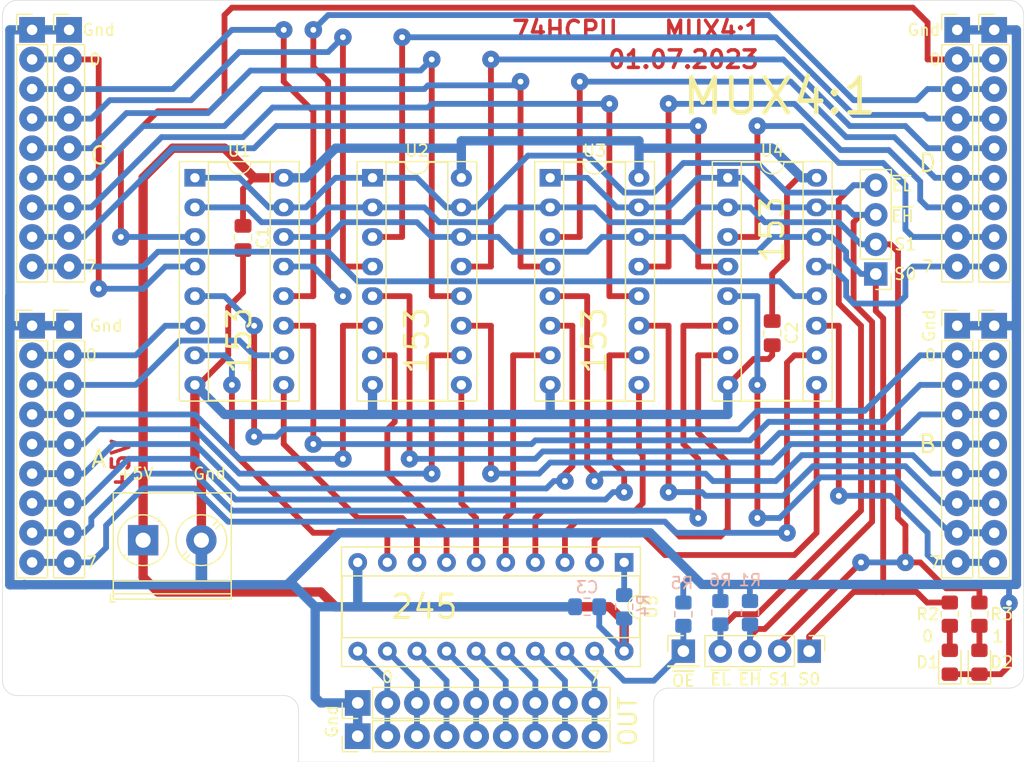
<source format=kicad_pcb>
(kicad_pcb (version 20171130) (host pcbnew "(5.1.8)-1")

  (general
    (thickness 1.6)
    (drawings 57)
    (tracks 633)
    (zones 0)
    (modules 34)
    (nets 59)
  )

  (page A4 portrait)
  (layers
    (0 F.Cu signal)
    (31 B.Cu signal)
    (32 B.Adhes user)
    (33 F.Adhes user)
    (34 B.Paste user)
    (35 F.Paste user)
    (36 B.SilkS user)
    (37 F.SilkS user)
    (38 B.Mask user)
    (39 F.Mask user)
    (40 Dwgs.User user)
    (41 Cmts.User user)
    (42 Eco1.User user)
    (43 Eco2.User user)
    (44 Edge.Cuts user)
    (45 Margin user)
    (46 B.CrtYd user)
    (47 F.CrtYd user)
    (48 B.Fab user)
    (49 F.Fab user)
  )

  (setup
    (last_trace_width 0.5)
    (user_trace_width 0.4)
    (user_trace_width 0.5)
    (user_trace_width 0.6)
    (user_trace_width 0.8)
    (user_trace_width 1)
    (trace_clearance 0.2)
    (zone_clearance 0.508)
    (zone_45_only no)
    (trace_min 0.2)
    (via_size 1.5)
    (via_drill 0.5)
    (via_min_size 0.4)
    (via_min_drill 0.3)
    (user_via 1.5 0.5)
    (uvia_size 0.3)
    (uvia_drill 0.1)
    (uvias_allowed no)
    (uvia_min_size 0.2)
    (uvia_min_drill 0.1)
    (edge_width 0.05)
    (segment_width 0.2)
    (pcb_text_width 0.3)
    (pcb_text_size 1.5 1.5)
    (mod_edge_width 0.12)
    (mod_text_size 1 1)
    (mod_text_width 0.15)
    (pad_size 2 2)
    (pad_drill 1)
    (pad_to_mask_clearance 0)
    (aux_axis_origin 0 0)
    (visible_elements 7FFFFFFF)
    (pcbplotparams
      (layerselection 0x010f0_ffffffff)
      (usegerberextensions false)
      (usegerberattributes true)
      (usegerberadvancedattributes true)
      (creategerberjobfile false)
      (excludeedgelayer true)
      (linewidth 0.100000)
      (plotframeref false)
      (viasonmask false)
      (mode 1)
      (useauxorigin false)
      (hpglpennumber 1)
      (hpglpenspeed 20)
      (hpglpendiameter 15.000000)
      (psnegative false)
      (psa4output false)
      (plotreference true)
      (plotvalue true)
      (plotinvisibletext false)
      (padsonsilk false)
      (subtractmaskfromsilk false)
      (outputformat 1)
      (mirror false)
      (drillshape 0)
      (scaleselection 1)
      (outputdirectory "gerber/"))
  )

  (net 0 "")
  (net 1 VCC)
  (net 2 GND)
  (net 3 /A0)
  (net 4 /A1)
  (net 5 /A2)
  (net 6 /A3)
  (net 7 /A4)
  (net 8 /A5)
  (net 9 /A6)
  (net 10 /A7)
  (net 11 /B7)
  (net 12 /B6)
  (net 13 /B5)
  (net 14 /B4)
  (net 15 /B3)
  (net 16 /B2)
  (net 17 /B1)
  (net 18 /B0)
  (net 19 /C0)
  (net 20 /C1)
  (net 21 /C2)
  (net 22 /C3)
  (net 23 /C4)
  (net 24 /C5)
  (net 25 /C6)
  (net 26 /C7)
  (net 27 /D7)
  (net 28 /D6)
  (net 29 /D5)
  (net 30 /D4)
  (net 31 /D3)
  (net 32 /D2)
  (net 33 /D1)
  (net 34 /D0)
  (net 35 /O0)
  (net 36 /O1)
  (net 37 /O2)
  (net 38 /O3)
  (net 39 /O4)
  (net 40 /O5)
  (net 41 /O6)
  (net 42 /O7)
  (net 43 /S1)
  (net 44 /S0)
  (net 45 "Net-(D1-Pad2)")
  (net 46 "Net-(D2-Pad2)")
  (net 47 /BUS0)
  (net 48 /BUS1)
  (net 49 /BUS2)
  (net 50 /BUS3)
  (net 51 /BUS4)
  (net 52 /BUS5)
  (net 53 /BUS6)
  (net 54 /BUS7)
  (net 55 "Net-(R4-Pad1)")
  (net 56 /~OE)
  (net 57 /~EH)
  (net 58 /~EL)

  (net_class Default "This is the default net class."
    (clearance 0.2)
    (trace_width 0.5)
    (via_dia 1.5)
    (via_drill 0.5)
    (uvia_dia 0.3)
    (uvia_drill 0.1)
    (add_net /A0)
    (add_net /A1)
    (add_net /A2)
    (add_net /A3)
    (add_net /A4)
    (add_net /A5)
    (add_net /A6)
    (add_net /A7)
    (add_net /B0)
    (add_net /B1)
    (add_net /B2)
    (add_net /B3)
    (add_net /B4)
    (add_net /B5)
    (add_net /B6)
    (add_net /B7)
    (add_net /BUS0)
    (add_net /BUS1)
    (add_net /BUS2)
    (add_net /BUS3)
    (add_net /BUS4)
    (add_net /BUS5)
    (add_net /BUS6)
    (add_net /BUS7)
    (add_net /C0)
    (add_net /C1)
    (add_net /C2)
    (add_net /C3)
    (add_net /C4)
    (add_net /C5)
    (add_net /C6)
    (add_net /C7)
    (add_net /D0)
    (add_net /D1)
    (add_net /D2)
    (add_net /D3)
    (add_net /D4)
    (add_net /D5)
    (add_net /D6)
    (add_net /D7)
    (add_net /O0)
    (add_net /O1)
    (add_net /O2)
    (add_net /O3)
    (add_net /O4)
    (add_net /O5)
    (add_net /O6)
    (add_net /O7)
    (add_net /S0)
    (add_net /S1)
    (add_net /~EH)
    (add_net /~EL)
    (add_net /~OE)
    (add_net GND)
    (add_net "Net-(D1-Pad2)")
    (add_net "Net-(D2-Pad2)")
    (add_net "Net-(R4-Pad1)")
    (add_net VCC)
  )

  (module Resistor_SMD:R_0805_2012Metric_Pad1.20x1.40mm_HandSolder (layer B.Cu) (tedit 5F68FEEE) (tstamp 649E1602)
    (at 132.715 110.998 90)
    (descr "Resistor SMD 0805 (2012 Metric), square (rectangular) end terminal, IPC_7351 nominal with elongated pad for handsoldering. (Body size source: IPC-SM-782 page 72, https://www.pcb-3d.com/wordpress/wp-content/uploads/ipc-sm-782a_amendment_1_and_2.pdf), generated with kicad-footprint-generator")
    (tags "resistor handsolder")
    (path /64A0B99C)
    (attr smd)
    (fp_text reference R6 (at 2.794 0) (layer B.SilkS)
      (effects (font (size 1 1) (thickness 0.15)) (justify mirror))
    )
    (fp_text value 10k (at 0 -1.65 270) (layer B.Fab)
      (effects (font (size 1 1) (thickness 0.15)) (justify mirror))
    )
    (fp_line (start 1.85 -0.95) (end -1.85 -0.95) (layer B.CrtYd) (width 0.05))
    (fp_line (start 1.85 0.95) (end 1.85 -0.95) (layer B.CrtYd) (width 0.05))
    (fp_line (start -1.85 0.95) (end 1.85 0.95) (layer B.CrtYd) (width 0.05))
    (fp_line (start -1.85 -0.95) (end -1.85 0.95) (layer B.CrtYd) (width 0.05))
    (fp_line (start -0.227064 -0.735) (end 0.227064 -0.735) (layer B.SilkS) (width 0.12))
    (fp_line (start -0.227064 0.735) (end 0.227064 0.735) (layer B.SilkS) (width 0.12))
    (fp_line (start 1 -0.625) (end -1 -0.625) (layer B.Fab) (width 0.1))
    (fp_line (start 1 0.625) (end 1 -0.625) (layer B.Fab) (width 0.1))
    (fp_line (start -1 0.625) (end 1 0.625) (layer B.Fab) (width 0.1))
    (fp_line (start -1 -0.625) (end -1 0.625) (layer B.Fab) (width 0.1))
    (fp_text user %R (at 0 0 270) (layer B.Fab)
      (effects (font (size 0.5 0.5) (thickness 0.08)) (justify mirror))
    )
    (pad 2 smd roundrect (at 1 0 90) (size 1.2 1.4) (layers B.Cu B.Paste B.Mask) (roundrect_rratio 0.208333)
      (net 2 GND))
    (pad 1 smd roundrect (at -1 0 90) (size 1.2 1.4) (layers B.Cu B.Paste B.Mask) (roundrect_rratio 0.208333)
      (net 58 /~EL))
    (model ${KISYS3DMOD}/Resistor_SMD.3dshapes/R_0805_2012Metric.wrl
      (at (xyz 0 0 0))
      (scale (xyz 1 1 1))
      (rotate (xyz 0 0 0))
    )
  )

  (module Connector_PinHeader_2.54mm:PinHeader_1x04_P2.54mm_Vertical (layer F.Cu) (tedit 649F54F2) (tstamp 649E04D4)
    (at 140.335 114.3 270)
    (descr "Through hole straight pin header, 1x04, 2.54mm pitch, single row")
    (tags "Through hole pin header THT 1x04 2.54mm single row")
    (path /649E8C46)
    (fp_text reference J14 (at 0 -2.33 90) (layer F.SilkS) hide
      (effects (font (size 1 1) (thickness 0.15)))
    )
    (fp_text value Conn_01x04_Male (at 0 9.95 90) (layer F.Fab)
      (effects (font (size 1 1) (thickness 0.15)))
    )
    (fp_line (start -0.635 -1.27) (end 1.27 -1.27) (layer F.Fab) (width 0.1))
    (fp_line (start 1.27 -1.27) (end 1.27 8.89) (layer F.Fab) (width 0.1))
    (fp_line (start 1.27 8.89) (end -1.27 8.89) (layer F.Fab) (width 0.1))
    (fp_line (start -1.27 8.89) (end -1.27 -0.635) (layer F.Fab) (width 0.1))
    (fp_line (start -1.27 -0.635) (end -0.635 -1.27) (layer F.Fab) (width 0.1))
    (fp_line (start -1.33 8.95) (end 1.33 8.95) (layer F.SilkS) (width 0.12))
    (fp_line (start -1.33 1.27) (end -1.33 8.95) (layer F.SilkS) (width 0.12))
    (fp_line (start 1.33 1.27) (end 1.33 8.95) (layer F.SilkS) (width 0.12))
    (fp_line (start -1.33 1.27) (end 1.33 1.27) (layer F.SilkS) (width 0.12))
    (fp_line (start -1.33 0) (end -1.33 -1.33) (layer F.SilkS) (width 0.12))
    (fp_line (start -1.33 -1.33) (end 0 -1.33) (layer F.SilkS) (width 0.12))
    (fp_line (start -1.8 -1.8) (end -1.8 9.4) (layer F.CrtYd) (width 0.05))
    (fp_line (start -1.8 9.4) (end 1.8 9.4) (layer F.CrtYd) (width 0.05))
    (fp_line (start 1.8 9.4) (end 1.8 -1.8) (layer F.CrtYd) (width 0.05))
    (fp_line (start 1.8 -1.8) (end -1.8 -1.8) (layer F.CrtYd) (width 0.05))
    (fp_text user %R (at 0 3.81) (layer F.Fab)
      (effects (font (size 1 1) (thickness 0.15)))
    )
    (pad 4 thru_hole oval (at 0 7.62 270) (size 2 2) (drill 1) (layers *.Cu *.Mask)
      (net 58 /~EL))
    (pad 3 thru_hole oval (at 0 5.08 270) (size 2 2) (drill 1) (layers *.Cu *.Mask)
      (net 57 /~EH))
    (pad 2 thru_hole oval (at 0 2.54 270) (size 2 2) (drill 1) (layers *.Cu *.Mask)
      (net 43 /S1))
    (pad 1 thru_hole rect (at 0 0 270) (size 2 2) (drill 1) (layers *.Cu *.Mask)
      (net 44 /S0))
    (model ${KISYS3DMOD}/Connector_PinHeader_2.54mm.3dshapes/PinHeader_1x04_P2.54mm_Vertical.wrl
      (at (xyz 0 0 0))
      (scale (xyz 1 1 1))
      (rotate (xyz 0 0 0))
    )
  )

  (module Connector_PinHeader_2.54mm:PinHeader_1x04_P2.54mm_Vertical (layer F.Cu) (tedit 649F54CC) (tstamp 649E037C)
    (at 146.05 81.915 180)
    (descr "Through hole straight pin header, 1x04, 2.54mm pitch, single row")
    (tags "Through hole pin header THT 1x04 2.54mm single row")
    (path /649E5E32)
    (fp_text reference J7 (at 0 -2.33) (layer F.SilkS) hide
      (effects (font (size 1 1) (thickness 0.15)))
    )
    (fp_text value Conn_01x04_Male (at 0 9.95) (layer F.Fab)
      (effects (font (size 1 1) (thickness 0.15)))
    )
    (fp_line (start -0.635 -1.27) (end 1.27 -1.27) (layer F.Fab) (width 0.1))
    (fp_line (start 1.27 -1.27) (end 1.27 8.89) (layer F.Fab) (width 0.1))
    (fp_line (start 1.27 8.89) (end -1.27 8.89) (layer F.Fab) (width 0.1))
    (fp_line (start -1.27 8.89) (end -1.27 -0.635) (layer F.Fab) (width 0.1))
    (fp_line (start -1.27 -0.635) (end -0.635 -1.27) (layer F.Fab) (width 0.1))
    (fp_line (start -1.33 8.95) (end 1.33 8.95) (layer F.SilkS) (width 0.12))
    (fp_line (start -1.33 1.27) (end -1.33 8.95) (layer F.SilkS) (width 0.12))
    (fp_line (start 1.33 1.27) (end 1.33 8.95) (layer F.SilkS) (width 0.12))
    (fp_line (start -1.33 1.27) (end 1.33 1.27) (layer F.SilkS) (width 0.12))
    (fp_line (start -1.33 0) (end -1.33 -1.33) (layer F.SilkS) (width 0.12))
    (fp_line (start -1.33 -1.33) (end 0 -1.33) (layer F.SilkS) (width 0.12))
    (fp_line (start -1.8 -1.8) (end -1.8 9.4) (layer F.CrtYd) (width 0.05))
    (fp_line (start -1.8 9.4) (end 1.8 9.4) (layer F.CrtYd) (width 0.05))
    (fp_line (start 1.8 9.4) (end 1.8 -1.8) (layer F.CrtYd) (width 0.05))
    (fp_line (start 1.8 -1.8) (end -1.8 -1.8) (layer F.CrtYd) (width 0.05))
    (fp_text user %R (at 0 3.81 90) (layer F.Fab)
      (effects (font (size 1 1) (thickness 0.15)))
    )
    (pad 4 thru_hole oval (at 0 7.62 180) (size 2 2) (drill 1) (layers *.Cu *.Mask)
      (net 58 /~EL))
    (pad 3 thru_hole oval (at 0 5.08 180) (size 2 2) (drill 1) (layers *.Cu *.Mask)
      (net 57 /~EH))
    (pad 2 thru_hole oval (at 0 2.54 180) (size 2 2) (drill 1) (layers *.Cu *.Mask)
      (net 43 /S1))
    (pad 1 thru_hole rect (at 0 0 180) (size 2 2) (drill 1) (layers *.Cu *.Mask)
      (net 44 /S0))
    (model ${KISYS3DMOD}/Connector_PinHeader_2.54mm.3dshapes/PinHeader_1x04_P2.54mm_Vertical.wrl
      (at (xyz 0 0 0))
      (scale (xyz 1 1 1))
      (rotate (xyz 0 0 0))
    )
  )

  (module MountingHole:MountingHole_3.2mm_M3 (layer F.Cu) (tedit 56D1B4CB) (tstamp 63CDEA70)
    (at 146.05 62.23)
    (descr "Mounting Hole 3.2mm, no annular, M3")
    (tags "mounting hole 3.2mm no annular m3")
    (path /63D8F403)
    (attr virtual)
    (fp_text reference H4 (at -3.81 -1.27) (layer F.SilkS) hide
      (effects (font (size 1 1) (thickness 0.15)))
    )
    (fp_text value MountingHole (at 0 4.2) (layer F.Fab)
      (effects (font (size 1 1) (thickness 0.15)))
    )
    (fp_circle (center 0 0) (end 3.2 0) (layer Cmts.User) (width 0.15))
    (fp_circle (center 0 0) (end 3.45 0) (layer F.CrtYd) (width 0.05))
    (fp_text user %R (at 0.3 0) (layer F.Fab)
      (effects (font (size 1 1) (thickness 0.15)))
    )
    (pad 1 np_thru_hole circle (at 0 0) (size 3.2 3.2) (drill 3.2) (layers *.Cu *.Mask))
  )

  (module Resistor_SMD:R_0805_2012Metric_Pad1.20x1.40mm_HandSolder (layer B.Cu) (tedit 5F68FEEE) (tstamp 63CDD6C9)
    (at 129.54 111.125 270)
    (descr "Resistor SMD 0805 (2012 Metric), square (rectangular) end terminal, IPC_7351 nominal with elongated pad for handsoldering. (Body size source: IPC-SM-782 page 72, https://www.pcb-3d.com/wordpress/wp-content/uploads/ipc-sm-782a_amendment_1_and_2.pdf), generated with kicad-footprint-generator")
    (tags "resistor handsolder")
    (path /63D6F1E6)
    (attr smd)
    (fp_text reference R5 (at -2.667 0.127 180) (layer B.SilkS)
      (effects (font (size 1 1) (thickness 0.15)) (justify mirror))
    )
    (fp_text value 10k (at 0 -1.65 90) (layer B.Fab)
      (effects (font (size 1 1) (thickness 0.15)) (justify mirror))
    )
    (fp_line (start 1.85 -0.95) (end -1.85 -0.95) (layer B.CrtYd) (width 0.05))
    (fp_line (start 1.85 0.95) (end 1.85 -0.95) (layer B.CrtYd) (width 0.05))
    (fp_line (start -1.85 0.95) (end 1.85 0.95) (layer B.CrtYd) (width 0.05))
    (fp_line (start -1.85 -0.95) (end -1.85 0.95) (layer B.CrtYd) (width 0.05))
    (fp_line (start -0.227064 -0.735) (end 0.227064 -0.735) (layer B.SilkS) (width 0.12))
    (fp_line (start -0.227064 0.735) (end 0.227064 0.735) (layer B.SilkS) (width 0.12))
    (fp_line (start 1 -0.625) (end -1 -0.625) (layer B.Fab) (width 0.1))
    (fp_line (start 1 0.625) (end 1 -0.625) (layer B.Fab) (width 0.1))
    (fp_line (start -1 0.625) (end 1 0.625) (layer B.Fab) (width 0.1))
    (fp_line (start -1 -0.625) (end -1 0.625) (layer B.Fab) (width 0.1))
    (fp_text user %R (at 0 0 90) (layer B.Fab)
      (effects (font (size 0.5 0.5) (thickness 0.08)) (justify mirror))
    )
    (pad 2 smd roundrect (at 1 0 270) (size 1.2 1.4) (layers B.Cu B.Paste B.Mask) (roundrect_rratio 0.208333)
      (net 56 /~OE))
    (pad 1 smd roundrect (at -1 0 270) (size 1.2 1.4) (layers B.Cu B.Paste B.Mask) (roundrect_rratio 0.208333)
      (net 2 GND))
    (model ${KISYS3DMOD}/Resistor_SMD.3dshapes/R_0805_2012Metric.wrl
      (at (xyz 0 0 0))
      (scale (xyz 1 1 1))
      (rotate (xyz 0 0 0))
    )
  )

  (module Connector_PinHeader_2.54mm:PinHeader_1x01_P2.54mm_Vertical (layer F.Cu) (tedit 649F54FA) (tstamp 63CDD638)
    (at 129.54 114.3)
    (descr "Through hole straight pin header, 1x01, 2.54mm pitch, single row")
    (tags "Through hole pin header THT 1x01 2.54mm single row")
    (path /63D75867)
    (fp_text reference J13 (at 0 -2.33) (layer F.SilkS) hide
      (effects (font (size 1 1) (thickness 0.15)))
    )
    (fp_text value Conn_01x01_Male (at 0 2.33) (layer F.Fab)
      (effects (font (size 1 1) (thickness 0.15)))
    )
    (fp_line (start 1.8 -1.8) (end -1.8 -1.8) (layer F.CrtYd) (width 0.05))
    (fp_line (start 1.8 1.8) (end 1.8 -1.8) (layer F.CrtYd) (width 0.05))
    (fp_line (start -1.8 1.8) (end 1.8 1.8) (layer F.CrtYd) (width 0.05))
    (fp_line (start -1.8 -1.8) (end -1.8 1.8) (layer F.CrtYd) (width 0.05))
    (fp_line (start -1.33 -1.33) (end 0 -1.33) (layer F.SilkS) (width 0.12))
    (fp_line (start -1.33 0) (end -1.33 -1.33) (layer F.SilkS) (width 0.12))
    (fp_line (start -1.33 1.27) (end 1.33 1.27) (layer F.SilkS) (width 0.12))
    (fp_line (start 1.33 1.27) (end 1.33 1.33) (layer F.SilkS) (width 0.12))
    (fp_line (start -1.33 1.27) (end -1.33 1.33) (layer F.SilkS) (width 0.12))
    (fp_line (start -1.33 1.33) (end 1.33 1.33) (layer F.SilkS) (width 0.12))
    (fp_line (start -1.27 -0.635) (end -0.635 -1.27) (layer F.Fab) (width 0.1))
    (fp_line (start -1.27 1.27) (end -1.27 -0.635) (layer F.Fab) (width 0.1))
    (fp_line (start 1.27 1.27) (end -1.27 1.27) (layer F.Fab) (width 0.1))
    (fp_line (start 1.27 -1.27) (end 1.27 1.27) (layer F.Fab) (width 0.1))
    (fp_line (start -0.635 -1.27) (end 1.27 -1.27) (layer F.Fab) (width 0.1))
    (fp_text user %R (at 0 0 90) (layer F.Fab)
      (effects (font (size 1 1) (thickness 0.15)))
    )
    (pad 1 thru_hole rect (at 0 0) (size 2 2) (drill 1) (layers *.Cu *.Mask)
      (net 56 /~OE))
    (model ${KISYS3DMOD}/Connector_PinHeader_2.54mm.3dshapes/PinHeader_1x01_P2.54mm_Vertical.wrl
      (at (xyz 0 0 0))
      (scale (xyz 1 1 1))
      (rotate (xyz 0 0 0))
    )
  )

  (module Capacitor_SMD:C_0805_2012Metric_Pad1.18x1.45mm_HandSolder (layer B.Cu) (tedit 5F68FEEF) (tstamp 63CDD303)
    (at 121.285 110.49 180)
    (descr "Capacitor SMD 0805 (2012 Metric), square (rectangular) end terminal, IPC_7351 nominal with elongated pad for handsoldering. (Body size source: IPC-SM-782 page 76, https://www.pcb-3d.com/wordpress/wp-content/uploads/ipc-sm-782a_amendment_1_and_2.pdf, https://docs.google.com/spreadsheets/d/1BsfQQcO9C6DZCsRaXUlFlo91Tg2WpOkGARC1WS5S8t0/edit?usp=sharing), generated with kicad-footprint-generator")
    (tags "capacitor handsolder")
    (path /63D6B565)
    (attr smd)
    (fp_text reference C3 (at 0 1.68) (layer B.SilkS)
      (effects (font (size 1 1) (thickness 0.15)) (justify mirror))
    )
    (fp_text value 0.1uF (at 0 -1.68) (layer B.Fab)
      (effects (font (size 1 1) (thickness 0.15)) (justify mirror))
    )
    (fp_line (start 1.88 -0.98) (end -1.88 -0.98) (layer B.CrtYd) (width 0.05))
    (fp_line (start 1.88 0.98) (end 1.88 -0.98) (layer B.CrtYd) (width 0.05))
    (fp_line (start -1.88 0.98) (end 1.88 0.98) (layer B.CrtYd) (width 0.05))
    (fp_line (start -1.88 -0.98) (end -1.88 0.98) (layer B.CrtYd) (width 0.05))
    (fp_line (start -0.261252 -0.735) (end 0.261252 -0.735) (layer B.SilkS) (width 0.12))
    (fp_line (start -0.261252 0.735) (end 0.261252 0.735) (layer B.SilkS) (width 0.12))
    (fp_line (start 1 -0.625) (end -1 -0.625) (layer B.Fab) (width 0.1))
    (fp_line (start 1 0.625) (end 1 -0.625) (layer B.Fab) (width 0.1))
    (fp_line (start -1 0.625) (end 1 0.625) (layer B.Fab) (width 0.1))
    (fp_line (start -1 -0.625) (end -1 0.625) (layer B.Fab) (width 0.1))
    (fp_text user %R (at 0 0) (layer B.Fab)
      (effects (font (size 0.5 0.5) (thickness 0.08)) (justify mirror))
    )
    (pad 2 smd roundrect (at 1.0375 0 180) (size 1.175 1.45) (layers B.Cu B.Paste B.Mask) (roundrect_rratio 0.212766)
      (net 2 GND))
    (pad 1 smd roundrect (at -1.0375 0 180) (size 1.175 1.45) (layers B.Cu B.Paste B.Mask) (roundrect_rratio 0.212766)
      (net 1 VCC))
    (model ${KISYS3DMOD}/Capacitor_SMD.3dshapes/C_0805_2012Metric.wrl
      (at (xyz 0 0 0))
      (scale (xyz 1 1 1))
      (rotate (xyz 0 0 0))
    )
  )

  (module MountingHole:MountingHole_3.2mm_M3 (layer F.Cu) (tedit 56D1B4CB) (tstamp 63CDB9C0)
    (at 83.82 113.665)
    (descr "Mounting Hole 3.2mm, no annular, M3")
    (tags "mounting hole 3.2mm no annular m3")
    (path /63D532DF)
    (attr virtual)
    (fp_text reference H3 (at -5.08 0) (layer F.SilkS) hide
      (effects (font (size 1 1) (thickness 0.15)))
    )
    (fp_text value MountingHole (at 6.35 3.175) (layer F.Fab)
      (effects (font (size 1 1) (thickness 0.15)))
    )
    (fp_circle (center 0 0) (end 3.2 0) (layer Cmts.User) (width 0.15))
    (fp_circle (center 0 0) (end 3.45 0) (layer F.CrtYd) (width 0.05))
    (fp_text user %R (at 0.3 0) (layer F.Fab)
      (effects (font (size 1 1) (thickness 0.15)))
    )
    (pad 1 np_thru_hole circle (at 0 0) (size 3.2 3.2) (drill 3.2) (layers *.Cu *.Mask))
  )

  (module Capacitor_SMD:C_0805_2012Metric_Pad1.18x1.45mm_HandSolder (layer F.Cu) (tedit 5F68FEEF) (tstamp 636EAE16)
    (at 137.16 86.995 270)
    (descr "Capacitor SMD 0805 (2012 Metric), square (rectangular) end terminal, IPC_7351 nominal with elongated pad for handsoldering. (Body size source: IPC-SM-782 page 76, https://www.pcb-3d.com/wordpress/wp-content/uploads/ipc-sm-782a_amendment_1_and_2.pdf, https://docs.google.com/spreadsheets/d/1BsfQQcO9C6DZCsRaXUlFlo91Tg2WpOkGARC1WS5S8t0/edit?usp=sharing), generated with kicad-footprint-generator")
    (tags "capacitor handsolder")
    (path /636F284C)
    (attr smd)
    (fp_text reference C2 (at 0 -1.68 90) (layer F.SilkS)
      (effects (font (size 1 1) (thickness 0.15)))
    )
    (fp_text value 0.1uF (at 0 1.68 90) (layer F.Fab)
      (effects (font (size 1 1) (thickness 0.15)))
    )
    (fp_line (start -1 0.625) (end -1 -0.625) (layer F.Fab) (width 0.1))
    (fp_line (start -1 -0.625) (end 1 -0.625) (layer F.Fab) (width 0.1))
    (fp_line (start 1 -0.625) (end 1 0.625) (layer F.Fab) (width 0.1))
    (fp_line (start 1 0.625) (end -1 0.625) (layer F.Fab) (width 0.1))
    (fp_line (start -0.261252 -0.735) (end 0.261252 -0.735) (layer F.SilkS) (width 0.12))
    (fp_line (start -0.261252 0.735) (end 0.261252 0.735) (layer F.SilkS) (width 0.12))
    (fp_line (start -1.88 0.98) (end -1.88 -0.98) (layer F.CrtYd) (width 0.05))
    (fp_line (start -1.88 -0.98) (end 1.88 -0.98) (layer F.CrtYd) (width 0.05))
    (fp_line (start 1.88 -0.98) (end 1.88 0.98) (layer F.CrtYd) (width 0.05))
    (fp_line (start 1.88 0.98) (end -1.88 0.98) (layer F.CrtYd) (width 0.05))
    (fp_text user %R (at 0 0 90) (layer F.Fab)
      (effects (font (size 0.5 0.5) (thickness 0.08)))
    )
    (pad 2 smd roundrect (at 1.0375 0 270) (size 1.175 1.45) (layers F.Cu F.Paste F.Mask) (roundrect_rratio 0.2127659574468085)
      (net 2 GND))
    (pad 1 smd roundrect (at -1.0375 0 270) (size 1.175 1.45) (layers F.Cu F.Paste F.Mask) (roundrect_rratio 0.2127659574468085)
      (net 1 VCC))
    (model ${KISYS3DMOD}/Capacitor_SMD.3dshapes/C_0805_2012Metric.wrl
      (at (xyz 0 0 0))
      (scale (xyz 1 1 1))
      (rotate (xyz 0 0 0))
    )
  )

  (module Capacitor_SMD:C_0805_2012Metric_Pad1.18x1.45mm_HandSolder (layer F.Cu) (tedit 5F68FEEF) (tstamp 6366E508)
    (at 91.7575 78.825 270)
    (descr "Capacitor SMD 0805 (2012 Metric), square (rectangular) end terminal, IPC_7351 nominal with elongated pad for handsoldering. (Body size source: IPC-SM-782 page 76, https://www.pcb-3d.com/wordpress/wp-content/uploads/ipc-sm-782a_amendment_1_and_2.pdf, https://docs.google.com/spreadsheets/d/1BsfQQcO9C6DZCsRaXUlFlo91Tg2WpOkGARC1WS5S8t0/edit?usp=sharing), generated with kicad-footprint-generator")
    (tags "capacitor handsolder")
    (path /6366F825)
    (attr smd)
    (fp_text reference C1 (at 0 -1.68 90) (layer F.SilkS)
      (effects (font (size 1 1) (thickness 0.15)))
    )
    (fp_text value 0.1uF (at 0 1.68 90) (layer F.Fab)
      (effects (font (size 1 1) (thickness 0.15)))
    )
    (fp_line (start -1 0.625) (end -1 -0.625) (layer F.Fab) (width 0.1))
    (fp_line (start -1 -0.625) (end 1 -0.625) (layer F.Fab) (width 0.1))
    (fp_line (start 1 -0.625) (end 1 0.625) (layer F.Fab) (width 0.1))
    (fp_line (start 1 0.625) (end -1 0.625) (layer F.Fab) (width 0.1))
    (fp_line (start -0.261252 -0.735) (end 0.261252 -0.735) (layer F.SilkS) (width 0.12))
    (fp_line (start -0.261252 0.735) (end 0.261252 0.735) (layer F.SilkS) (width 0.12))
    (fp_line (start -1.88 0.98) (end -1.88 -0.98) (layer F.CrtYd) (width 0.05))
    (fp_line (start -1.88 -0.98) (end 1.88 -0.98) (layer F.CrtYd) (width 0.05))
    (fp_line (start 1.88 -0.98) (end 1.88 0.98) (layer F.CrtYd) (width 0.05))
    (fp_line (start 1.88 0.98) (end -1.88 0.98) (layer F.CrtYd) (width 0.05))
    (fp_text user %R (at 0 0 90) (layer F.Fab)
      (effects (font (size 0.5 0.5) (thickness 0.08)))
    )
    (pad 2 smd roundrect (at 1.0375 0 270) (size 1.175 1.45) (layers F.Cu F.Paste F.Mask) (roundrect_rratio 0.2127659574468085)
      (net 2 GND))
    (pad 1 smd roundrect (at -1.0375 0 270) (size 1.175 1.45) (layers F.Cu F.Paste F.Mask) (roundrect_rratio 0.2127659574468085)
      (net 1 VCC))
    (model ${KISYS3DMOD}/Capacitor_SMD.3dshapes/C_0805_2012Metric.wrl
      (at (xyz 0 0 0))
      (scale (xyz 1 1 1))
      (rotate (xyz 0 0 0))
    )
  )

  (module Connector_PinHeader_2.54mm:PinHeader_1x09_P2.54mm_Vertical (layer F.Cu) (tedit 59FED5CC) (tstamp 6362B059)
    (at 101.6 121.6025 90)
    (descr "Through hole straight pin header, 1x09, 2.54mm pitch, single row")
    (tags "Through hole pin header THT 1x09 2.54mm single row")
    (path /6362CA47)
    (fp_text reference J12 (at 0 -2.33 90) (layer F.SilkS) hide
      (effects (font (size 1 1) (thickness 0.15)))
    )
    (fp_text value Conn_01x09_Male (at 1.5875 9.525 180) (layer F.Fab)
      (effects (font (size 1 1) (thickness 0.15)))
    )
    (fp_line (start -0.635 -1.27) (end 1.27 -1.27) (layer F.Fab) (width 0.1))
    (fp_line (start 1.27 -1.27) (end 1.27 21.59) (layer F.Fab) (width 0.1))
    (fp_line (start 1.27 21.59) (end -1.27 21.59) (layer F.Fab) (width 0.1))
    (fp_line (start -1.27 21.59) (end -1.27 -0.635) (layer F.Fab) (width 0.1))
    (fp_line (start -1.27 -0.635) (end -0.635 -1.27) (layer F.Fab) (width 0.1))
    (fp_line (start -1.33 21.65) (end 1.33 21.65) (layer F.SilkS) (width 0.12))
    (fp_line (start -1.33 1.27) (end -1.33 21.65) (layer F.SilkS) (width 0.12))
    (fp_line (start 1.33 1.27) (end 1.33 21.65) (layer F.SilkS) (width 0.12))
    (fp_line (start -1.33 1.27) (end 1.33 1.27) (layer F.SilkS) (width 0.12))
    (fp_line (start -1.33 0) (end -1.33 -1.33) (layer F.SilkS) (width 0.12))
    (fp_line (start -1.33 -1.33) (end 0 -1.33) (layer F.SilkS) (width 0.12))
    (fp_line (start -1.8 -1.8) (end -1.8 22.1) (layer F.CrtYd) (width 0.05))
    (fp_line (start -1.8 22.1) (end 1.8 22.1) (layer F.CrtYd) (width 0.05))
    (fp_line (start 1.8 22.1) (end 1.8 -1.8) (layer F.CrtYd) (width 0.05))
    (fp_line (start 1.8 -1.8) (end -1.8 -1.8) (layer F.CrtYd) (width 0.05))
    (fp_text user %R (at 0 10.16) (layer F.Fab)
      (effects (font (size 1 1) (thickness 0.15)))
    )
    (pad 9 thru_hole oval (at 0 20.32 90) (size 2.2 2.2) (drill 1) (layers *.Cu *.Mask)
      (net 54 /BUS7))
    (pad 8 thru_hole oval (at 0 17.78 90) (size 2.2 2.2) (drill 1) (layers *.Cu *.Mask)
      (net 53 /BUS6))
    (pad 7 thru_hole oval (at 0 15.24 90) (size 2.2 2.2) (drill 1) (layers *.Cu *.Mask)
      (net 52 /BUS5))
    (pad 6 thru_hole oval (at 0 12.7 90) (size 2.2 2.2) (drill 1) (layers *.Cu *.Mask)
      (net 51 /BUS4))
    (pad 5 thru_hole oval (at 0 10.16 90) (size 2.2 2.2) (drill 1) (layers *.Cu *.Mask)
      (net 50 /BUS3))
    (pad 4 thru_hole oval (at 0 7.62 90) (size 2.2 2.2) (drill 1) (layers *.Cu *.Mask)
      (net 49 /BUS2))
    (pad 3 thru_hole oval (at 0 5.08 90) (size 2.2 2.2) (drill 1) (layers *.Cu *.Mask)
      (net 48 /BUS1))
    (pad 2 thru_hole oval (at 0 2.54 90) (size 2.2 2.2) (drill 1) (layers *.Cu *.Mask)
      (net 47 /BUS0))
    (pad 1 thru_hole rect (at 0 0 90) (size 2.2 2.2) (drill 1) (layers *.Cu *.Mask)
      (net 2 GND))
    (model ${KISYS3DMOD}/Connector_PinHeader_2.54mm.3dshapes/PinHeader_1x09_P2.54mm_Vertical.wrl
      (at (xyz 0 0 0))
      (scale (xyz 1 1 1))
      (rotate (xyz 0 0 0))
    )
  )

  (module Connector_PinHeader_2.54mm:PinHeader_1x09_P2.54mm_Vertical (layer F.Cu) (tedit 59FED5CC) (tstamp 62E2897F)
    (at 156.21 60.96)
    (descr "Through hole straight pin header, 1x09, 2.54mm pitch, single row")
    (tags "Through hole pin header THT 1x09 2.54mm single row")
    (path /62E33219)
    (fp_text reference J11 (at 0 -2.33) (layer F.SilkS) hide
      (effects (font (size 1 1) (thickness 0.15)))
    )
    (fp_text value Conn_01x09_Male (at -1.27 10.16 90) (layer F.Fab)
      (effects (font (size 1 1) (thickness 0.15)))
    )
    (fp_line (start 1.8 -1.8) (end -1.8 -1.8) (layer F.CrtYd) (width 0.05))
    (fp_line (start 1.8 22.1) (end 1.8 -1.8) (layer F.CrtYd) (width 0.05))
    (fp_line (start -1.8 22.1) (end 1.8 22.1) (layer F.CrtYd) (width 0.05))
    (fp_line (start -1.8 -1.8) (end -1.8 22.1) (layer F.CrtYd) (width 0.05))
    (fp_line (start -1.33 -1.33) (end 0 -1.33) (layer F.SilkS) (width 0.12))
    (fp_line (start -1.33 0) (end -1.33 -1.33) (layer F.SilkS) (width 0.12))
    (fp_line (start -1.33 1.27) (end 1.33 1.27) (layer F.SilkS) (width 0.12))
    (fp_line (start 1.33 1.27) (end 1.33 21.65) (layer F.SilkS) (width 0.12))
    (fp_line (start -1.33 1.27) (end -1.33 21.65) (layer F.SilkS) (width 0.12))
    (fp_line (start -1.33 21.65) (end 1.33 21.65) (layer F.SilkS) (width 0.12))
    (fp_line (start -1.27 -0.635) (end -0.635 -1.27) (layer F.Fab) (width 0.1))
    (fp_line (start -1.27 21.59) (end -1.27 -0.635) (layer F.Fab) (width 0.1))
    (fp_line (start 1.27 21.59) (end -1.27 21.59) (layer F.Fab) (width 0.1))
    (fp_line (start 1.27 -1.27) (end 1.27 21.59) (layer F.Fab) (width 0.1))
    (fp_line (start -0.635 -1.27) (end 1.27 -1.27) (layer F.Fab) (width 0.1))
    (fp_text user %R (at 0 10.16 90) (layer F.Fab)
      (effects (font (size 1 1) (thickness 0.15)))
    )
    (pad 9 thru_hole oval (at 0 20.32) (size 2.2 2.2) (drill 0.9) (layers *.Cu *.Mask)
      (net 27 /D7))
    (pad 8 thru_hole oval (at 0 17.78) (size 2.2 2.2) (drill 0.9) (layers *.Cu *.Mask)
      (net 28 /D6))
    (pad 7 thru_hole oval (at 0 15.24) (size 2.2 2.2) (drill 0.9) (layers *.Cu *.Mask)
      (net 29 /D5))
    (pad 6 thru_hole oval (at 0 12.7) (size 2.2 2.2) (drill 0.9) (layers *.Cu *.Mask)
      (net 30 /D4))
    (pad 5 thru_hole oval (at 0 10.16) (size 2.2 2.2) (drill 0.9) (layers *.Cu *.Mask)
      (net 31 /D3))
    (pad 4 thru_hole oval (at 0 7.62) (size 2.2 2.2) (drill 0.9) (layers *.Cu *.Mask)
      (net 32 /D2))
    (pad 3 thru_hole oval (at 0 5.08) (size 2.2 2.2) (drill 0.9) (layers *.Cu *.Mask)
      (net 33 /D1))
    (pad 2 thru_hole oval (at 0 2.54) (size 2.2 2.2) (drill 0.9) (layers *.Cu *.Mask)
      (net 34 /D0))
    (pad 1 thru_hole rect (at 0 0) (size 2.2 2.2) (drill 0.9) (layers *.Cu *.Mask)
      (net 2 GND))
    (model ${KISYS3DMOD}/Connector_PinHeader_2.54mm.3dshapes/PinHeader_1x09_P2.54mm_Vertical.wrl
      (at (xyz 0 0 0))
      (scale (xyz 1 1 1))
      (rotate (xyz 0 0 0))
    )
  )

  (module Connector_PinHeader_2.54mm:PinHeader_1x09_P2.54mm_Vertical (layer F.Cu) (tedit 59FED5CC) (tstamp 62E28962)
    (at 73.66 60.96)
    (descr "Through hole straight pin header, 1x09, 2.54mm pitch, single row")
    (tags "Through hole pin header THT 1x09 2.54mm single row")
    (path /62E33213)
    (fp_text reference J10 (at 5.715 -1.27) (layer F.SilkS) hide
      (effects (font (size 1 1) (thickness 0.15)))
    )
    (fp_text value Conn_01x09_Male (at 1.905 9.525 90) (layer F.Fab)
      (effects (font (size 1 1) (thickness 0.15)))
    )
    (fp_line (start 1.8 -1.8) (end -1.8 -1.8) (layer F.CrtYd) (width 0.05))
    (fp_line (start 1.8 22.1) (end 1.8 -1.8) (layer F.CrtYd) (width 0.05))
    (fp_line (start -1.8 22.1) (end 1.8 22.1) (layer F.CrtYd) (width 0.05))
    (fp_line (start -1.8 -1.8) (end -1.8 22.1) (layer F.CrtYd) (width 0.05))
    (fp_line (start -1.33 -1.33) (end 0 -1.33) (layer F.SilkS) (width 0.12))
    (fp_line (start -1.33 0) (end -1.33 -1.33) (layer F.SilkS) (width 0.12))
    (fp_line (start -1.33 1.27) (end 1.33 1.27) (layer F.SilkS) (width 0.12))
    (fp_line (start 1.33 1.27) (end 1.33 21.65) (layer F.SilkS) (width 0.12))
    (fp_line (start -1.33 1.27) (end -1.33 21.65) (layer F.SilkS) (width 0.12))
    (fp_line (start -1.33 21.65) (end 1.33 21.65) (layer F.SilkS) (width 0.12))
    (fp_line (start -1.27 -0.635) (end -0.635 -1.27) (layer F.Fab) (width 0.1))
    (fp_line (start -1.27 21.59) (end -1.27 -0.635) (layer F.Fab) (width 0.1))
    (fp_line (start 1.27 21.59) (end -1.27 21.59) (layer F.Fab) (width 0.1))
    (fp_line (start 1.27 -1.27) (end 1.27 21.59) (layer F.Fab) (width 0.1))
    (fp_line (start -0.635 -1.27) (end 1.27 -1.27) (layer F.Fab) (width 0.1))
    (fp_text user %R (at 0 10.16 90) (layer F.Fab)
      (effects (font (size 1 1) (thickness 0.15)))
    )
    (pad 9 thru_hole oval (at 0 20.32) (size 2.2 2.2) (drill 0.9) (layers *.Cu *.Mask)
      (net 26 /C7))
    (pad 8 thru_hole oval (at 0 17.78) (size 2.2 2.2) (drill 0.9) (layers *.Cu *.Mask)
      (net 25 /C6))
    (pad 7 thru_hole oval (at 0 15.24) (size 2.2 2.2) (drill 0.9) (layers *.Cu *.Mask)
      (net 24 /C5))
    (pad 6 thru_hole oval (at 0 12.7) (size 2.2 2.2) (drill 0.9) (layers *.Cu *.Mask)
      (net 23 /C4))
    (pad 5 thru_hole oval (at 0 10.16) (size 2.2 2.2) (drill 0.9) (layers *.Cu *.Mask)
      (net 22 /C3))
    (pad 4 thru_hole oval (at 0 7.62) (size 2.2 2.2) (drill 0.9) (layers *.Cu *.Mask)
      (net 21 /C2))
    (pad 3 thru_hole oval (at 0 5.08) (size 2.2 2.2) (drill 0.9) (layers *.Cu *.Mask)
      (net 20 /C1))
    (pad 2 thru_hole oval (at 0 2.54) (size 2.2 2.2) (drill 0.9) (layers *.Cu *.Mask)
      (net 19 /C0))
    (pad 1 thru_hole rect (at 0 0) (size 2.2 2.2) (drill 0.9) (layers *.Cu *.Mask)
      (net 2 GND))
    (model ${KISYS3DMOD}/Connector_PinHeader_2.54mm.3dshapes/PinHeader_1x09_P2.54mm_Vertical.wrl
      (at (xyz 0 0 0))
      (scale (xyz 1 1 1))
      (rotate (xyz 0 0 0))
    )
  )

  (module Connector_PinHeader_2.54mm:PinHeader_1x09_P2.54mm_Vertical (layer F.Cu) (tedit 59FED5CC) (tstamp 62E28945)
    (at 156.21 86.36)
    (descr "Through hole straight pin header, 1x09, 2.54mm pitch, single row")
    (tags "Through hole pin header THT 1x09 2.54mm single row")
    (path /62E3320D)
    (fp_text reference J9 (at 0 -2.33) (layer F.SilkS) hide
      (effects (font (size 1 1) (thickness 0.15)))
    )
    (fp_text value Conn_01x09_Male (at 1.27 10.16 90) (layer F.Fab)
      (effects (font (size 1 1) (thickness 0.15)))
    )
    (fp_line (start 1.8 -1.8) (end -1.8 -1.8) (layer F.CrtYd) (width 0.05))
    (fp_line (start 1.8 22.1) (end 1.8 -1.8) (layer F.CrtYd) (width 0.05))
    (fp_line (start -1.8 22.1) (end 1.8 22.1) (layer F.CrtYd) (width 0.05))
    (fp_line (start -1.8 -1.8) (end -1.8 22.1) (layer F.CrtYd) (width 0.05))
    (fp_line (start -1.33 -1.33) (end 0 -1.33) (layer F.SilkS) (width 0.12))
    (fp_line (start -1.33 0) (end -1.33 -1.33) (layer F.SilkS) (width 0.12))
    (fp_line (start -1.33 1.27) (end 1.33 1.27) (layer F.SilkS) (width 0.12))
    (fp_line (start 1.33 1.27) (end 1.33 21.65) (layer F.SilkS) (width 0.12))
    (fp_line (start -1.33 1.27) (end -1.33 21.65) (layer F.SilkS) (width 0.12))
    (fp_line (start -1.33 21.65) (end 1.33 21.65) (layer F.SilkS) (width 0.12))
    (fp_line (start -1.27 -0.635) (end -0.635 -1.27) (layer F.Fab) (width 0.1))
    (fp_line (start -1.27 21.59) (end -1.27 -0.635) (layer F.Fab) (width 0.1))
    (fp_line (start 1.27 21.59) (end -1.27 21.59) (layer F.Fab) (width 0.1))
    (fp_line (start 1.27 -1.27) (end 1.27 21.59) (layer F.Fab) (width 0.1))
    (fp_line (start -0.635 -1.27) (end 1.27 -1.27) (layer F.Fab) (width 0.1))
    (fp_text user %R (at 0 10.16 90) (layer F.Fab)
      (effects (font (size 1 1) (thickness 0.15)))
    )
    (pad 9 thru_hole oval (at 0 20.32) (size 2.2 2.2) (drill 0.9) (layers *.Cu *.Mask)
      (net 11 /B7))
    (pad 8 thru_hole oval (at 0 17.78) (size 2.2 2.2) (drill 0.9) (layers *.Cu *.Mask)
      (net 12 /B6))
    (pad 7 thru_hole oval (at 0 15.24) (size 2.2 2.2) (drill 0.9) (layers *.Cu *.Mask)
      (net 13 /B5))
    (pad 6 thru_hole oval (at 0 12.7) (size 2.2 2.2) (drill 0.9) (layers *.Cu *.Mask)
      (net 14 /B4))
    (pad 5 thru_hole oval (at 0 10.16) (size 2.2 2.2) (drill 0.9) (layers *.Cu *.Mask)
      (net 15 /B3))
    (pad 4 thru_hole oval (at 0 7.62) (size 2.2 2.2) (drill 0.9) (layers *.Cu *.Mask)
      (net 16 /B2))
    (pad 3 thru_hole oval (at 0 5.08) (size 2.2 2.2) (drill 0.9) (layers *.Cu *.Mask)
      (net 17 /B1))
    (pad 2 thru_hole oval (at 0 2.54) (size 2.2 2.2) (drill 0.9) (layers *.Cu *.Mask)
      (net 18 /B0))
    (pad 1 thru_hole rect (at 0 0) (size 2.2 2.2) (drill 0.9) (layers *.Cu *.Mask)
      (net 2 GND))
    (model ${KISYS3DMOD}/Connector_PinHeader_2.54mm.3dshapes/PinHeader_1x09_P2.54mm_Vertical.wrl
      (at (xyz 0 0 0))
      (scale (xyz 1 1 1))
      (rotate (xyz 0 0 0))
    )
  )

  (module Connector_PinHeader_2.54mm:PinHeader_1x09_P2.54mm_Vertical (layer F.Cu) (tedit 59FED5CC) (tstamp 62E28928)
    (at 73.66 86.36)
    (descr "Through hole straight pin header, 1x09, 2.54mm pitch, single row")
    (tags "Through hole pin header THT 1x09 2.54mm single row")
    (path /62E33207)
    (fp_text reference J8 (at 0 -2.33) (layer F.SilkS) hide
      (effects (font (size 1 1) (thickness 0.15)))
    )
    (fp_text value Conn_01x09_Male (at -1.905 10.16 90) (layer F.Fab)
      (effects (font (size 1 1) (thickness 0.15)))
    )
    (fp_line (start 1.8 -1.8) (end -1.8 -1.8) (layer F.CrtYd) (width 0.05))
    (fp_line (start 1.8 22.1) (end 1.8 -1.8) (layer F.CrtYd) (width 0.05))
    (fp_line (start -1.8 22.1) (end 1.8 22.1) (layer F.CrtYd) (width 0.05))
    (fp_line (start -1.8 -1.8) (end -1.8 22.1) (layer F.CrtYd) (width 0.05))
    (fp_line (start -1.33 -1.33) (end 0 -1.33) (layer F.SilkS) (width 0.12))
    (fp_line (start -1.33 0) (end -1.33 -1.33) (layer F.SilkS) (width 0.12))
    (fp_line (start -1.33 1.27) (end 1.33 1.27) (layer F.SilkS) (width 0.12))
    (fp_line (start 1.33 1.27) (end 1.33 21.65) (layer F.SilkS) (width 0.12))
    (fp_line (start -1.33 1.27) (end -1.33 21.65) (layer F.SilkS) (width 0.12))
    (fp_line (start -1.33 21.65) (end 1.33 21.65) (layer F.SilkS) (width 0.12))
    (fp_line (start -1.27 -0.635) (end -0.635 -1.27) (layer F.Fab) (width 0.1))
    (fp_line (start -1.27 21.59) (end -1.27 -0.635) (layer F.Fab) (width 0.1))
    (fp_line (start 1.27 21.59) (end -1.27 21.59) (layer F.Fab) (width 0.1))
    (fp_line (start 1.27 -1.27) (end 1.27 21.59) (layer F.Fab) (width 0.1))
    (fp_line (start -0.635 -1.27) (end 1.27 -1.27) (layer F.Fab) (width 0.1))
    (fp_text user %R (at 0 10.16 90) (layer F.Fab)
      (effects (font (size 1 1) (thickness 0.15)))
    )
    (pad 9 thru_hole oval (at 0 20.32) (size 2.2 2.2) (drill 0.9) (layers *.Cu *.Mask)
      (net 10 /A7))
    (pad 8 thru_hole oval (at 0 17.78) (size 2.2 2.2) (drill 0.9) (layers *.Cu *.Mask)
      (net 9 /A6))
    (pad 7 thru_hole oval (at 0 15.24) (size 2.2 2.2) (drill 0.9) (layers *.Cu *.Mask)
      (net 8 /A5))
    (pad 6 thru_hole oval (at 0 12.7) (size 2.2 2.2) (drill 0.9) (layers *.Cu *.Mask)
      (net 7 /A4))
    (pad 5 thru_hole oval (at 0 10.16) (size 2.2 2.2) (drill 0.9) (layers *.Cu *.Mask)
      (net 6 /A3))
    (pad 4 thru_hole oval (at 0 7.62) (size 2.2 2.2) (drill 0.9) (layers *.Cu *.Mask)
      (net 5 /A2))
    (pad 3 thru_hole oval (at 0 5.08) (size 2.2 2.2) (drill 0.9) (layers *.Cu *.Mask)
      (net 4 /A1))
    (pad 2 thru_hole oval (at 0 2.54) (size 2.2 2.2) (drill 0.9) (layers *.Cu *.Mask)
      (net 3 /A0))
    (pad 1 thru_hole rect (at 0 0) (size 2.2 2.2) (drill 0.9) (layers *.Cu *.Mask)
      (net 2 GND))
    (model ${KISYS3DMOD}/Connector_PinHeader_2.54mm.3dshapes/PinHeader_1x09_P2.54mm_Vertical.wrl
      (at (xyz 0 0 0))
      (scale (xyz 1 1 1))
      (rotate (xyz 0 0 0))
    )
  )

  (module Package_DIP:DIP-16_W7.62mm_Socket (layer F.Cu) (tedit 5A02E8C5) (tstamp 62E17A5C)
    (at 102.87 73.66)
    (descr "16-lead though-hole mounted DIP package, row spacing 7.62 mm (300 mils), Socket")
    (tags "THT DIP DIL PDIP 2.54mm 7.62mm 300mil Socket")
    (path /62E122CC)
    (fp_text reference U2 (at 3.81 -2.33) (layer F.SilkS)
      (effects (font (size 1 1) (thickness 0.15)))
    )
    (fp_text value 74LS153 (at 3.81 20.11) (layer F.Fab)
      (effects (font (size 1 1) (thickness 0.15)))
    )
    (fp_line (start 1.635 -1.27) (end 6.985 -1.27) (layer F.Fab) (width 0.1))
    (fp_line (start 6.985 -1.27) (end 6.985 19.05) (layer F.Fab) (width 0.1))
    (fp_line (start 6.985 19.05) (end 0.635 19.05) (layer F.Fab) (width 0.1))
    (fp_line (start 0.635 19.05) (end 0.635 -0.27) (layer F.Fab) (width 0.1))
    (fp_line (start 0.635 -0.27) (end 1.635 -1.27) (layer F.Fab) (width 0.1))
    (fp_line (start -1.27 -1.33) (end -1.27 19.11) (layer F.Fab) (width 0.1))
    (fp_line (start -1.27 19.11) (end 8.89 19.11) (layer F.Fab) (width 0.1))
    (fp_line (start 8.89 19.11) (end 8.89 -1.33) (layer F.Fab) (width 0.1))
    (fp_line (start 8.89 -1.33) (end -1.27 -1.33) (layer F.Fab) (width 0.1))
    (fp_line (start 2.81 -1.33) (end 1.16 -1.33) (layer F.SilkS) (width 0.12))
    (fp_line (start 1.16 -1.33) (end 1.16 19.11) (layer F.SilkS) (width 0.12))
    (fp_line (start 1.16 19.11) (end 6.46 19.11) (layer F.SilkS) (width 0.12))
    (fp_line (start 6.46 19.11) (end 6.46 -1.33) (layer F.SilkS) (width 0.12))
    (fp_line (start 6.46 -1.33) (end 4.81 -1.33) (layer F.SilkS) (width 0.12))
    (fp_line (start -1.33 -1.39) (end -1.33 19.17) (layer F.SilkS) (width 0.12))
    (fp_line (start -1.33 19.17) (end 8.95 19.17) (layer F.SilkS) (width 0.12))
    (fp_line (start 8.95 19.17) (end 8.95 -1.39) (layer F.SilkS) (width 0.12))
    (fp_line (start 8.95 -1.39) (end -1.33 -1.39) (layer F.SilkS) (width 0.12))
    (fp_line (start -1.55 -1.6) (end -1.55 19.4) (layer F.CrtYd) (width 0.05))
    (fp_line (start -1.55 19.4) (end 9.15 19.4) (layer F.CrtYd) (width 0.05))
    (fp_line (start 9.15 19.4) (end 9.15 -1.6) (layer F.CrtYd) (width 0.05))
    (fp_line (start 9.15 -1.6) (end -1.55 -1.6) (layer F.CrtYd) (width 0.05))
    (fp_text user %R (at 3.81 8.89) (layer F.Fab)
      (effects (font (size 1 1) (thickness 0.15)))
    )
    (fp_arc (start 3.81 -1.33) (end 2.81 -1.33) (angle -180) (layer F.SilkS) (width 0.12))
    (pad 16 thru_hole oval (at 7.62 0) (size 1.8 1.5) (drill 0.8) (layers *.Cu *.Mask)
      (net 1 VCC))
    (pad 8 thru_hole oval (at 0 17.78) (size 1.8 1.5) (drill 0.8) (layers *.Cu *.Mask)
      (net 2 GND))
    (pad 15 thru_hole oval (at 7.62 2.54) (size 1.8 1.5) (drill 0.8) (layers *.Cu *.Mask)
      (net 58 /~EL))
    (pad 7 thru_hole oval (at 0 15.24) (size 1.8 1.5) (drill 0.8) (layers *.Cu *.Mask)
      (net 37 /O2))
    (pad 14 thru_hole oval (at 7.62 5.08) (size 1.8 1.5) (drill 0.8) (layers *.Cu *.Mask)
      (net 44 /S0))
    (pad 6 thru_hole oval (at 0 12.7) (size 1.8 1.5) (drill 0.8) (layers *.Cu *.Mask)
      (net 5 /A2))
    (pad 13 thru_hole oval (at 7.62 7.62) (size 1.8 1.5) (drill 0.8) (layers *.Cu *.Mask)
      (net 31 /D3))
    (pad 5 thru_hole oval (at 0 10.16) (size 1.8 1.5) (drill 0.8) (layers *.Cu *.Mask)
      (net 16 /B2))
    (pad 12 thru_hole oval (at 7.62 10.16) (size 1.8 1.5) (drill 0.8) (layers *.Cu *.Mask)
      (net 22 /C3))
    (pad 4 thru_hole oval (at 0 7.62) (size 1.8 1.5) (drill 0.8) (layers *.Cu *.Mask)
      (net 21 /C2))
    (pad 11 thru_hole oval (at 7.62 12.7) (size 1.8 1.5) (drill 0.8) (layers *.Cu *.Mask)
      (net 15 /B3))
    (pad 3 thru_hole oval (at 0 5.08) (size 1.8 1.5) (drill 0.8) (layers *.Cu *.Mask)
      (net 32 /D2))
    (pad 10 thru_hole oval (at 7.62 15.24) (size 1.8 1.5) (drill 0.8) (layers *.Cu *.Mask)
      (net 6 /A3))
    (pad 2 thru_hole oval (at 0 2.54) (size 1.8 1.5) (drill 0.8) (layers *.Cu *.Mask)
      (net 43 /S1))
    (pad 9 thru_hole oval (at 7.62 17.78) (size 1.8 1.5) (drill 0.8) (layers *.Cu *.Mask)
      (net 38 /O3))
    (pad 1 thru_hole rect (at 0 0) (size 1.8 1.5) (drill 0.8) (layers *.Cu *.Mask)
      (net 58 /~EL))
    (model ${KISYS3DMOD}/Package_DIP.3dshapes/DIP-16_W7.62mm_Socket.wrl
      (at (xyz 0 0 0))
      (scale (xyz 1 1 1))
      (rotate (xyz 0 0 0))
    )
  )

  (module Resistor_SMD:R_0805_2012Metric_Pad1.20x1.40mm_HandSolder (layer B.Cu) (tedit 5F68FEEE) (tstamp 62E187BA)
    (at 135.255 110.998 90)
    (descr "Resistor SMD 0805 (2012 Metric), square (rectangular) end terminal, IPC_7351 nominal with elongated pad for handsoldering. (Body size source: IPC-SM-782 page 72, https://www.pcb-3d.com/wordpress/wp-content/uploads/ipc-sm-782a_amendment_1_and_2.pdf), generated with kicad-footprint-generator")
    (tags "resistor handsolder")
    (path /62E1F3C7)
    (attr smd)
    (fp_text reference R1 (at 2.794 0) (layer B.SilkS)
      (effects (font (size 1 1) (thickness 0.15)) (justify mirror))
    )
    (fp_text value 10k (at 0 -1.65 90) (layer B.Fab)
      (effects (font (size 1 1) (thickness 0.15)) (justify mirror))
    )
    (fp_line (start 1.85 -0.95) (end -1.85 -0.95) (layer B.CrtYd) (width 0.05))
    (fp_line (start 1.85 0.95) (end 1.85 -0.95) (layer B.CrtYd) (width 0.05))
    (fp_line (start -1.85 0.95) (end 1.85 0.95) (layer B.CrtYd) (width 0.05))
    (fp_line (start -1.85 -0.95) (end -1.85 0.95) (layer B.CrtYd) (width 0.05))
    (fp_line (start -0.227064 -0.735) (end 0.227064 -0.735) (layer B.SilkS) (width 0.12))
    (fp_line (start -0.227064 0.735) (end 0.227064 0.735) (layer B.SilkS) (width 0.12))
    (fp_line (start 1 -0.625) (end -1 -0.625) (layer B.Fab) (width 0.1))
    (fp_line (start 1 0.625) (end 1 -0.625) (layer B.Fab) (width 0.1))
    (fp_line (start -1 0.625) (end 1 0.625) (layer B.Fab) (width 0.1))
    (fp_line (start -1 -0.625) (end -1 0.625) (layer B.Fab) (width 0.1))
    (fp_text user %R (at 0 0 90) (layer B.Fab)
      (effects (font (size 0.5 0.5) (thickness 0.08)) (justify mirror))
    )
    (pad 2 smd roundrect (at 1 0 90) (size 1.2 1.4) (layers B.Cu B.Paste B.Mask) (roundrect_rratio 0.2083325)
      (net 2 GND))
    (pad 1 smd roundrect (at -1 0 90) (size 1.2 1.4) (layers B.Cu B.Paste B.Mask) (roundrect_rratio 0.2083325)
      (net 57 /~EH))
    (model ${KISYS3DMOD}/Resistor_SMD.3dshapes/R_0805_2012Metric.wrl
      (at (xyz 0 0 0))
      (scale (xyz 1 1 1))
      (rotate (xyz 0 0 0))
    )
  )

  (module MountingHole:MountingHole_3.2mm_M3 (layer F.Cu) (tedit 56D1B4CB) (tstamp 62E1859D)
    (at 83.82 62.23)
    (descr "Mounting Hole 3.2mm, no annular, M3")
    (tags "mounting hole 3.2mm no annular m3")
    (path /62E202A1)
    (attr virtual)
    (fp_text reference H1 (at 2.54 -2.54) (layer F.SilkS) hide
      (effects (font (size 1 1) (thickness 0.15)))
    )
    (fp_text value MountingHole (at 0 4.2) (layer F.Fab)
      (effects (font (size 1 1) (thickness 0.15)))
    )
    (fp_circle (center 0 0) (end 3.45 0) (layer F.CrtYd) (width 0.05))
    (fp_circle (center 0 0) (end 3.2 0) (layer Cmts.User) (width 0.15))
    (fp_text user %R (at 0.3 0) (layer F.Fab)
      (effects (font (size 1 1) (thickness 0.15)))
    )
    (pad 1 np_thru_hole circle (at 0 0) (size 3.2 3.2) (drill 3.2) (layers *.Cu *.Mask))
  )

  (module MountingHole:MountingHole_3.2mm_M3 (layer F.Cu) (tedit 56D1B4CB) (tstamp 62E17939)
    (at 146.05 113.665)
    (descr "Mounting Hole 3.2mm, no annular, M3")
    (tags "mounting hole 3.2mm no annular m3")
    (path /62E20901)
    (attr virtual)
    (fp_text reference H2 (at 0 -4.2) (layer F.SilkS) hide
      (effects (font (size 1 1) (thickness 0.15)))
    )
    (fp_text value MountingHole (at 0 2.54) (layer F.Fab)
      (effects (font (size 1 1) (thickness 0.15)))
    )
    (fp_circle (center 0 0) (end 3.2 0) (layer Cmts.User) (width 0.15))
    (fp_circle (center 0 0) (end 3.45 0) (layer F.CrtYd) (width 0.05))
    (fp_text user %R (at 0.3 0) (layer F.Fab)
      (effects (font (size 1 1) (thickness 0.15)))
    )
    (pad 1 np_thru_hole circle (at 0 0) (size 3.2 3.2) (drill 3.2) (layers *.Cu *.Mask))
  )

  (module TerminalBlock_Phoenix:TerminalBlock_Phoenix_PT-1,5-2-5.0-H_1x02_P5.00mm_Horizontal (layer F.Cu) (tedit 62E12323) (tstamp 62E182FD)
    (at 83.185 104.775)
    (descr "Terminal Block Phoenix PT-1,5-2-5.0-H, 2 pins, pitch 5mm, size 10x9mm^2, drill diamater 1.3mm, pad diameter 2.6mm, see http://www.mouser.com/ds/2/324/ItemDetail_1935161-922578.pdf, script-generated using https://github.com/pointhi/kicad-footprint-generator/scripts/TerminalBlock_Phoenix")
    (tags "THT Terminal Block Phoenix PT-1,5-2-5.0-H pitch 5mm size 10x9mm^2 drill 1.3mm pad 2.6mm")
    (path /62E1EF2D)
    (fp_text reference J1 (at 2.5 -5.06) (layer F.SilkS) hide
      (effects (font (size 1 1) (thickness 0.15)))
    )
    (fp_text value Screw_Terminal_01x02 (at 3.175 2.8575) (layer F.Fab)
      (effects (font (size 1 1) (thickness 0.15)))
    )
    (fp_line (start 8 -4.5) (end -3 -4.5) (layer F.CrtYd) (width 0.05))
    (fp_line (start 8 5.5) (end 8 -4.5) (layer F.CrtYd) (width 0.05))
    (fp_line (start -3 5.5) (end 8 5.5) (layer F.CrtYd) (width 0.05))
    (fp_line (start -3 -4.5) (end -3 5.5) (layer F.CrtYd) (width 0.05))
    (fp_line (start -2.8 5.3) (end -2.4 5.3) (layer F.SilkS) (width 0.12))
    (fp_line (start -2.8 4.66) (end -2.8 5.3) (layer F.SilkS) (width 0.12))
    (fp_line (start 3.742 0.992) (end 3.347 1.388) (layer F.SilkS) (width 0.12))
    (fp_line (start 6.388 -1.654) (end 6.008 -1.274) (layer F.SilkS) (width 0.12))
    (fp_line (start 3.993 1.274) (end 3.613 1.654) (layer F.SilkS) (width 0.12))
    (fp_line (start 6.654 -1.388) (end 6.259 -0.992) (layer F.SilkS) (width 0.12))
    (fp_line (start 6.273 -1.517) (end 3.484 1.273) (layer F.Fab) (width 0.1))
    (fp_line (start 6.517 -1.273) (end 3.728 1.517) (layer F.Fab) (width 0.1))
    (fp_line (start -1.548 1.281) (end -1.654 1.388) (layer F.SilkS) (width 0.12))
    (fp_line (start 1.388 -1.654) (end 1.281 -1.547) (layer F.SilkS) (width 0.12))
    (fp_line (start -1.282 1.547) (end -1.388 1.654) (layer F.SilkS) (width 0.12))
    (fp_line (start 1.654 -1.388) (end 1.547 -1.281) (layer F.SilkS) (width 0.12))
    (fp_line (start 1.273 -1.517) (end -1.517 1.273) (layer F.Fab) (width 0.1))
    (fp_line (start 1.517 -1.273) (end -1.273 1.517) (layer F.Fab) (width 0.1))
    (fp_line (start 7.56 -4.06) (end 7.56 5.06) (layer F.SilkS) (width 0.12))
    (fp_line (start -2.56 -4.06) (end -2.56 5.06) (layer F.SilkS) (width 0.12))
    (fp_line (start -2.56 5.06) (end 7.56 5.06) (layer F.SilkS) (width 0.12))
    (fp_line (start -2.56 -4.06) (end 7.56 -4.06) (layer F.SilkS) (width 0.12))
    (fp_line (start -2.56 3.5) (end 7.56 3.5) (layer F.SilkS) (width 0.12))
    (fp_line (start -2.5 3.5) (end 7.5 3.5) (layer F.Fab) (width 0.1))
    (fp_line (start -2.56 4.6) (end 7.56 4.6) (layer F.SilkS) (width 0.12))
    (fp_line (start -2.5 4.6) (end 7.5 4.6) (layer F.Fab) (width 0.1))
    (fp_line (start -2.5 4.6) (end -2.5 -4) (layer F.Fab) (width 0.1))
    (fp_line (start -2.1 5) (end -2.5 4.6) (layer F.Fab) (width 0.1))
    (fp_line (start 7.5 5) (end -2.1 5) (layer F.Fab) (width 0.1))
    (fp_line (start 7.5 -4) (end 7.5 5) (layer F.Fab) (width 0.1))
    (fp_line (start -2.5 -4) (end 7.5 -4) (layer F.Fab) (width 0.1))
    (fp_circle (center 5 0) (end 7.18 0) (layer F.SilkS) (width 0.12))
    (fp_circle (center 5 0) (end 7 0) (layer F.Fab) (width 0.1))
    (fp_circle (center 0 0) (end 2.18 0) (layer F.SilkS) (width 0.12))
    (fp_circle (center 0 0) (end 2 0) (layer F.Fab) (width 0.1))
    (fp_text user %R (at 2.5 2.9) (layer F.Fab)
      (effects (font (size 1 1) (thickness 0.15)))
    )
    (pad 1 thru_hole rect (at 0 0) (size 2.6 2.6) (drill 1.3) (layers *.Cu *.Mask)
      (net 1 VCC))
    (pad 2 thru_hole circle (at 5 0) (size 2.6 2.6) (drill 1.3) (layers *.Cu *.Mask)
      (net 2 GND))
    (model ${KISYS3DMOD}/TerminalBlock_Phoenix.3dshapes/TerminalBlock_Phoenix_PT-1,5-2-5.0-H_1x02_P5.00mm_Horizontal.wrl
      (at (xyz 0 0 0))
      (scale (xyz 1 1 1))
      (rotate (xyz 0 0 0))
    )
  )

  (module Connector_PinHeader_2.54mm:PinHeader_1x09_P2.54mm_Vertical (layer F.Cu) (tedit 59FED5CC) (tstamp 62E17990)
    (at 76.835 86.36)
    (descr "Through hole straight pin header, 1x09, 2.54mm pitch, single row")
    (tags "Through hole pin header THT 1x09 2.54mm single row")
    (path /62E15B39)
    (fp_text reference J2 (at 2.54 0) (layer F.SilkS) hide
      (effects (font (size 1 1) (thickness 0.15)))
    )
    (fp_text value Conn_01x09_Male (at 2.54 13.97 90) (layer F.Fab)
      (effects (font (size 1 1) (thickness 0.15)))
    )
    (fp_line (start 1.8 -1.8) (end -1.8 -1.8) (layer F.CrtYd) (width 0.05))
    (fp_line (start 1.8 22.1) (end 1.8 -1.8) (layer F.CrtYd) (width 0.05))
    (fp_line (start -1.8 22.1) (end 1.8 22.1) (layer F.CrtYd) (width 0.05))
    (fp_line (start -1.8 -1.8) (end -1.8 22.1) (layer F.CrtYd) (width 0.05))
    (fp_line (start -1.33 -1.33) (end 0 -1.33) (layer F.SilkS) (width 0.12))
    (fp_line (start -1.33 0) (end -1.33 -1.33) (layer F.SilkS) (width 0.12))
    (fp_line (start -1.33 1.27) (end 1.33 1.27) (layer F.SilkS) (width 0.12))
    (fp_line (start 1.33 1.27) (end 1.33 21.65) (layer F.SilkS) (width 0.12))
    (fp_line (start -1.33 1.27) (end -1.33 21.65) (layer F.SilkS) (width 0.12))
    (fp_line (start -1.33 21.65) (end 1.33 21.65) (layer F.SilkS) (width 0.12))
    (fp_line (start -1.27 -0.635) (end -0.635 -1.27) (layer F.Fab) (width 0.1))
    (fp_line (start -1.27 21.59) (end -1.27 -0.635) (layer F.Fab) (width 0.1))
    (fp_line (start 1.27 21.59) (end -1.27 21.59) (layer F.Fab) (width 0.1))
    (fp_line (start 1.27 -1.27) (end 1.27 21.59) (layer F.Fab) (width 0.1))
    (fp_line (start -0.635 -1.27) (end 1.27 -1.27) (layer F.Fab) (width 0.1))
    (fp_text user %R (at 0 10.16 90) (layer F.Fab)
      (effects (font (size 1 1) (thickness 0.15)))
    )
    (pad 1 thru_hole rect (at 0 0) (size 2.2 2.2) (drill 0.9) (layers *.Cu *.Mask)
      (net 2 GND))
    (pad 2 thru_hole oval (at 0 2.54) (size 2.2 2.2) (drill 0.9) (layers *.Cu *.Mask)
      (net 3 /A0))
    (pad 3 thru_hole oval (at 0 5.08) (size 2.2 2.2) (drill 0.9) (layers *.Cu *.Mask)
      (net 4 /A1))
    (pad 4 thru_hole oval (at 0 7.62) (size 2.2 2.2) (drill 0.9) (layers *.Cu *.Mask)
      (net 5 /A2))
    (pad 5 thru_hole oval (at 0 10.16) (size 2.2 2.2) (drill 0.9) (layers *.Cu *.Mask)
      (net 6 /A3))
    (pad 6 thru_hole oval (at 0 12.7) (size 2.2 2.2) (drill 0.9) (layers *.Cu *.Mask)
      (net 7 /A4))
    (pad 7 thru_hole oval (at 0 15.24) (size 2.2 2.2) (drill 0.9) (layers *.Cu *.Mask)
      (net 8 /A5))
    (pad 8 thru_hole oval (at 0 17.78) (size 2.2 2.2) (drill 0.9) (layers *.Cu *.Mask)
      (net 9 /A6))
    (pad 9 thru_hole oval (at 0 20.32) (size 2.2 2.2) (drill 0.9) (layers *.Cu *.Mask)
      (net 10 /A7))
    (model ${KISYS3DMOD}/Connector_PinHeader_2.54mm.3dshapes/PinHeader_1x09_P2.54mm_Vertical.wrl
      (at (xyz 0 0 0))
      (scale (xyz 1 1 1))
      (rotate (xyz 0 0 0))
    )
  )

  (module Connector_PinHeader_2.54mm:PinHeader_1x09_P2.54mm_Vertical (layer F.Cu) (tedit 62E14758) (tstamp 62E179AD)
    (at 153.035 86.36)
    (descr "Through hole straight pin header, 1x09, 2.54mm pitch, single row")
    (tags "Through hole pin header THT 1x09 2.54mm single row")
    (path /62E1692B)
    (fp_text reference J3 (at -2.54 0) (layer F.SilkS) hide
      (effects (font (size 1 1) (thickness 0.15)))
    )
    (fp_text value Conn_01x09_Male (at -2.54 10.16 90) (layer F.Fab)
      (effects (font (size 1 1) (thickness 0.15)))
    )
    (fp_line (start -0.635 -1.27) (end 1.27 -1.27) (layer F.Fab) (width 0.1))
    (fp_line (start 1.27 -1.27) (end 1.27 21.59) (layer F.Fab) (width 0.1))
    (fp_line (start 1.27 21.59) (end -1.27 21.59) (layer F.Fab) (width 0.1))
    (fp_line (start -1.27 21.59) (end -1.27 -0.635) (layer F.Fab) (width 0.1))
    (fp_line (start -1.27 -0.635) (end -0.635 -1.27) (layer F.Fab) (width 0.1))
    (fp_line (start -1.33 21.65) (end 1.33 21.65) (layer F.SilkS) (width 0.12))
    (fp_line (start -1.33 1.27) (end -1.33 21.65) (layer F.SilkS) (width 0.12))
    (fp_line (start 1.33 1.27) (end 1.33 21.65) (layer F.SilkS) (width 0.12))
    (fp_line (start -1.33 1.27) (end 1.33 1.27) (layer F.SilkS) (width 0.12))
    (fp_line (start -1.33 0) (end -1.33 -1.33) (layer F.SilkS) (width 0.12))
    (fp_line (start -1.33 -1.33) (end 0 -1.33) (layer F.SilkS) (width 0.12))
    (fp_line (start -1.8 -1.8) (end -1.8 22.1) (layer F.CrtYd) (width 0.05))
    (fp_line (start -1.8 22.1) (end 1.8 22.1) (layer F.CrtYd) (width 0.05))
    (fp_line (start 1.8 22.1) (end 1.8 -1.8) (layer F.CrtYd) (width 0.05))
    (fp_line (start 1.8 -1.8) (end -1.8 -1.8) (layer F.CrtYd) (width 0.05))
    (fp_text user %R (at 0 10.16 90) (layer F.Fab)
      (effects (font (size 1 1) (thickness 0.15)))
    )
    (pad 9 thru_hole oval (at 0 20.32) (size 2.2 2.2) (drill 0.9) (layers *.Cu *.Mask)
      (net 11 /B7))
    (pad 8 thru_hole oval (at 0 17.78) (size 2.2 2.2) (drill 0.9) (layers *.Cu *.Mask)
      (net 12 /B6))
    (pad 7 thru_hole oval (at 0 15.24) (size 2.2 2.2) (drill 0.9) (layers *.Cu *.Mask)
      (net 13 /B5))
    (pad 6 thru_hole oval (at 0 12.7) (size 2.2 2.2) (drill 0.9) (layers *.Cu *.Mask)
      (net 14 /B4))
    (pad 5 thru_hole oval (at 0 10.16) (size 2.2 2.2) (drill 0.9) (layers *.Cu *.Mask)
      (net 15 /B3))
    (pad 4 thru_hole oval (at 0 7.62) (size 2.2 2.2) (drill 0.9) (layers *.Cu *.Mask)
      (net 16 /B2))
    (pad 3 thru_hole oval (at 0 5.08) (size 2.2 2.2) (drill 0.9) (layers *.Cu *.Mask)
      (net 17 /B1))
    (pad 2 thru_hole oval (at 0 2.54) (size 2.2 2.2) (drill 0.9) (layers *.Cu *.Mask)
      (net 18 /B0))
    (pad 1 thru_hole rect (at 0 0) (size 2.2 2.2) (drill 0.9) (layers *.Cu *.Mask)
      (net 2 GND))
    (model ${KISYS3DMOD}/Connector_PinHeader_2.54mm.3dshapes/PinHeader_1x09_P2.54mm_Vertical.wrl
      (at (xyz 0 0 0))
      (scale (xyz 1 1 1))
      (rotate (xyz 0 0 0))
    )
  )

  (module Connector_PinHeader_2.54mm:PinHeader_1x09_P2.54mm_Vertical (layer F.Cu) (tedit 59FED5CC) (tstamp 62E179CA)
    (at 76.835 60.96)
    (descr "Through hole straight pin header, 1x09, 2.54mm pitch, single row")
    (tags "Through hole pin header THT 1x09 2.54mm single row")
    (path /62E17332)
    (fp_text reference J4 (at -2.54 0) (layer F.SilkS) hide
      (effects (font (size 1 1) (thickness 0.15)))
    )
    (fp_text value Conn_01x09_Male (at -3.81 10.16 90) (layer F.Fab)
      (effects (font (size 1 1) (thickness 0.15)))
    )
    (fp_line (start 1.8 -1.8) (end -1.8 -1.8) (layer F.CrtYd) (width 0.05))
    (fp_line (start 1.8 22.1) (end 1.8 -1.8) (layer F.CrtYd) (width 0.05))
    (fp_line (start -1.8 22.1) (end 1.8 22.1) (layer F.CrtYd) (width 0.05))
    (fp_line (start -1.8 -1.8) (end -1.8 22.1) (layer F.CrtYd) (width 0.05))
    (fp_line (start -1.33 -1.33) (end 0 -1.33) (layer F.SilkS) (width 0.12))
    (fp_line (start -1.33 0) (end -1.33 -1.33) (layer F.SilkS) (width 0.12))
    (fp_line (start -1.33 1.27) (end 1.33 1.27) (layer F.SilkS) (width 0.12))
    (fp_line (start 1.33 1.27) (end 1.33 21.65) (layer F.SilkS) (width 0.12))
    (fp_line (start -1.33 1.27) (end -1.33 21.65) (layer F.SilkS) (width 0.12))
    (fp_line (start -1.33 21.65) (end 1.33 21.65) (layer F.SilkS) (width 0.12))
    (fp_line (start -1.27 -0.635) (end -0.635 -1.27) (layer F.Fab) (width 0.1))
    (fp_line (start -1.27 21.59) (end -1.27 -0.635) (layer F.Fab) (width 0.1))
    (fp_line (start 1.27 21.59) (end -1.27 21.59) (layer F.Fab) (width 0.1))
    (fp_line (start 1.27 -1.27) (end 1.27 21.59) (layer F.Fab) (width 0.1))
    (fp_line (start -0.635 -1.27) (end 1.27 -1.27) (layer F.Fab) (width 0.1))
    (fp_text user %R (at 0 10.16 90) (layer F.Fab)
      (effects (font (size 1 1) (thickness 0.15)))
    )
    (pad 1 thru_hole rect (at 0 0) (size 2.2 2.2) (drill 0.9) (layers *.Cu *.Mask)
      (net 2 GND))
    (pad 2 thru_hole oval (at 0 2.54) (size 2.2 2.2) (drill 0.9) (layers *.Cu *.Mask)
      (net 19 /C0))
    (pad 3 thru_hole oval (at 0 5.08) (size 2.2 2.2) (drill 0.9) (layers *.Cu *.Mask)
      (net 20 /C1))
    (pad 4 thru_hole oval (at 0 7.62) (size 2.2 2.2) (drill 0.9) (layers *.Cu *.Mask)
      (net 21 /C2))
    (pad 5 thru_hole oval (at 0 10.16) (size 2.2 2.2) (drill 0.9) (layers *.Cu *.Mask)
      (net 22 /C3))
    (pad 6 thru_hole oval (at 0 12.7) (size 2.2 2.2) (drill 0.9) (layers *.Cu *.Mask)
      (net 23 /C4))
    (pad 7 thru_hole oval (at 0 15.24) (size 2.2 2.2) (drill 0.9) (layers *.Cu *.Mask)
      (net 24 /C5))
    (pad 8 thru_hole oval (at 0 17.78) (size 2.2 2.2) (drill 0.9) (layers *.Cu *.Mask)
      (net 25 /C6))
    (pad 9 thru_hole oval (at 0 20.32) (size 2.2 2.2) (drill 0.9) (layers *.Cu *.Mask)
      (net 26 /C7))
    (model ${KISYS3DMOD}/Connector_PinHeader_2.54mm.3dshapes/PinHeader_1x09_P2.54mm_Vertical.wrl
      (at (xyz 0 0 0))
      (scale (xyz 1 1 1))
      (rotate (xyz 0 0 0))
    )
  )

  (module Connector_PinHeader_2.54mm:PinHeader_1x09_P2.54mm_Vertical (layer F.Cu) (tedit 62E18284) (tstamp 62E179E7)
    (at 153.035 60.96)
    (descr "Through hole straight pin header, 1x09, 2.54mm pitch, single row")
    (tags "Through hole pin header THT 1x09 2.54mm single row")
    (path /62E180B6)
    (fp_text reference J5 (at 2.54 0) (layer F.SilkS) hide
      (effects (font (size 1 1) (thickness 0.15)))
    )
    (fp_text value Conn_01x09_Male (at 2.54 11.43 90) (layer F.Fab)
      (effects (font (size 1 1) (thickness 0.15)))
    )
    (fp_line (start -0.635 -1.27) (end 1.27 -1.27) (layer F.Fab) (width 0.1))
    (fp_line (start 1.27 -1.27) (end 1.27 21.59) (layer F.Fab) (width 0.1))
    (fp_line (start 1.27 21.59) (end -1.27 21.59) (layer F.Fab) (width 0.1))
    (fp_line (start -1.27 21.59) (end -1.27 -0.635) (layer F.Fab) (width 0.1))
    (fp_line (start -1.27 -0.635) (end -0.635 -1.27) (layer F.Fab) (width 0.1))
    (fp_line (start -1.33 21.65) (end 1.33 21.65) (layer F.SilkS) (width 0.12))
    (fp_line (start -1.33 1.27) (end -1.33 21.65) (layer F.SilkS) (width 0.12))
    (fp_line (start 1.33 1.27) (end 1.33 21.65) (layer F.SilkS) (width 0.12))
    (fp_line (start -1.33 1.27) (end 1.33 1.27) (layer F.SilkS) (width 0.12))
    (fp_line (start -1.33 0) (end -1.33 -1.33) (layer F.SilkS) (width 0.12))
    (fp_line (start -1.33 -1.33) (end 0 -1.33) (layer F.SilkS) (width 0.12))
    (fp_line (start -1.8 -1.8) (end -1.8 22.1) (layer F.CrtYd) (width 0.05))
    (fp_line (start -1.8 22.1) (end 1.8 22.1) (layer F.CrtYd) (width 0.05))
    (fp_line (start 1.8 22.1) (end 1.8 -1.8) (layer F.CrtYd) (width 0.05))
    (fp_line (start 1.8 -1.8) (end -1.8 -1.8) (layer F.CrtYd) (width 0.05))
    (fp_text user %R (at 0 10.16 90) (layer F.Fab)
      (effects (font (size 1 1) (thickness 0.15)))
    )
    (pad 9 thru_hole oval (at 0 20.32) (size 2.2 2.2) (drill 0.9) (layers *.Cu *.Mask)
      (net 27 /D7))
    (pad 8 thru_hole oval (at 0 17.78) (size 2.2 2.2) (drill 0.9) (layers *.Cu *.Mask)
      (net 28 /D6))
    (pad 7 thru_hole oval (at 0 15.24) (size 2.2 2.2) (drill 0.9) (layers *.Cu *.Mask)
      (net 29 /D5))
    (pad 6 thru_hole oval (at 0 12.7) (size 2.2 2.2) (drill 0.9) (layers *.Cu *.Mask)
      (net 30 /D4))
    (pad 5 thru_hole oval (at 0 10.16) (size 2.2 2.2) (drill 0.9) (layers *.Cu *.Mask)
      (net 31 /D3))
    (pad 4 thru_hole oval (at 0 7.62) (size 2.2 2.2) (drill 0.9) (layers *.Cu *.Mask)
      (net 32 /D2))
    (pad 3 thru_hole oval (at 0 5.08) (size 2.2 2.2) (drill 0.9) (layers *.Cu *.Mask)
      (net 33 /D1))
    (pad 2 thru_hole oval (at 0 2.54) (size 2.2 2.2) (drill 0.9) (layers *.Cu *.Mask)
      (net 34 /D0))
    (pad 1 thru_hole rect (at 0 0) (size 2.2 2.2) (drill 0.9) (layers *.Cu *.Mask)
      (net 2 GND))
    (model ${KISYS3DMOD}/Connector_PinHeader_2.54mm.3dshapes/PinHeader_1x09_P2.54mm_Vertical.wrl
      (at (xyz 0 0 0))
      (scale (xyz 1 1 1))
      (rotate (xyz 0 0 0))
    )
  )

  (module Connector_PinHeader_2.54mm:PinHeader_1x09_P2.54mm_Vertical (layer F.Cu) (tedit 59FED5CC) (tstamp 62E17A04)
    (at 101.6 118.745 90)
    (descr "Through hole straight pin header, 1x09, 2.54mm pitch, single row")
    (tags "Through hole pin header THT 1x09 2.54mm single row")
    (path /62E19730)
    (fp_text reference J6 (at 0 -2.33 90) (layer F.SilkS) hide
      (effects (font (size 1 1) (thickness 0.15)))
    )
    (fp_text value Conn_01x09_Male (at 2.54 9.2075 180) (layer F.Fab)
      (effects (font (size 1 1) (thickness 0.15)))
    )
    (fp_line (start 1.8 -1.8) (end -1.8 -1.8) (layer F.CrtYd) (width 0.05))
    (fp_line (start 1.8 22.1) (end 1.8 -1.8) (layer F.CrtYd) (width 0.05))
    (fp_line (start -1.8 22.1) (end 1.8 22.1) (layer F.CrtYd) (width 0.05))
    (fp_line (start -1.8 -1.8) (end -1.8 22.1) (layer F.CrtYd) (width 0.05))
    (fp_line (start -1.33 -1.33) (end 0 -1.33) (layer F.SilkS) (width 0.12))
    (fp_line (start -1.33 0) (end -1.33 -1.33) (layer F.SilkS) (width 0.12))
    (fp_line (start -1.33 1.27) (end 1.33 1.27) (layer F.SilkS) (width 0.12))
    (fp_line (start 1.33 1.27) (end 1.33 21.65) (layer F.SilkS) (width 0.12))
    (fp_line (start -1.33 1.27) (end -1.33 21.65) (layer F.SilkS) (width 0.12))
    (fp_line (start -1.33 21.65) (end 1.33 21.65) (layer F.SilkS) (width 0.12))
    (fp_line (start -1.27 -0.635) (end -0.635 -1.27) (layer F.Fab) (width 0.1))
    (fp_line (start -1.27 21.59) (end -1.27 -0.635) (layer F.Fab) (width 0.1))
    (fp_line (start 1.27 21.59) (end -1.27 21.59) (layer F.Fab) (width 0.1))
    (fp_line (start 1.27 -1.27) (end 1.27 21.59) (layer F.Fab) (width 0.1))
    (fp_line (start -0.635 -1.27) (end 1.27 -1.27) (layer F.Fab) (width 0.1))
    (fp_text user %R (at 0 10.16) (layer F.Fab)
      (effects (font (size 1 1) (thickness 0.15)))
    )
    (pad 1 thru_hole rect (at 0 0 90) (size 2.2 2.2) (drill 1) (layers *.Cu *.Mask)
      (net 2 GND))
    (pad 2 thru_hole oval (at 0 2.54 90) (size 2.2 2.2) (drill 1) (layers *.Cu *.Mask)
      (net 47 /BUS0))
    (pad 3 thru_hole oval (at 0 5.08 90) (size 2.2 2.2) (drill 1) (layers *.Cu *.Mask)
      (net 48 /BUS1))
    (pad 4 thru_hole oval (at 0 7.62 90) (size 2.2 2.2) (drill 1) (layers *.Cu *.Mask)
      (net 49 /BUS2))
    (pad 5 thru_hole oval (at 0 10.16 90) (size 2.2 2.2) (drill 1) (layers *.Cu *.Mask)
      (net 50 /BUS3))
    (pad 6 thru_hole oval (at 0 12.7 90) (size 2.2 2.2) (drill 1) (layers *.Cu *.Mask)
      (net 51 /BUS4))
    (pad 7 thru_hole oval (at 0 15.24 90) (size 2.2 2.2) (drill 1) (layers *.Cu *.Mask)
      (net 52 /BUS5))
    (pad 8 thru_hole oval (at 0 17.78 90) (size 2.2 2.2) (drill 1) (layers *.Cu *.Mask)
      (net 53 /BUS6))
    (pad 9 thru_hole oval (at 0 20.32 90) (size 2.2 2.2) (drill 1) (layers *.Cu *.Mask)
      (net 54 /BUS7))
    (model ${KISYS3DMOD}/Connector_PinHeader_2.54mm.3dshapes/PinHeader_1x09_P2.54mm_Vertical.wrl
      (at (xyz 0 0 0))
      (scale (xyz 1 1 1))
      (rotate (xyz 0 0 0))
    )
  )

  (module Package_DIP:DIP-16_W7.62mm_Socket (layer F.Cu) (tedit 5A02E8C5) (tstamp 62E17A30)
    (at 87.63 73.66)
    (descr "16-lead though-hole mounted DIP package, row spacing 7.62 mm (300 mils), Socket")
    (tags "THT DIP DIL PDIP 2.54mm 7.62mm 300mil Socket")
    (path /62E11506)
    (fp_text reference U1 (at 3.81 -2.33) (layer F.SilkS)
      (effects (font (size 1 1) (thickness 0.15)))
    )
    (fp_text value 74LS153 (at 3.81 20.11) (layer F.Fab)
      (effects (font (size 1 1) (thickness 0.15)))
    )
    (fp_line (start 9.15 -1.6) (end -1.55 -1.6) (layer F.CrtYd) (width 0.05))
    (fp_line (start 9.15 19.4) (end 9.15 -1.6) (layer F.CrtYd) (width 0.05))
    (fp_line (start -1.55 19.4) (end 9.15 19.4) (layer F.CrtYd) (width 0.05))
    (fp_line (start -1.55 -1.6) (end -1.55 19.4) (layer F.CrtYd) (width 0.05))
    (fp_line (start 8.95 -1.39) (end -1.33 -1.39) (layer F.SilkS) (width 0.12))
    (fp_line (start 8.95 19.17) (end 8.95 -1.39) (layer F.SilkS) (width 0.12))
    (fp_line (start -1.33 19.17) (end 8.95 19.17) (layer F.SilkS) (width 0.12))
    (fp_line (start -1.33 -1.39) (end -1.33 19.17) (layer F.SilkS) (width 0.12))
    (fp_line (start 6.46 -1.33) (end 4.81 -1.33) (layer F.SilkS) (width 0.12))
    (fp_line (start 6.46 19.11) (end 6.46 -1.33) (layer F.SilkS) (width 0.12))
    (fp_line (start 1.16 19.11) (end 6.46 19.11) (layer F.SilkS) (width 0.12))
    (fp_line (start 1.16 -1.33) (end 1.16 19.11) (layer F.SilkS) (width 0.12))
    (fp_line (start 2.81 -1.33) (end 1.16 -1.33) (layer F.SilkS) (width 0.12))
    (fp_line (start 8.89 -1.33) (end -1.27 -1.33) (layer F.Fab) (width 0.1))
    (fp_line (start 8.89 19.11) (end 8.89 -1.33) (layer F.Fab) (width 0.1))
    (fp_line (start -1.27 19.11) (end 8.89 19.11) (layer F.Fab) (width 0.1))
    (fp_line (start -1.27 -1.33) (end -1.27 19.11) (layer F.Fab) (width 0.1))
    (fp_line (start 0.635 -0.27) (end 1.635 -1.27) (layer F.Fab) (width 0.1))
    (fp_line (start 0.635 19.05) (end 0.635 -0.27) (layer F.Fab) (width 0.1))
    (fp_line (start 6.985 19.05) (end 0.635 19.05) (layer F.Fab) (width 0.1))
    (fp_line (start 6.985 -1.27) (end 6.985 19.05) (layer F.Fab) (width 0.1))
    (fp_line (start 1.635 -1.27) (end 6.985 -1.27) (layer F.Fab) (width 0.1))
    (fp_arc (start 3.81 -1.33) (end 2.81 -1.33) (angle -180) (layer F.SilkS) (width 0.12))
    (fp_text user %R (at 3.81 8.89) (layer F.Fab)
      (effects (font (size 1 1) (thickness 0.15)))
    )
    (pad 1 thru_hole rect (at 0 0) (size 1.8 1.5) (drill 0.8) (layers *.Cu *.Mask)
      (net 58 /~EL))
    (pad 9 thru_hole oval (at 7.62 17.78) (size 1.8 1.5) (drill 0.8) (layers *.Cu *.Mask)
      (net 36 /O1))
    (pad 2 thru_hole oval (at 0 2.54) (size 1.8 1.5) (drill 0.8) (layers *.Cu *.Mask)
      (net 43 /S1))
    (pad 10 thru_hole oval (at 7.62 15.24) (size 1.8 1.5) (drill 0.8) (layers *.Cu *.Mask)
      (net 4 /A1))
    (pad 3 thru_hole oval (at 0 5.08) (size 1.8 1.5) (drill 0.8) (layers *.Cu *.Mask)
      (net 34 /D0))
    (pad 11 thru_hole oval (at 7.62 12.7) (size 1.8 1.5) (drill 0.8) (layers *.Cu *.Mask)
      (net 17 /B1))
    (pad 4 thru_hole oval (at 0 7.62) (size 1.8 1.5) (drill 0.8) (layers *.Cu *.Mask)
      (net 19 /C0))
    (pad 12 thru_hole oval (at 7.62 10.16) (size 1.8 1.5) (drill 0.8) (layers *.Cu *.Mask)
      (net 20 /C1))
    (pad 5 thru_hole oval (at 0 10.16) (size 1.8 1.5) (drill 0.8) (layers *.Cu *.Mask)
      (net 18 /B0))
    (pad 13 thru_hole oval (at 7.62 7.62) (size 1.8 1.5) (drill 0.8) (layers *.Cu *.Mask)
      (net 33 /D1))
    (pad 6 thru_hole oval (at 0 12.7) (size 1.8 1.5) (drill 0.8) (layers *.Cu *.Mask)
      (net 3 /A0))
    (pad 14 thru_hole oval (at 7.62 5.08) (size 1.8 1.5) (drill 0.8) (layers *.Cu *.Mask)
      (net 44 /S0))
    (pad 7 thru_hole oval (at 0 15.24) (size 1.8 1.5) (drill 0.8) (layers *.Cu *.Mask)
      (net 35 /O0))
    (pad 15 thru_hole oval (at 7.62 2.54) (size 1.8 1.5) (drill 0.8) (layers *.Cu *.Mask)
      (net 58 /~EL))
    (pad 8 thru_hole oval (at 0 17.78) (size 1.8 1.5) (drill 0.8) (layers *.Cu *.Mask)
      (net 2 GND))
    (pad 16 thru_hole oval (at 7.62 0) (size 1.8 1.5) (drill 0.8) (layers *.Cu *.Mask)
      (net 1 VCC))
    (model ${KISYS3DMOD}/Package_DIP.3dshapes/DIP-16_W7.62mm_Socket.wrl
      (at (xyz 0 0 0))
      (scale (xyz 1 1 1))
      (rotate (xyz 0 0 0))
    )
  )

  (module Package_DIP:DIP-16_W7.62mm_Socket (layer F.Cu) (tedit 5A02E8C5) (tstamp 62E17A88)
    (at 118.11 73.66)
    (descr "16-lead though-hole mounted DIP package, row spacing 7.62 mm (300 mils), Socket")
    (tags "THT DIP DIL PDIP 2.54mm 7.62mm 300mil Socket")
    (path /62E1300F)
    (fp_text reference U3 (at 3.81 -2.33) (layer F.SilkS)
      (effects (font (size 1 1) (thickness 0.15)))
    )
    (fp_text value 74LS153 (at 3.81 20.11) (layer F.Fab)
      (effects (font (size 1 1) (thickness 0.15)))
    )
    (fp_line (start 9.15 -1.6) (end -1.55 -1.6) (layer F.CrtYd) (width 0.05))
    (fp_line (start 9.15 19.4) (end 9.15 -1.6) (layer F.CrtYd) (width 0.05))
    (fp_line (start -1.55 19.4) (end 9.15 19.4) (layer F.CrtYd) (width 0.05))
    (fp_line (start -1.55 -1.6) (end -1.55 19.4) (layer F.CrtYd) (width 0.05))
    (fp_line (start 8.95 -1.39) (end -1.33 -1.39) (layer F.SilkS) (width 0.12))
    (fp_line (start 8.95 19.17) (end 8.95 -1.39) (layer F.SilkS) (width 0.12))
    (fp_line (start -1.33 19.17) (end 8.95 19.17) (layer F.SilkS) (width 0.12))
    (fp_line (start -1.33 -1.39) (end -1.33 19.17) (layer F.SilkS) (width 0.12))
    (fp_line (start 6.46 -1.33) (end 4.81 -1.33) (layer F.SilkS) (width 0.12))
    (fp_line (start 6.46 19.11) (end 6.46 -1.33) (layer F.SilkS) (width 0.12))
    (fp_line (start 1.16 19.11) (end 6.46 19.11) (layer F.SilkS) (width 0.12))
    (fp_line (start 1.16 -1.33) (end 1.16 19.11) (layer F.SilkS) (width 0.12))
    (fp_line (start 2.81 -1.33) (end 1.16 -1.33) (layer F.SilkS) (width 0.12))
    (fp_line (start 8.89 -1.33) (end -1.27 -1.33) (layer F.Fab) (width 0.1))
    (fp_line (start 8.89 19.11) (end 8.89 -1.33) (layer F.Fab) (width 0.1))
    (fp_line (start -1.27 19.11) (end 8.89 19.11) (layer F.Fab) (width 0.1))
    (fp_line (start -1.27 -1.33) (end -1.27 19.11) (layer F.Fab) (width 0.1))
    (fp_line (start 0.635 -0.27) (end 1.635 -1.27) (layer F.Fab) (width 0.1))
    (fp_line (start 0.635 19.05) (end 0.635 -0.27) (layer F.Fab) (width 0.1))
    (fp_line (start 6.985 19.05) (end 0.635 19.05) (layer F.Fab) (width 0.1))
    (fp_line (start 6.985 -1.27) (end 6.985 19.05) (layer F.Fab) (width 0.1))
    (fp_line (start 1.635 -1.27) (end 6.985 -1.27) (layer F.Fab) (width 0.1))
    (fp_arc (start 3.81 -1.33) (end 2.81 -1.33) (angle -180) (layer F.SilkS) (width 0.12))
    (fp_text user %R (at 3.81 8.89) (layer F.Fab)
      (effects (font (size 1 1) (thickness 0.15)))
    )
    (pad 1 thru_hole rect (at 0 0) (size 1.8 1.5) (drill 0.8) (layers *.Cu *.Mask)
      (net 57 /~EH))
    (pad 9 thru_hole oval (at 7.62 17.78) (size 1.8 1.5) (drill 0.8) (layers *.Cu *.Mask)
      (net 40 /O5))
    (pad 2 thru_hole oval (at 0 2.54) (size 1.8 1.5) (drill 0.8) (layers *.Cu *.Mask)
      (net 43 /S1))
    (pad 10 thru_hole oval (at 7.62 15.24) (size 1.8 1.5) (drill 0.8) (layers *.Cu *.Mask)
      (net 8 /A5))
    (pad 3 thru_hole oval (at 0 5.08) (size 1.8 1.5) (drill 0.8) (layers *.Cu *.Mask)
      (net 30 /D4))
    (pad 11 thru_hole oval (at 7.62 12.7) (size 1.8 1.5) (drill 0.8) (layers *.Cu *.Mask)
      (net 13 /B5))
    (pad 4 thru_hole oval (at 0 7.62) (size 1.8 1.5) (drill 0.8) (layers *.Cu *.Mask)
      (net 23 /C4))
    (pad 12 thru_hole oval (at 7.62 10.16) (size 1.8 1.5) (drill 0.8) (layers *.Cu *.Mask)
      (net 24 /C5))
    (pad 5 thru_hole oval (at 0 10.16) (size 1.8 1.5) (drill 0.8) (layers *.Cu *.Mask)
      (net 14 /B4))
    (pad 13 thru_hole oval (at 7.62 7.62) (size 1.8 1.5) (drill 0.8) (layers *.Cu *.Mask)
      (net 29 /D5))
    (pad 6 thru_hole oval (at 0 12.7) (size 1.8 1.5) (drill 0.8) (layers *.Cu *.Mask)
      (net 7 /A4))
    (pad 14 thru_hole oval (at 7.62 5.08) (size 1.8 1.5) (drill 0.8) (layers *.Cu *.Mask)
      (net 44 /S0))
    (pad 7 thru_hole oval (at 0 15.24) (size 1.8 1.5) (drill 0.8) (layers *.Cu *.Mask)
      (net 39 /O4))
    (pad 15 thru_hole oval (at 7.62 2.54) (size 1.8 1.5) (drill 0.8) (layers *.Cu *.Mask)
      (net 57 /~EH))
    (pad 8 thru_hole oval (at 0 17.78) (size 1.8 1.5) (drill 0.8) (layers *.Cu *.Mask)
      (net 2 GND))
    (pad 16 thru_hole oval (at 7.62 0) (size 1.8 1.5) (drill 0.8) (layers *.Cu *.Mask)
      (net 1 VCC))
    (model ${KISYS3DMOD}/Package_DIP.3dshapes/DIP-16_W7.62mm_Socket.wrl
      (at (xyz 0 0 0))
      (scale (xyz 1 1 1))
      (rotate (xyz 0 0 0))
    )
  )

  (module Package_DIP:DIP-16_W7.62mm_Socket (layer F.Cu) (tedit 5A02E8C5) (tstamp 62E17AB4)
    (at 133.35 73.66)
    (descr "16-lead though-hole mounted DIP package, row spacing 7.62 mm (300 mils), Socket")
    (tags "THT DIP DIL PDIP 2.54mm 7.62mm 300mil Socket")
    (path /62E1395C)
    (fp_text reference U4 (at 3.81 -2.33) (layer F.SilkS)
      (effects (font (size 1 1) (thickness 0.15)))
    )
    (fp_text value 74LS153 (at 3.81 20.11) (layer F.Fab)
      (effects (font (size 1 1) (thickness 0.15)))
    )
    (fp_line (start 1.635 -1.27) (end 6.985 -1.27) (layer F.Fab) (width 0.1))
    (fp_line (start 6.985 -1.27) (end 6.985 19.05) (layer F.Fab) (width 0.1))
    (fp_line (start 6.985 19.05) (end 0.635 19.05) (layer F.Fab) (width 0.1))
    (fp_line (start 0.635 19.05) (end 0.635 -0.27) (layer F.Fab) (width 0.1))
    (fp_line (start 0.635 -0.27) (end 1.635 -1.27) (layer F.Fab) (width 0.1))
    (fp_line (start -1.27 -1.33) (end -1.27 19.11) (layer F.Fab) (width 0.1))
    (fp_line (start -1.27 19.11) (end 8.89 19.11) (layer F.Fab) (width 0.1))
    (fp_line (start 8.89 19.11) (end 8.89 -1.33) (layer F.Fab) (width 0.1))
    (fp_line (start 8.89 -1.33) (end -1.27 -1.33) (layer F.Fab) (width 0.1))
    (fp_line (start 2.81 -1.33) (end 1.16 -1.33) (layer F.SilkS) (width 0.12))
    (fp_line (start 1.16 -1.33) (end 1.16 19.11) (layer F.SilkS) (width 0.12))
    (fp_line (start 1.16 19.11) (end 6.46 19.11) (layer F.SilkS) (width 0.12))
    (fp_line (start 6.46 19.11) (end 6.46 -1.33) (layer F.SilkS) (width 0.12))
    (fp_line (start 6.46 -1.33) (end 4.81 -1.33) (layer F.SilkS) (width 0.12))
    (fp_line (start -1.33 -1.39) (end -1.33 19.17) (layer F.SilkS) (width 0.12))
    (fp_line (start -1.33 19.17) (end 8.95 19.17) (layer F.SilkS) (width 0.12))
    (fp_line (start 8.95 19.17) (end 8.95 -1.39) (layer F.SilkS) (width 0.12))
    (fp_line (start 8.95 -1.39) (end -1.33 -1.39) (layer F.SilkS) (width 0.12))
    (fp_line (start -1.55 -1.6) (end -1.55 19.4) (layer F.CrtYd) (width 0.05))
    (fp_line (start -1.55 19.4) (end 9.15 19.4) (layer F.CrtYd) (width 0.05))
    (fp_line (start 9.15 19.4) (end 9.15 -1.6) (layer F.CrtYd) (width 0.05))
    (fp_line (start 9.15 -1.6) (end -1.55 -1.6) (layer F.CrtYd) (width 0.05))
    (fp_text user %R (at 3.81 8.89) (layer F.Fab)
      (effects (font (size 1 1) (thickness 0.15)))
    )
    (fp_arc (start 3.81 -1.33) (end 2.81 -1.33) (angle -180) (layer F.SilkS) (width 0.12))
    (pad 16 thru_hole oval (at 7.62 0) (size 1.8 1.5) (drill 0.8) (layers *.Cu *.Mask)
      (net 1 VCC))
    (pad 8 thru_hole oval (at 0 17.78) (size 1.8 1.5) (drill 0.8) (layers *.Cu *.Mask)
      (net 2 GND))
    (pad 15 thru_hole oval (at 7.62 2.54) (size 1.8 1.5) (drill 0.8) (layers *.Cu *.Mask)
      (net 57 /~EH))
    (pad 7 thru_hole oval (at 0 15.24) (size 1.8 1.5) (drill 0.8) (layers *.Cu *.Mask)
      (net 41 /O6))
    (pad 14 thru_hole oval (at 7.62 5.08) (size 1.8 1.5) (drill 0.8) (layers *.Cu *.Mask)
      (net 44 /S0))
    (pad 6 thru_hole oval (at 0 12.7) (size 1.8 1.5) (drill 0.8) (layers *.Cu *.Mask)
      (net 9 /A6))
    (pad 13 thru_hole oval (at 7.62 7.62) (size 1.8 1.5) (drill 0.8) (layers *.Cu *.Mask)
      (net 27 /D7))
    (pad 5 thru_hole oval (at 0 10.16) (size 1.8 1.5) (drill 0.8) (layers *.Cu *.Mask)
      (net 12 /B6))
    (pad 12 thru_hole oval (at 7.62 10.16) (size 1.8 1.5) (drill 0.8) (layers *.Cu *.Mask)
      (net 26 /C7))
    (pad 4 thru_hole oval (at 0 7.62) (size 1.8 1.5) (drill 0.8) (layers *.Cu *.Mask)
      (net 25 /C6))
    (pad 11 thru_hole oval (at 7.62 12.7) (size 1.8 1.5) (drill 0.8) (layers *.Cu *.Mask)
      (net 11 /B7))
    (pad 3 thru_hole oval (at 0 5.08) (size 1.8 1.5) (drill 0.8) (layers *.Cu *.Mask)
      (net 28 /D6))
    (pad 10 thru_hole oval (at 7.62 15.24) (size 1.8 1.5) (drill 0.8) (layers *.Cu *.Mask)
      (net 10 /A7))
    (pad 2 thru_hole oval (at 0 2.54) (size 1.8 1.5) (drill 0.8) (layers *.Cu *.Mask)
      (net 43 /S1))
    (pad 9 thru_hole oval (at 7.62 17.78) (size 1.8 1.5) (drill 0.8) (layers *.Cu *.Mask)
      (net 42 /O7))
    (pad 1 thru_hole rect (at 0 0) (size 1.8 1.5) (drill 0.8) (layers *.Cu *.Mask)
      (net 57 /~EH))
    (model ${KISYS3DMOD}/Package_DIP.3dshapes/DIP-16_W7.62mm_Socket.wrl
      (at (xyz 0 0 0))
      (scale (xyz 1 1 1))
      (rotate (xyz 0 0 0))
    )
  )

  (module LED_SMD:LED_0805_2012Metric_Pad1.15x1.40mm_HandSolder (layer F.Cu) (tedit 5F68FEF1) (tstamp 6342B7BE)
    (at 152.4 115.2525 90)
    (descr "LED SMD 0805 (2012 Metric), square (rectangular) end terminal, IPC_7351 nominal, (Body size source: https://docs.google.com/spreadsheets/d/1BsfQQcO9C6DZCsRaXUlFlo91Tg2WpOkGARC1WS5S8t0/edit?usp=sharing), generated with kicad-footprint-generator")
    (tags "LED handsolder")
    (path /6342D88F)
    (attr smd)
    (fp_text reference D1 (at 0 -1.905 180) (layer F.SilkS)
      (effects (font (size 1 1) (thickness 0.15)))
    )
    (fp_text value LED (at 0 1.65 90) (layer F.Fab)
      (effects (font (size 1 1) (thickness 0.15)))
    )
    (fp_line (start 1.85 0.95) (end -1.85 0.95) (layer F.CrtYd) (width 0.05))
    (fp_line (start 1.85 -0.95) (end 1.85 0.95) (layer F.CrtYd) (width 0.05))
    (fp_line (start -1.85 -0.95) (end 1.85 -0.95) (layer F.CrtYd) (width 0.05))
    (fp_line (start -1.85 0.95) (end -1.85 -0.95) (layer F.CrtYd) (width 0.05))
    (fp_line (start -1.86 0.96) (end 1 0.96) (layer F.SilkS) (width 0.12))
    (fp_line (start -1.86 -0.96) (end -1.86 0.96) (layer F.SilkS) (width 0.12))
    (fp_line (start 1 -0.96) (end -1.86 -0.96) (layer F.SilkS) (width 0.12))
    (fp_line (start 1 0.6) (end 1 -0.6) (layer F.Fab) (width 0.1))
    (fp_line (start -1 0.6) (end 1 0.6) (layer F.Fab) (width 0.1))
    (fp_line (start -1 -0.3) (end -1 0.6) (layer F.Fab) (width 0.1))
    (fp_line (start -0.7 -0.6) (end -1 -0.3) (layer F.Fab) (width 0.1))
    (fp_line (start 1 -0.6) (end -0.7 -0.6) (layer F.Fab) (width 0.1))
    (fp_text user %R (at 0 0 90) (layer F.Fab)
      (effects (font (size 0.5 0.5) (thickness 0.08)))
    )
    (pad 1 smd roundrect (at -1.025 0 90) (size 1.15 1.4) (layers F.Cu F.Paste F.Mask) (roundrect_rratio 0.2173904347826087)
      (net 2 GND))
    (pad 2 smd roundrect (at 1.025 0 90) (size 1.15 1.4) (layers F.Cu F.Paste F.Mask) (roundrect_rratio 0.2173904347826087)
      (net 45 "Net-(D1-Pad2)"))
    (model ${KISYS3DMOD}/LED_SMD.3dshapes/LED_0805_2012Metric.wrl
      (at (xyz 0 0 0))
      (scale (xyz 1 1 1))
      (rotate (xyz 0 0 0))
    )
  )

  (module LED_SMD:LED_0805_2012Metric_Pad1.15x1.40mm_HandSolder (layer F.Cu) (tedit 5F68FEF1) (tstamp 6342B7D1)
    (at 154.94 115.2525 90)
    (descr "LED SMD 0805 (2012 Metric), square (rectangular) end terminal, IPC_7351 nominal, (Body size source: https://docs.google.com/spreadsheets/d/1BsfQQcO9C6DZCsRaXUlFlo91Tg2WpOkGARC1WS5S8t0/edit?usp=sharing), generated with kicad-footprint-generator")
    (tags "LED handsolder")
    (path /63439458)
    (attr smd)
    (fp_text reference D2 (at 0 1.905 180) (layer F.SilkS)
      (effects (font (size 1 1) (thickness 0.15)))
    )
    (fp_text value LED (at 0 1.65 90) (layer F.Fab)
      (effects (font (size 1 1) (thickness 0.15)))
    )
    (fp_line (start 1 -0.6) (end -0.7 -0.6) (layer F.Fab) (width 0.1))
    (fp_line (start -0.7 -0.6) (end -1 -0.3) (layer F.Fab) (width 0.1))
    (fp_line (start -1 -0.3) (end -1 0.6) (layer F.Fab) (width 0.1))
    (fp_line (start -1 0.6) (end 1 0.6) (layer F.Fab) (width 0.1))
    (fp_line (start 1 0.6) (end 1 -0.6) (layer F.Fab) (width 0.1))
    (fp_line (start 1 -0.96) (end -1.86 -0.96) (layer F.SilkS) (width 0.12))
    (fp_line (start -1.86 -0.96) (end -1.86 0.96) (layer F.SilkS) (width 0.12))
    (fp_line (start -1.86 0.96) (end 1 0.96) (layer F.SilkS) (width 0.12))
    (fp_line (start -1.85 0.95) (end -1.85 -0.95) (layer F.CrtYd) (width 0.05))
    (fp_line (start -1.85 -0.95) (end 1.85 -0.95) (layer F.CrtYd) (width 0.05))
    (fp_line (start 1.85 -0.95) (end 1.85 0.95) (layer F.CrtYd) (width 0.05))
    (fp_line (start 1.85 0.95) (end -1.85 0.95) (layer F.CrtYd) (width 0.05))
    (fp_text user %R (at 0 0 90) (layer F.Fab)
      (effects (font (size 0.5 0.5) (thickness 0.08)))
    )
    (pad 2 smd roundrect (at 1.025 0 90) (size 1.15 1.4) (layers F.Cu F.Paste F.Mask) (roundrect_rratio 0.2173904347826087)
      (net 46 "Net-(D2-Pad2)"))
    (pad 1 smd roundrect (at -1.025 0 90) (size 1.15 1.4) (layers F.Cu F.Paste F.Mask) (roundrect_rratio 0.2173904347826087)
      (net 2 GND))
    (model ${KISYS3DMOD}/LED_SMD.3dshapes/LED_0805_2012Metric.wrl
      (at (xyz 0 0 0))
      (scale (xyz 1 1 1))
      (rotate (xyz 0 0 0))
    )
  )

  (module Resistor_SMD:R_0805_2012Metric_Pad1.20x1.40mm_HandSolder (layer F.Cu) (tedit 5F68FEEE) (tstamp 6342B7E2)
    (at 152.4 111.125 90)
    (descr "Resistor SMD 0805 (2012 Metric), square (rectangular) end terminal, IPC_7351 nominal with elongated pad for handsoldering. (Body size source: IPC-SM-782 page 72, https://www.pcb-3d.com/wordpress/wp-content/uploads/ipc-sm-782a_amendment_1_and_2.pdf), generated with kicad-footprint-generator")
    (tags "resistor handsolder")
    (path /6342CF60)
    (attr smd)
    (fp_text reference R2 (at 0 -1.905 180) (layer F.SilkS)
      (effects (font (size 1 1) (thickness 0.15)))
    )
    (fp_text value 1k (at 0 1.65 90) (layer F.Fab)
      (effects (font (size 1 1) (thickness 0.15)))
    )
    (fp_line (start -1 0.625) (end -1 -0.625) (layer F.Fab) (width 0.1))
    (fp_line (start -1 -0.625) (end 1 -0.625) (layer F.Fab) (width 0.1))
    (fp_line (start 1 -0.625) (end 1 0.625) (layer F.Fab) (width 0.1))
    (fp_line (start 1 0.625) (end -1 0.625) (layer F.Fab) (width 0.1))
    (fp_line (start -0.227064 -0.735) (end 0.227064 -0.735) (layer F.SilkS) (width 0.12))
    (fp_line (start -0.227064 0.735) (end 0.227064 0.735) (layer F.SilkS) (width 0.12))
    (fp_line (start -1.85 0.95) (end -1.85 -0.95) (layer F.CrtYd) (width 0.05))
    (fp_line (start -1.85 -0.95) (end 1.85 -0.95) (layer F.CrtYd) (width 0.05))
    (fp_line (start 1.85 -0.95) (end 1.85 0.95) (layer F.CrtYd) (width 0.05))
    (fp_line (start 1.85 0.95) (end -1.85 0.95) (layer F.CrtYd) (width 0.05))
    (fp_text user %R (at 0 0 90) (layer F.Fab)
      (effects (font (size 0.5 0.5) (thickness 0.08)))
    )
    (pad 2 smd roundrect (at 1 0 90) (size 1.2 1.4) (layers F.Cu F.Paste F.Mask) (roundrect_rratio 0.2083325)
      (net 44 /S0))
    (pad 1 smd roundrect (at -1 0 90) (size 1.2 1.4) (layers F.Cu F.Paste F.Mask) (roundrect_rratio 0.2083325)
      (net 45 "Net-(D1-Pad2)"))
    (model ${KISYS3DMOD}/Resistor_SMD.3dshapes/R_0805_2012Metric.wrl
      (at (xyz 0 0 0))
      (scale (xyz 1 1 1))
      (rotate (xyz 0 0 0))
    )
  )

  (module Resistor_SMD:R_0805_2012Metric_Pad1.20x1.40mm_HandSolder (layer F.Cu) (tedit 5F68FEEE) (tstamp 6342B7F3)
    (at 154.94 111.125 90)
    (descr "Resistor SMD 0805 (2012 Metric), square (rectangular) end terminal, IPC_7351 nominal with elongated pad for handsoldering. (Body size source: IPC-SM-782 page 72, https://www.pcb-3d.com/wordpress/wp-content/uploads/ipc-sm-782a_amendment_1_and_2.pdf), generated with kicad-footprint-generator")
    (tags "resistor handsolder")
    (path /63439452)
    (attr smd)
    (fp_text reference R3 (at 0 1.905 180) (layer F.SilkS)
      (effects (font (size 1 1) (thickness 0.15)))
    )
    (fp_text value 1k (at 0 1.65 90) (layer F.Fab)
      (effects (font (size 1 1) (thickness 0.15)))
    )
    (fp_line (start 1.85 0.95) (end -1.85 0.95) (layer F.CrtYd) (width 0.05))
    (fp_line (start 1.85 -0.95) (end 1.85 0.95) (layer F.CrtYd) (width 0.05))
    (fp_line (start -1.85 -0.95) (end 1.85 -0.95) (layer F.CrtYd) (width 0.05))
    (fp_line (start -1.85 0.95) (end -1.85 -0.95) (layer F.CrtYd) (width 0.05))
    (fp_line (start -0.227064 0.735) (end 0.227064 0.735) (layer F.SilkS) (width 0.12))
    (fp_line (start -0.227064 -0.735) (end 0.227064 -0.735) (layer F.SilkS) (width 0.12))
    (fp_line (start 1 0.625) (end -1 0.625) (layer F.Fab) (width 0.1))
    (fp_line (start 1 -0.625) (end 1 0.625) (layer F.Fab) (width 0.1))
    (fp_line (start -1 -0.625) (end 1 -0.625) (layer F.Fab) (width 0.1))
    (fp_line (start -1 0.625) (end -1 -0.625) (layer F.Fab) (width 0.1))
    (fp_text user %R (at 0 0 90) (layer F.Fab)
      (effects (font (size 0.5 0.5) (thickness 0.08)))
    )
    (pad 1 smd roundrect (at -1 0 90) (size 1.2 1.4) (layers F.Cu F.Paste F.Mask) (roundrect_rratio 0.2083325)
      (net 46 "Net-(D2-Pad2)"))
    (pad 2 smd roundrect (at 1 0 90) (size 1.2 1.4) (layers F.Cu F.Paste F.Mask) (roundrect_rratio 0.2083325)
      (net 43 /S1))
    (model ${KISYS3DMOD}/Resistor_SMD.3dshapes/R_0805_2012Metric.wrl
      (at (xyz 0 0 0))
      (scale (xyz 1 1 1))
      (rotate (xyz 0 0 0))
    )
  )

  (module Resistor_SMD:R_0805_2012Metric_Pad1.20x1.40mm_HandSolder (layer B.Cu) (tedit 5F68FEEE) (tstamp 63CDA3C0)
    (at 124.46 110.49 270)
    (descr "Resistor SMD 0805 (2012 Metric), square (rectangular) end terminal, IPC_7351 nominal with elongated pad for handsoldering. (Body size source: IPC-SM-782 page 72, https://www.pcb-3d.com/wordpress/wp-content/uploads/ipc-sm-782a_amendment_1_and_2.pdf), generated with kicad-footprint-generator")
    (tags "resistor handsolder")
    (path /63D30345)
    (attr smd)
    (fp_text reference R4 (at -0.127 -1.651 270) (layer B.SilkS)
      (effects (font (size 1 1) (thickness 0.15)) (justify mirror))
    )
    (fp_text value 10k (at 0 -1.65 270) (layer B.Fab)
      (effects (font (size 1 1) (thickness 0.15)) (justify mirror))
    )
    (fp_line (start 1.85 -0.95) (end -1.85 -0.95) (layer B.CrtYd) (width 0.05))
    (fp_line (start 1.85 0.95) (end 1.85 -0.95) (layer B.CrtYd) (width 0.05))
    (fp_line (start -1.85 0.95) (end 1.85 0.95) (layer B.CrtYd) (width 0.05))
    (fp_line (start -1.85 -0.95) (end -1.85 0.95) (layer B.CrtYd) (width 0.05))
    (fp_line (start -0.227064 -0.735) (end 0.227064 -0.735) (layer B.SilkS) (width 0.12))
    (fp_line (start -0.227064 0.735) (end 0.227064 0.735) (layer B.SilkS) (width 0.12))
    (fp_line (start 1 -0.625) (end -1 -0.625) (layer B.Fab) (width 0.1))
    (fp_line (start 1 0.625) (end 1 -0.625) (layer B.Fab) (width 0.1))
    (fp_line (start -1 0.625) (end 1 0.625) (layer B.Fab) (width 0.1))
    (fp_line (start -1 -0.625) (end -1 0.625) (layer B.Fab) (width 0.1))
    (fp_text user %R (at 0 0 270) (layer B.Fab)
      (effects (font (size 0.5 0.5) (thickness 0.08)) (justify mirror))
    )
    (pad 1 smd roundrect (at -1 0 270) (size 1.2 1.4) (layers B.Cu B.Paste B.Mask) (roundrect_rratio 0.208333)
      (net 55 "Net-(R4-Pad1)"))
    (pad 2 smd roundrect (at 1 0 270) (size 1.2 1.4) (layers B.Cu B.Paste B.Mask) (roundrect_rratio 0.208333)
      (net 1 VCC))
    (model ${KISYS3DMOD}/Resistor_SMD.3dshapes/R_0805_2012Metric.wrl
      (at (xyz 0 0 0))
      (scale (xyz 1 1 1))
      (rotate (xyz 0 0 0))
    )
  )

  (module Package_DIP:DIP-20_W7.62mm_Socket (layer F.Cu) (tedit 5A02E8C5) (tstamp 63CDABA7)
    (at 124.46 106.68 270)
    (descr "20-lead though-hole mounted DIP package, row spacing 7.62 mm (300 mils), Socket")
    (tags "THT DIP DIL PDIP 2.54mm 7.62mm 300mil Socket")
    (path /63CE56E5)
    (fp_text reference U5 (at 3.81 -2.33 90) (layer F.SilkS)
      (effects (font (size 1 1) (thickness 0.15)))
    )
    (fp_text value 74HC245 (at 3.81 25.19 90) (layer F.Fab)
      (effects (font (size 1 1) (thickness 0.15)))
    )
    (fp_line (start 9.15 -1.6) (end -1.55 -1.6) (layer F.CrtYd) (width 0.05))
    (fp_line (start 9.15 24.45) (end 9.15 -1.6) (layer F.CrtYd) (width 0.05))
    (fp_line (start -1.55 24.45) (end 9.15 24.45) (layer F.CrtYd) (width 0.05))
    (fp_line (start -1.55 -1.6) (end -1.55 24.45) (layer F.CrtYd) (width 0.05))
    (fp_line (start 8.95 -1.39) (end -1.33 -1.39) (layer F.SilkS) (width 0.12))
    (fp_line (start 8.95 24.25) (end 8.95 -1.39) (layer F.SilkS) (width 0.12))
    (fp_line (start -1.33 24.25) (end 8.95 24.25) (layer F.SilkS) (width 0.12))
    (fp_line (start -1.33 -1.39) (end -1.33 24.25) (layer F.SilkS) (width 0.12))
    (fp_line (start 6.46 -1.33) (end 4.81 -1.33) (layer F.SilkS) (width 0.12))
    (fp_line (start 6.46 24.19) (end 6.46 -1.33) (layer F.SilkS) (width 0.12))
    (fp_line (start 1.16 24.19) (end 6.46 24.19) (layer F.SilkS) (width 0.12))
    (fp_line (start 1.16 -1.33) (end 1.16 24.19) (layer F.SilkS) (width 0.12))
    (fp_line (start 2.81 -1.33) (end 1.16 -1.33) (layer F.SilkS) (width 0.12))
    (fp_line (start 8.89 -1.33) (end -1.27 -1.33) (layer F.Fab) (width 0.1))
    (fp_line (start 8.89 24.19) (end 8.89 -1.33) (layer F.Fab) (width 0.1))
    (fp_line (start -1.27 24.19) (end 8.89 24.19) (layer F.Fab) (width 0.1))
    (fp_line (start -1.27 -1.33) (end -1.27 24.19) (layer F.Fab) (width 0.1))
    (fp_line (start 0.635 -0.27) (end 1.635 -1.27) (layer F.Fab) (width 0.1))
    (fp_line (start 0.635 24.13) (end 0.635 -0.27) (layer F.Fab) (width 0.1))
    (fp_line (start 6.985 24.13) (end 0.635 24.13) (layer F.Fab) (width 0.1))
    (fp_line (start 6.985 -1.27) (end 6.985 24.13) (layer F.Fab) (width 0.1))
    (fp_line (start 1.635 -1.27) (end 6.985 -1.27) (layer F.Fab) (width 0.1))
    (fp_arc (start 3.81 -1.33) (end 2.81 -1.33) (angle -180) (layer F.SilkS) (width 0.12))
    (fp_text user %R (at 3.81 11.43 90) (layer F.Fab)
      (effects (font (size 1 1) (thickness 0.15)))
    )
    (pad 1 thru_hole rect (at 0 0 270) (size 1.6 1.6) (drill 0.8) (layers *.Cu *.Mask)
      (net 55 "Net-(R4-Pad1)"))
    (pad 11 thru_hole oval (at 7.62 22.86 270) (size 1.6 1.6) (drill 0.8) (layers *.Cu *.Mask)
      (net 47 /BUS0))
    (pad 2 thru_hole oval (at 0 2.54 270) (size 1.6 1.6) (drill 0.8) (layers *.Cu *.Mask)
      (net 42 /O7))
    (pad 12 thru_hole oval (at 7.62 20.32 270) (size 1.6 1.6) (drill 0.8) (layers *.Cu *.Mask)
      (net 48 /BUS1))
    (pad 3 thru_hole oval (at 0 5.08 270) (size 1.6 1.6) (drill 0.8) (layers *.Cu *.Mask)
      (net 41 /O6))
    (pad 13 thru_hole oval (at 7.62 17.78 270) (size 1.6 1.6) (drill 0.8) (layers *.Cu *.Mask)
      (net 49 /BUS2))
    (pad 4 thru_hole oval (at 0 7.62 270) (size 1.6 1.6) (drill 0.8) (layers *.Cu *.Mask)
      (net 40 /O5))
    (pad 14 thru_hole oval (at 7.62 15.24 270) (size 1.6 1.6) (drill 0.8) (layers *.Cu *.Mask)
      (net 50 /BUS3))
    (pad 5 thru_hole oval (at 0 10.16 270) (size 1.6 1.6) (drill 0.8) (layers *.Cu *.Mask)
      (net 39 /O4))
    (pad 15 thru_hole oval (at 7.62 12.7 270) (size 1.6 1.6) (drill 0.8) (layers *.Cu *.Mask)
      (net 51 /BUS4))
    (pad 6 thru_hole oval (at 0 12.7 270) (size 1.6 1.6) (drill 0.8) (layers *.Cu *.Mask)
      (net 38 /O3))
    (pad 16 thru_hole oval (at 7.62 10.16 270) (size 1.6 1.6) (drill 0.8) (layers *.Cu *.Mask)
      (net 52 /BUS5))
    (pad 7 thru_hole oval (at 0 15.24 270) (size 1.6 1.6) (drill 0.8) (layers *.Cu *.Mask)
      (net 37 /O2))
    (pad 17 thru_hole oval (at 7.62 7.62 270) (size 1.6 1.6) (drill 0.8) (layers *.Cu *.Mask)
      (net 53 /BUS6))
    (pad 8 thru_hole oval (at 0 17.78 270) (size 1.6 1.6) (drill 0.8) (layers *.Cu *.Mask)
      (net 36 /O1))
    (pad 18 thru_hole oval (at 7.62 5.08 270) (size 1.6 1.6) (drill 0.8) (layers *.Cu *.Mask)
      (net 54 /BUS7))
    (pad 9 thru_hole oval (at 0 20.32 270) (size 1.6 1.6) (drill 0.8) (layers *.Cu *.Mask)
      (net 35 /O0))
    (pad 19 thru_hole oval (at 7.62 2.54 270) (size 1.6 1.6) (drill 0.8) (layers *.Cu *.Mask)
      (net 56 /~OE))
    (pad 10 thru_hole oval (at 0 22.86 270) (size 1.6 1.6) (drill 0.8) (layers *.Cu *.Mask)
      (net 2 GND))
    (pad 20 thru_hole oval (at 7.62 0 270) (size 1.6 1.6) (drill 0.8) (layers *.Cu *.Mask)
      (net 1 VCC))
    (model ${KISYS3DMOD}/Package_DIP.3dshapes/DIP-20_W7.62mm_Socket.wrl
      (at (xyz 0 0 0))
      (scale (xyz 1 1 1))
      (rotate (xyz 0 0 0))
    )
  )

  (gr_text ~EH (at 148.336 76.962) (layer F.SilkS) (tstamp 649E2324)
    (effects (font (size 1 1) (thickness 0.15)))
  )
  (gr_text ~EL (at 132.715 116.713) (layer F.SilkS) (tstamp 649E2246)
    (effects (font (size 1 1) (thickness 0.15)))
  )
  (gr_text MUX4:1 (at 137.795 66.675) (layer F.SilkS) (tstamp 63CF245C)
    (effects (font (size 3 3) (thickness 0.4)))
  )
  (gr_arc (start 72.39 59.69) (end 72.39 58.42) (angle -90) (layer Edge.Cuts) (width 0.05) (tstamp 63CF0EFE))
  (gr_arc (start 72.39 116.84) (end 71.12 116.84) (angle -90) (layer Edge.Cuts) (width 0.05) (tstamp 63CF0EEF))
  (gr_arc (start 157.48 116.205) (end 157.48 117.475) (angle -90) (layer Edge.Cuts) (width 0.05) (tstamp 63CF0EE2))
  (gr_arc (start 157.48 59.69) (end 158.75 59.69) (angle -90) (layer Edge.Cuts) (width 0.05))
  (gr_text ~EH (at 135.255 116.713) (layer F.SilkS) (tstamp 63CF085B)
    (effects (font (size 1 1) (thickness 0.15)))
  )
  (gr_text S1 (at 137.795 116.713) (layer F.SilkS) (tstamp 63CF0857)
    (effects (font (size 1 1) (thickness 0.15)))
  )
  (gr_text S0 (at 140.335 116.713) (layer F.SilkS) (tstamp 63CF0854)
    (effects (font (size 1 1) (thickness 0.15)))
  )
  (gr_text ~OE (at 129.54 116.84) (layer F.SilkS) (tstamp 63CDDDA3)
    (effects (font (size 1 1) (thickness 0.15)))
  )
  (gr_text 153 (at 137.16 78.105 90) (layer F.SilkS) (tstamp 63CDC272)
    (effects (font (size 2 2) (thickness 0.25)))
  )
  (gr_text 153 (at 121.92 87.63 90) (layer F.SilkS) (tstamp 63CDC272)
    (effects (font (size 2 2) (thickness 0.25)))
  )
  (gr_text 153 (at 106.68 87.63 90) (layer F.SilkS) (tstamp 63CDC272)
    (effects (font (size 2 2) (thickness 0.25)))
  )
  (gr_text 153 (at 91.44 87.63 90) (layer F.SilkS)
    (effects (font (size 2 2) (thickness 0.25)))
  )
  (gr_text 245 (at 107.315 110.49) (layer F.SilkS)
    (effects (font (size 2 2) (thickness 0.25)))
  )
  (gr_line (start 127 118.745) (end 127 123.825) (layer Edge.Cuts) (width 0.05))
  (gr_line (start 96.52 119.38) (end 96.52 123.825) (layer Edge.Cuts) (width 0.05))
  (gr_text Gnd (at 79.375 60.96) (layer F.SilkS) (tstamp 6366F27B)
    (effects (font (size 1 1) (thickness 0.15)))
  )
  (gr_text Gnd (at 150.1775 60.96) (layer F.SilkS) (tstamp 6366F27B)
    (effects (font (size 1 1) (thickness 0.15)))
  )
  (gr_text 1 (at 156.5275 113.03) (layer F.SilkS)
    (effects (font (size 1 1) (thickness 0.15)))
  )
  (gr_text 0 (at 150.495 113.03) (layer F.SilkS)
    (effects (font (size 1 1) (thickness 0.15)))
  )
  (gr_arc (start 95.25 119.38) (end 96.52 119.38) (angle -90) (layer Edge.Cuts) (width 0.05) (tstamp 6362A64C))
  (gr_arc (start 128.27 118.745) (end 128.27 117.475) (angle -90) (layer Edge.Cuts) (width 0.05))
  (gr_line (start 128.27 117.475) (end 157.48 117.475) (layer Edge.Cuts) (width 0.05) (tstamp 6362A401))
  (gr_line (start 72.39 118.11) (end 95.25 118.11) (layer Edge.Cuts) (width 0.05) (tstamp 6362A3FA))
  (gr_line (start 96.52 123.825) (end 127 123.825) (layer Edge.Cuts) (width 0.05))
  (gr_text +5V (at 81.28 98.425 90) (layer F.Cu)
    (effects (font (size 1.5 1.5) (thickness 0.3)))
  )
  (gr_text 01.07.2023 (at 129.54 63.5) (layer F.Cu)
    (effects (font (size 1.5 1.5) (thickness 0.3)))
  )
  (gr_text MUX4:1 (at 132.08 60.96) (layer F.Cu)
    (effects (font (size 1.5 1.5) (thickness 0.3)))
  )
  (gr_text 74HCPU (at 119.38 60.96) (layer F.Cu)
    (effects (font (size 1.5 1.5) (thickness 0.3)))
  )
  (gr_text +5V (at 82.55 99.06) (layer F.SilkS)
    (effects (font (size 1 1) (thickness 0.15)))
  )
  (gr_text Gnd (at 88.9 99.06) (layer F.SilkS)
    (effects (font (size 1 1) (thickness 0.15)))
  )
  (gr_text 7 (at 121.92 116.5225) (layer F.SilkS)
    (effects (font (size 1 1) (thickness 0.15)))
  )
  (gr_text 0 (at 104.14 116.5225) (layer F.SilkS)
    (effects (font (size 1 1) (thickness 0.15)))
  )
  (gr_text 7 (at 78.74 106.68) (layer F.SilkS)
    (effects (font (size 1 1) (thickness 0.15)))
  )
  (gr_text 7 (at 78.74 81.28) (layer F.SilkS)
    (effects (font (size 1 1) (thickness 0.15)))
  )
  (gr_text 7 (at 150.495 81.28) (layer F.SilkS)
    (effects (font (size 1 1) (thickness 0.15)))
  )
  (gr_text 7 (at 151.13 106.68) (layer F.SilkS)
    (effects (font (size 1 1) (thickness 0.15)))
  )
  (gr_text 0 (at 151.13 63.5) (layer F.SilkS)
    (effects (font (size 1 1) (thickness 0.15)))
  )
  (gr_text 0 (at 150.749 88.9) (layer F.SilkS)
    (effects (font (size 1 1) (thickness 0.15)))
  )
  (gr_text 0 (at 78.74 88.9) (layer F.SilkS)
    (effects (font (size 1 1) (thickness 0.15)))
  )
  (gr_text 0 (at 79.0575 63.5) (layer F.SilkS)
    (effects (font (size 1 1) (thickness 0.15)))
  )
  (gr_text Gnd (at 150.622 86.36 90) (layer F.SilkS) (tstamp 62E26F04)
    (effects (font (size 1 1) (thickness 0.15)))
  )
  (gr_text Gnd (at 80.01 86.36) (layer F.SilkS) (tstamp 62E26F04)
    (effects (font (size 1 1) (thickness 0.15)))
  )
  (gr_text Gnd (at 99.3775 120.3325 90) (layer F.SilkS)
    (effects (font (size 1 1) (thickness 0.15)))
  )
  (gr_text S0 (at 148.59 81.915) (layer F.SilkS)
    (effects (font (size 1 1) (thickness 0.15)))
  )
  (gr_text S1 (at 148.59 79.375) (layer F.SilkS)
    (effects (font (size 1 1) (thickness 0.15)))
  )
  (gr_text ~EL (at 148.2725 74.295) (layer F.SilkS)
    (effects (font (size 1 1) (thickness 0.15)))
  )
  (gr_text B (at 150.495 96.52) (layer F.SilkS) (tstamp 62E26ABF)
    (effects (font (size 1.5 1.5) (thickness 0.2)))
  )
  (gr_text D (at 150.495 72.39) (layer F.SilkS) (tstamp 62E26ABF)
    (effects (font (size 1.5 1.5) (thickness 0.2)))
  )
  (gr_text OUT (at 124.7775 120.3325 90) (layer F.SilkS) (tstamp 62E26ABF)
    (effects (font (size 1.5 1.5) (thickness 0.2)))
  )
  (gr_text C (at 79.375 71.755) (layer F.SilkS) (tstamp 62E26ABF)
    (effects (font (size 1.5 1.5) (thickness 0.2)))
  )
  (gr_text A (at 79.375 97.79) (layer F.SilkS)
    (effects (font (size 1.5 1.5) (thickness 0.2)))
  )
  (gr_line (start 71.12 116.84) (end 71.12 59.69) (layer Edge.Cuts) (width 0.05) (tstamp 62E18C76))
  (gr_line (start 158.75 59.69) (end 158.75 116.205) (layer Edge.Cuts) (width 0.05))
  (gr_line (start 72.39 58.42) (end 157.48 58.42) (layer Edge.Cuts) (width 0.05))

  (segment (start 110.49 70.485) (end 110.49 73.66) (width 0.8) (layer B.Cu) (net 1) (status 20))
  (segment (start 125.73 70.485) (end 125.73 73.66) (width 0.8) (layer B.Cu) (net 1) (status 20))
  (segment (start 140.97 73.66) (end 139.7 73.66) (width 0.8) (layer B.Cu) (net 1) (status 10))
  (segment (start 139.7 73.66) (end 137.16 71.12) (width 0.8) (layer B.Cu) (net 1))
  (segment (start 125.73 71.12) (end 137.16 71.12) (width 0.8) (layer B.Cu) (net 1))
  (segment (start 83.185 73.66) (end 85.725 71.12) (width 0.8) (layer F.Cu) (net 1))
  (segment (start 92.71 73.66) (end 90.17 71.12) (width 0.8) (layer F.Cu) (net 1))
  (segment (start 95.25 73.66) (end 92.71 73.66) (width 0.8) (layer F.Cu) (net 1) (status 10))
  (segment (start 85.725 71.12) (end 90.17 71.12) (width 0.8) (layer F.Cu) (net 1))
  (segment (start 97.155 73.66) (end 99.695 71.12) (width 0.8) (layer B.Cu) (net 1))
  (segment (start 95.25 73.66) (end 97.155 73.66) (width 0.8) (layer B.Cu) (net 1) (status 10))
  (segment (start 99.695 71.12) (end 110.49 71.12) (width 0.8) (layer B.Cu) (net 1))
  (segment (start 83.185 93.98) (end 83.185 73.66) (width 0.8) (layer F.Cu) (net 1))
  (segment (start 83.185 104.775) (end 83.185 93.98) (width 0.8) (layer F.Cu) (net 1) (status 10))
  (segment (start 91.7575 74.6125) (end 92.71 73.66) (width 0.5) (layer F.Cu) (net 1))
  (segment (start 91.7575 77.7875) (end 91.7575 74.6125) (width 0.5) (layer F.Cu) (net 1) (status 10))
  (segment (start 140.97 73.66) (end 139.3825 73.66) (width 0.5) (layer F.Cu) (net 1) (status 10))
  (segment (start 139.3825 73.66) (end 138.43 74.6125) (width 0.5) (layer F.Cu) (net 1))
  (segment (start 138.43 74.6125) (end 138.43 80.645) (width 0.5) (layer F.Cu) (net 1))
  (segment (start 137.16 81.915) (end 137.16 85.9575) (width 0.5) (layer F.Cu) (net 1) (status 20))
  (segment (start 138.43 80.645) (end 137.16 81.915) (width 0.5) (layer F.Cu) (net 1))
  (segment (start 124.46 111.49) (end 124.46 114.3) (width 0.5) (layer B.Cu) (net 1))
  (segment (start 110.49 70.485) (end 125.73 70.485) (width 0.8) (layer B.Cu) (net 1) (tstamp 649E09F2))
  (segment (start 83.185 104.775) (end 83.185 107.95) (width 0.8) (layer F.Cu) (net 1))
  (segment (start 83.185 107.95) (end 84.455 109.22) (width 0.8) (layer F.Cu) (net 1))
  (segment (start 124.46 111.76) (end 124.46 114.3) (width 0.8) (layer F.Cu) (net 1))
  (segment (start 99.695 110.49) (end 98.425 109.22) (width 0.8) (layer F.Cu) (net 1))
  (segment (start 123.19 110.49) (end 99.695 110.49) (width 0.8) (layer F.Cu) (net 1))
  (segment (start 84.455 109.22) (end 98.425 109.22) (width 0.8) (layer F.Cu) (net 1))
  (segment (start 123.19 110.49) (end 124.46 111.76) (width 0.8) (layer F.Cu) (net 1))
  (segment (start 122.3225 112.1625) (end 124.46 114.3) (width 0.5) (layer B.Cu) (net 1))
  (segment (start 122.3225 110.49) (end 122.3225 112.1625) (width 0.5) (layer B.Cu) (net 1))
  (segment (start 133.35 108.565) (end 133.34 108.575) (width 0.8) (layer B.Cu) (net 2))
  (segment (start 133.35 91.44) (end 133.35 93.98) (width 0.8) (layer B.Cu) (net 2) (status 10))
  (segment (start 102.87 91.44) (end 102.87 93.98) (width 0.8) (layer B.Cu) (net 2) (status 10))
  (segment (start 118.11 91.44) (end 118.11 93.98) (width 0.8) (layer B.Cu) (net 2) (status 10))
  (segment (start 118.11 93.98) (end 133.35 93.98) (width 0.8) (layer B.Cu) (net 2))
  (segment (start 102.87 93.98) (end 118.11 93.98) (width 0.8) (layer B.Cu) (net 2))
  (segment (start 153.035 86.36) (end 156.21 86.36) (width 0.8) (layer B.Cu) (net 2) (status 30))
  (segment (start 158.115 83.82) (end 158.115 108.575) (width 0.8) (layer B.Cu) (net 2))
  (segment (start 156.21 86.36) (end 158.115 86.36) (width 0.8) (layer B.Cu) (net 2) (status 10))
  (segment (start 72.99501 108.59499) (end 73.015 108.575) (width 0.8) (layer B.Cu) (net 2))
  (segment (start 71.755 108.59499) (end 72.99501 108.59499) (width 0.8) (layer B.Cu) (net 2))
  (segment (start 71.755 88.9) (end 71.755 108.59499) (width 0.8) (layer B.Cu) (net 2))
  (segment (start 71.74501 88.89001) (end 71.755 88.9) (width 0.8) (layer B.Cu) (net 2))
  (segment (start 71.74501 83.82) (end 71.74501 88.89001) (width 0.8) (layer B.Cu) (net 2))
  (segment (start 76.835 86.36) (end 71.74501 86.36) (width 0.8) (layer B.Cu) (net 2) (status 10))
  (segment (start 88.185 104.775) (end 88.185 108.52) (width 1) (layer B.Cu) (net 2) (status 10))
  (segment (start 152.4 116.2775) (end 155.575 116.2775) (width 0.5) (layer F.Cu) (net 2) (status 30))
  (segment (start 72.99501 108.59499) (end 88.185 108.59499) (width 0.8) (layer B.Cu) (net 2))
  (segment (start 88.185 108.59499) (end 95.55751 108.59499) (width 0.8) (layer B.Cu) (net 2))
  (segment (start 97.155 106.9975) (end 95.55751 108.59499) (width 0.8) (layer B.Cu) (net 2) (tstamp 6362C280))
  (segment (start 158.115 60.96) (end 153.035 60.96) (width 0.8) (layer B.Cu) (net 2) (status 20))
  (segment (start 158.115 83.82) (end 158.115 60.96) (width 0.8) (layer B.Cu) (net 2))
  (segment (start 71.74501 108.59499) (end 73.058988 108.59499) (width 0.8) (layer B.Cu) (net 2))
  (segment (start 71.74501 83.82) (end 71.74501 108.59499) (width 0.8) (layer B.Cu) (net 2))
  (segment (start 71.755 107.291002) (end 71.755 60.96) (width 0.8) (layer B.Cu) (net 2))
  (segment (start 71.755 60.96) (end 76.835 60.96) (width 0.8) (layer B.Cu) (net 2) (status 20))
  (segment (start 90.17 93.98) (end 87.63 91.44) (width 0.8) (layer B.Cu) (net 2) (status 20))
  (segment (start 102.87 93.98) (end 90.17 93.98) (width 0.8) (layer B.Cu) (net 2))
  (segment (start 91.7575 79.8625) (end 91.7575 83.5025) (width 0.5) (layer F.Cu) (net 2) (status 10))
  (segment (start 91.7575 83.5025) (end 90.4875 84.7725) (width 0.5) (layer F.Cu) (net 2))
  (segment (start 90.4875 84.7725) (end 90.4875 88.9) (width 0.5) (layer F.Cu) (net 2))
  (segment (start 87.9475 91.44) (end 87.63 91.44) (width 0.5) (layer F.Cu) (net 2) (status 30))
  (segment (start 90.4875 88.9) (end 87.9475 91.44) (width 0.5) (layer F.Cu) (net 2) (status 20))
  (segment (start 133.35 91.44) (end 135.5725 89.2175) (width 0.5) (layer F.Cu) (net 2) (status 10))
  (segment (start 135.5725 89.2175) (end 136.8425 89.2175) (width 0.5) (layer F.Cu) (net 2))
  (segment (start 137.16 88.9) (end 137.16 88.0325) (width 0.5) (layer F.Cu) (net 2) (status 20))
  (segment (start 136.8425 89.2175) (end 137.16 88.9) (width 0.5) (layer F.Cu) (net 2))
  (segment (start 100.0125 104.14) (end 125.095 104.14) (width 0.8) (layer B.Cu) (net 2))
  (segment (start 97.155 106.9975) (end 100.0125 104.14) (width 0.8) (layer B.Cu) (net 2))
  (segment (start 96.053339 108.59499) (end 97.948349 110.49) (width 0.8) (layer B.Cu) (net 2))
  (segment (start 95.55751 108.59499) (end 96.053339 108.59499) (width 0.8) (layer B.Cu) (net 2))
  (segment (start 101.6 106.68) (end 101.6 110.49) (width 0.8) (layer B.Cu) (net 2))
  (segment (start 101.6 110.49) (end 120.2475 110.49) (width 0.8) (layer B.Cu) (net 2))
  (segment (start 97.948349 110.49) (end 101.6 110.49) (width 0.8) (layer B.Cu) (net 2))
  (segment (start 101.6 121.6025) (end 101.6 118.745) (width 0.8) (layer B.Cu) (net 2))
  (segment (start 101.6 118.745) (end 98.425 118.745) (width 0.8) (layer B.Cu) (net 2))
  (segment (start 97.948349 118.268349) (end 97.948349 110.49) (width 0.8) (layer B.Cu) (net 2))
  (segment (start 98.425 118.745) (end 97.948349 118.268349) (width 0.8) (layer B.Cu) (net 2))
  (segment (start 150.505 108.575) (end 158.115 108.575) (width 0.8) (layer B.Cu) (net 2) (tstamp 63CDC681))
  (via (at 157.48 110.1725) (size 1.5) (drill 0.5) (layers F.Cu B.Cu) (net 2))
  (segment (start 129.53 110.115) (end 129.54 110.125) (width 0.5) (layer B.Cu) (net 2))
  (segment (start 129.53 108.575) (end 129.53 110.115) (width 0.5) (layer B.Cu) (net 2))
  (segment (start 157.48 108.585) (end 157.48 110.1725) (width 0.5) (layer B.Cu) (net 2))
  (segment (start 154.94 116.2775) (end 156.7725 116.2775) (width 0.5) (layer F.Cu) (net 2))
  (segment (start 157.48 115.57) (end 157.48 110.1725) (width 0.5) (layer F.Cu) (net 2))
  (segment (start 156.7725 116.2775) (end 157.48 115.57) (width 0.5) (layer F.Cu) (net 2))
  (segment (start 125.095 104.14) (end 126.6825 104.14) (width 0.8) (layer B.Cu) (net 2))
  (segment (start 129.55 108.575) (end 130.33375 107.79125) (width 0.5) (layer B.Cu) (net 2))
  (segment (start 129.53 108.575) (end 129.55 108.575) (width 0.5) (layer B.Cu) (net 2))
  (segment (start 130.33375 107.79125) (end 131.1175 108.575) (width 0.8) (layer B.Cu) (net 2))
  (segment (start 126.6825 104.14) (end 130.33375 107.79125) (width 0.8) (layer B.Cu) (net 2))
  (segment (start 87.63 91.44) (end 87.63 98.425) (width 0.8) (layer F.Cu) (net 2))
  (segment (start 88.185 98.98) (end 88.185 104.775) (width 0.8) (layer F.Cu) (net 2))
  (segment (start 87.63 98.425) (end 88.185 98.98) (width 0.8) (layer F.Cu) (net 2))
  (segment (start 132.725 109.988) (end 132.715 109.998) (width 0.5) (layer B.Cu) (net 2))
  (segment (start 132.725 108.575) (end 132.725 109.988) (width 0.5) (layer B.Cu) (net 2))
  (segment (start 133.34 108.575) (end 132.725 108.575) (width 0.8) (layer B.Cu) (net 2))
  (segment (start 132.725 108.575) (end 131.1175 108.575) (width 0.8) (layer B.Cu) (net 2))
  (segment (start 135.245 109.988) (end 135.255 109.998) (width 0.5) (layer B.Cu) (net 2))
  (segment (start 135.245 108.575) (end 135.245 109.988) (width 0.5) (layer B.Cu) (net 2))
  (segment (start 133.34 108.575) (end 135.245 108.575) (width 0.8) (layer B.Cu) (net 2))
  (segment (start 135.245 108.575) (end 150.505 108.575) (width 0.8) (layer B.Cu) (net 2))
  (segment (start 85.09 86.36) (end 87.63 86.36) (width 0.5) (layer B.Cu) (net 3) (status 20))
  (segment (start 82.55 88.9) (end 85.09 86.36) (width 0.5) (layer B.Cu) (net 3))
  (segment (start 76.2 88.9) (end 82.55 88.9) (width 0.5) (layer B.Cu) (net 3) (status 10))
  (segment (start 73.66 88.9) (end 76.835 88.9) (width 0.6) (layer B.Cu) (net 3) (status 30))
  (segment (start 73.66 91.44) (end 76.835 91.44) (width 0.6) (layer B.Cu) (net 4) (status 30))
  (segment (start 91.44 87.63) (end 92.71 88.9) (width 0.5) (layer B.Cu) (net 4))
  (segment (start 93.345 88.9) (end 95.25 88.9) (width 0.5) (layer B.Cu) (net 4) (status 20))
  (segment (start 92.71 88.9) (end 93.345 88.9) (width 0.5) (layer B.Cu) (net 4))
  (segment (start 86.36 87.63) (end 91.44 87.63) (width 0.5) (layer B.Cu) (net 4))
  (segment (start 82.55 91.44) (end 86.36 87.63) (width 0.5) (layer B.Cu) (net 4))
  (segment (start 76.2 91.44) (end 82.55 91.44) (width 0.5) (layer B.Cu) (net 4) (status 10))
  (segment (start 102.87 86.36) (end 100.33 86.36) (width 0.5) (layer F.Cu) (net 5) (status 10))
  (via (at 100.33 97.79) (size 1.5) (drill 0.5) (layers F.Cu B.Cu) (net 5))
  (segment (start 100.33 97.79) (end 100.33 96.52) (width 0.5) (layer F.Cu) (net 5))
  (segment (start 73.66 93.98) (end 76.835 93.98) (width 0.6) (layer B.Cu) (net 5) (status 30))
  (segment (start 100.33 86.36) (end 100.33 96.52) (width 0.5) (layer F.Cu) (net 5) (tstamp 62E6D421))
  (segment (start 91.44 97.79) (end 100.33 97.79) (width 0.5) (layer B.Cu) (net 5))
  (segment (start 87.63 93.98) (end 91.44 97.79) (width 0.5) (layer B.Cu) (net 5))
  (segment (start 76.2 93.98) (end 87.63 93.98) (width 0.5) (layer B.Cu) (net 5) (status 10))
  (segment (start 110.49 88.9) (end 107.95 88.9) (width 0.5) (layer F.Cu) (net 6) (status 10))
  (via (at 107.95 99.06) (size 1.5) (drill 0.5) (layers F.Cu B.Cu) (net 6))
  (segment (start 107.95 88.9) (end 107.95 99.06) (width 0.5) (layer F.Cu) (net 6))
  (segment (start 73.66 96.52) (end 76.835 96.52) (width 0.6) (layer B.Cu) (net 6) (status 30))
  (segment (start 78.105 96.52) (end 76.2 96.52) (width 0.5) (layer B.Cu) (net 6) (status 20))
  (segment (start 79.375 95.25) (end 78.105 96.52) (width 0.5) (layer B.Cu) (net 6))
  (segment (start 87.63 95.25) (end 79.375 95.25) (width 0.5) (layer B.Cu) (net 6))
  (segment (start 91.44 99.06) (end 87.63 95.25) (width 0.5) (layer B.Cu) (net 6))
  (segment (start 107.95 99.06) (end 91.44 99.06) (width 0.5) (layer B.Cu) (net 6))
  (segment (start 119.38 99.06) (end 119.38 99.695) (width 0.5) (layer F.Cu) (net 7))
  (segment (start 73.66 99.06) (end 76.835 99.06) (width 0.6) (layer B.Cu) (net 7) (status 30))
  (segment (start 120.015 98.425) (end 119.38 99.06) (width 0.5) (layer F.Cu) (net 7))
  (segment (start 118.11 86.36) (end 120.015 86.36) (width 0.5) (layer F.Cu) (net 7) (status 10))
  (segment (start 120.015 86.36) (end 120.015 98.425) (width 0.5) (layer F.Cu) (net 7) (tstamp 62E6D662))
  (via (at 119.38 99.695) (size 1.5) (drill 0.5) (layers F.Cu B.Cu) (net 7))
  (segment (start 78.105 99.06) (end 76.2 99.06) (width 0.5) (layer B.Cu) (net 7) (status 20))
  (segment (start 80.645 96.52) (end 78.105 99.06) (width 0.5) (layer B.Cu) (net 7))
  (segment (start 87.63 96.52) (end 80.645 96.52) (width 0.5) (layer B.Cu) (net 7))
  (segment (start 91.44 100.33) (end 87.63 96.52) (width 0.5) (layer B.Cu) (net 7))
  (segment (start 117.7925 100.33) (end 91.44 100.33) (width 0.5) (layer B.Cu) (net 7))
  (segment (start 118.4275 99.695) (end 117.7925 100.33) (width 0.5) (layer B.Cu) (net 7))
  (segment (start 119.38 99.695) (end 118.4275 99.695) (width 0.5) (layer B.Cu) (net 7))
  (via (at 124.46 100.6475) (size 1.5) (drill 0.5) (layers F.Cu B.Cu) (net 8))
  (segment (start 125.73 88.9) (end 123.19 88.9) (width 0.5) (layer F.Cu) (net 8) (status 10))
  (segment (start 123.19 97.79) (end 124.46 99.06) (width 0.5) (layer F.Cu) (net 8))
  (segment (start 124.46 99.06) (end 124.46 100.6475) (width 0.5) (layer F.Cu) (net 8))
  (segment (start 73.66 101.6) (end 76.835 101.6) (width 0.6) (layer B.Cu) (net 8) (status 30))
  (segment (start 123.19 88.9) (end 123.19 97.79) (width 0.5) (layer F.Cu) (net 8) (tstamp 62E6D5F8))
  (segment (start 78.105 101.6) (end 76.2 101.6) (width 0.5) (layer B.Cu) (net 8) (status 20))
  (segment (start 81.915 97.79) (end 78.105 101.6) (width 0.5) (layer B.Cu) (net 8))
  (segment (start 87.63 97.79) (end 81.915 97.79) (width 0.5) (layer B.Cu) (net 8))
  (segment (start 91.1225 101.2825) (end 87.63 97.79) (width 0.5) (layer B.Cu) (net 8))
  (segment (start 122.8725 101.2825) (end 91.1225 101.2825) (width 0.5) (layer B.Cu) (net 8))
  (segment (start 123.5075 100.6475) (end 122.8725 101.2825) (width 0.5) (layer B.Cu) (net 8))
  (segment (start 124.46 100.6475) (end 123.5075 100.6475) (width 0.5) (layer B.Cu) (net 8))
  (via (at 130.81 102.87) (size 1.5) (drill 0.5) (layers F.Cu B.Cu) (net 9))
  (segment (start 73.66 104.14) (end 76.835 104.14) (width 0.6) (layer B.Cu) (net 9) (status 30))
  (segment (start 130.175 102.235) (end 130.81 102.87) (width 0.5) (layer B.Cu) (net 9))
  (segment (start 90.805 102.235) (end 130.175 102.235) (width 0.5) (layer B.Cu) (net 9))
  (segment (start 87.63 99.06) (end 90.805 102.235) (width 0.5) (layer B.Cu) (net 9))
  (segment (start 82.55 99.06) (end 87.63 99.06) (width 0.5) (layer B.Cu) (net 9))
  (segment (start 78.74 102.87) (end 82.55 99.06) (width 0.5) (layer B.Cu) (net 9))
  (segment (start 78.74 103.505) (end 78.74 102.87) (width 0.5) (layer B.Cu) (net 9))
  (segment (start 78.105 104.14) (end 78.74 103.505) (width 0.5) (layer B.Cu) (net 9))
  (segment (start 76.2 104.14) (end 78.105 104.14) (width 0.5) (layer B.Cu) (net 9))
  (segment (start 130.81 86.36) (end 133.35 86.36) (width 0.5) (layer F.Cu) (net 9))
  (segment (start 129.54 86.36) (end 130.81 86.36) (width 0.5) (layer F.Cu) (net 9))
  (segment (start 129.54 96.52) (end 129.54 86.36) (width 0.5) (layer F.Cu) (net 9))
  (segment (start 130.81 97.79) (end 129.54 96.52) (width 0.5) (layer F.Cu) (net 9))
  (segment (start 130.81 102.87) (end 130.81 97.79) (width 0.5) (layer F.Cu) (net 9))
  (via (at 138.43 104.14) (size 1.5) (drill 0.5) (layers F.Cu B.Cu) (net 10))
  (segment (start 73.66 106.68) (end 76.835 106.68) (width 0.6) (layer B.Cu) (net 10) (status 30))
  (segment (start 87.63 100.33) (end 90.4875 103.1875) (width 0.5) (layer B.Cu) (net 10))
  (segment (start 83.185 100.33) (end 87.63 100.33) (width 0.5) (layer B.Cu) (net 10))
  (segment (start 90.4875 103.1875) (end 127.9525 103.1875) (width 0.5) (layer B.Cu) (net 10))
  (segment (start 80.01 103.505) (end 83.185 100.33) (width 0.5) (layer B.Cu) (net 10))
  (segment (start 80.01 105.41) (end 80.01 103.505) (width 0.5) (layer B.Cu) (net 10))
  (segment (start 128.905 104.14) (end 138.43 104.14) (width 0.5) (layer B.Cu) (net 10))
  (segment (start 127.9525 103.1875) (end 128.905 104.14) (width 0.5) (layer B.Cu) (net 10))
  (segment (start 78.74 106.68) (end 80.01 105.41) (width 0.5) (layer B.Cu) (net 10))
  (segment (start 76.835 106.68) (end 78.74 106.68) (width 0.5) (layer B.Cu) (net 10))
  (segment (start 139.065 88.9) (end 140.97 88.9) (width 0.5) (layer F.Cu) (net 10))
  (segment (start 138.43 89.535) (end 139.065 88.9) (width 0.5) (layer F.Cu) (net 10))
  (segment (start 138.43 104.14) (end 138.43 89.535) (width 0.5) (layer F.Cu) (net 10))
  (via (at 142.875 100.965) (size 1.5) (drill 0.5) (layers F.Cu B.Cu) (net 11))
  (segment (start 153.035 106.68) (end 156.21 106.68) (width 0.6) (layer B.Cu) (net 11) (status 30))
  (segment (start 143.51 100.965) (end 147.32 100.965) (width 0.5) (layer B.Cu) (net 11))
  (segment (start 147.32 100.965) (end 150.495 104.14) (width 0.5) (layer B.Cu) (net 11))
  (segment (start 150.495 106.045) (end 151.13 106.68) (width 0.5) (layer B.Cu) (net 11))
  (segment (start 150.495 104.14) (end 150.495 106.045) (width 0.5) (layer B.Cu) (net 11))
  (segment (start 153.67 106.68) (end 151.13 106.68) (width 0.5) (layer B.Cu) (net 11) (status 10))
  (segment (start 142.875 98.425) (end 142.875 100.965) (width 0.5) (layer F.Cu) (net 11))
  (segment (start 142.875 86.36) (end 142.875 98.425) (width 0.5) (layer F.Cu) (net 11))
  (segment (start 140.97 86.36) (end 142.875 86.36) (width 0.5) (layer F.Cu) (net 11))
  (segment (start 133.35 83.82) (end 135.89 83.82) (width 0.5) (layer B.Cu) (net 12) (status 10))
  (segment (start 135.89 83.82) (end 135.89 91.44) (width 0.5) (layer B.Cu) (net 12))
  (via (at 135.89 102.87) (size 1.5) (drill 0.5) (layers F.Cu B.Cu) (net 12))
  (segment (start 153.035 104.14) (end 156.21 104.14) (width 0.6) (layer B.Cu) (net 12) (status 30))
  (segment (start 146.05 99.3775) (end 141.2875 99.3775) (width 0.5) (layer B.Cu) (net 12))
  (segment (start 141.2875 99.3775) (end 137.795 102.87) (width 0.5) (layer B.Cu) (net 12))
  (segment (start 135.89 102.87) (end 137.795 102.87) (width 0.5) (layer B.Cu) (net 12))
  (segment (start 146.05 99.3775) (end 147.6375 99.3775) (width 0.5) (layer B.Cu) (net 12))
  (segment (start 152.4 104.14) (end 153.035 104.14) (width 0.5) (layer B.Cu) (net 12) (status 30))
  (segment (start 147.6375 99.3775) (end 152.4 104.14) (width 0.5) (layer B.Cu) (net 12) (status 20))
  (segment (start 135.89 91.44) (end 135.89 102.87) (width 0.5) (layer F.Cu) (net 12) (tstamp 636EA32F))
  (via (at 135.89 91.44) (size 1.5) (drill 0.5) (layers F.Cu B.Cu) (net 12))
  (segment (start 125.73 86.36) (end 128.27 86.36) (width 0.5) (layer F.Cu) (net 13) (status 10))
  (via (at 128.27 100.6475) (size 1.5) (drill 0.5) (layers F.Cu B.Cu) (net 13))
  (segment (start 153.035 101.6) (end 156.21 101.6) (width 0.6) (layer B.Cu) (net 13) (status 30))
  (segment (start 128.27 86.36) (end 128.27 100.6475) (width 0.5) (layer F.Cu) (net 13) (tstamp 62E6D5FE))
  (segment (start 151.765 101.6) (end 153.67 101.6) (width 0.5) (layer B.Cu) (net 13) (status 20))
  (segment (start 148.59 98.425) (end 151.765 101.6) (width 0.5) (layer B.Cu) (net 13))
  (segment (start 140.6525 98.425) (end 148.59 98.425) (width 0.5) (layer B.Cu) (net 13))
  (segment (start 138.1125 100.965) (end 140.6525 98.425) (width 0.5) (layer B.Cu) (net 13))
  (segment (start 131.1275 100.6475) (end 131.445 100.965) (width 0.5) (layer B.Cu) (net 13))
  (segment (start 128.27 100.6475) (end 131.1275 100.6475) (width 0.5) (layer B.Cu) (net 13))
  (segment (start 131.445 100.965) (end 138.1125 100.965) (width 0.5) (layer B.Cu) (net 13))
  (segment (start 153.035 99.06) (end 156.21 99.06) (width 0.6) (layer B.Cu) (net 14) (status 30))
  (segment (start 121.285 98.425) (end 121.92 99.06) (width 0.5) (layer F.Cu) (net 14))
  (segment (start 121.92 99.06) (end 121.92 99.695) (width 0.5) (layer F.Cu) (net 14))
  (segment (start 118.11 83.82) (end 121.285 83.82) (width 0.5) (layer F.Cu) (net 14) (status 10))
  (segment (start 121.285 83.82) (end 121.285 98.425) (width 0.5) (layer F.Cu) (net 14) (tstamp 62E6D6EE))
  (via (at 121.92 99.695) (size 1.5) (drill 0.5) (layers F.Cu B.Cu) (net 14))
  (segment (start 150.8125 99.06) (end 153.67 99.06) (width 0.5) (layer B.Cu) (net 14) (status 20))
  (segment (start 149.225 97.4725) (end 150.8125 99.06) (width 0.5) (layer B.Cu) (net 14))
  (segment (start 139.7 97.4725) (end 149.225 97.4725) (width 0.5) (layer B.Cu) (net 14))
  (segment (start 137.4775 99.695) (end 139.7 97.4725) (width 0.5) (layer B.Cu) (net 14))
  (segment (start 132.08 99.695) (end 137.4775 99.695) (width 0.5) (layer B.Cu) (net 14))
  (segment (start 131.445 99.06) (end 132.08 99.695) (width 0.5) (layer B.Cu) (net 14))
  (segment (start 122.555 99.06) (end 131.445 99.06) (width 0.5) (layer B.Cu) (net 14))
  (segment (start 121.92 99.695) (end 122.555 99.06) (width 0.5) (layer B.Cu) (net 14))
  (segment (start 110.49 86.36) (end 113.03 86.36) (width 0.5) (layer F.Cu) (net 15) (status 10))
  (via (at 113.03 99.06) (size 1.5) (drill 0.5) (layers F.Cu B.Cu) (net 15))
  (segment (start 153.035 96.52) (end 156.21 96.52) (width 0.6) (layer B.Cu) (net 15) (status 30))
  (segment (start 113.03 86.36) (end 113.03 99.06) (width 0.5) (layer F.Cu) (net 15) (tstamp 62E6D425))
  (segment (start 138.7475 96.52) (end 153.67 96.52) (width 0.5) (layer B.Cu) (net 15) (status 20))
  (segment (start 137.16 98.1075) (end 138.7475 96.52) (width 0.5) (layer B.Cu) (net 15))
  (segment (start 118.11 98.1075) (end 137.16 98.1075) (width 0.5) (layer B.Cu) (net 15))
  (segment (start 117.1575 99.06) (end 118.11 98.1075) (width 0.5) (layer B.Cu) (net 15))
  (segment (start 113.03 99.06) (end 117.1575 99.06) (width 0.5) (layer B.Cu) (net 15))
  (via (at 106.045 97.79) (size 1.5) (drill 0.5) (layers F.Cu B.Cu) (net 16))
  (segment (start 153.035 93.98) (end 156.21 93.98) (width 0.6) (layer B.Cu) (net 16) (status 30))
  (segment (start 102.87 83.82) (end 106.045 83.82) (width 0.5) (layer F.Cu) (net 16) (status 10))
  (segment (start 106.045 95.885) (end 106.045 97.79) (width 0.5) (layer F.Cu) (net 16))
  (segment (start 106.045 83.82) (end 106.045 95.885) (width 0.5) (layer F.Cu) (net 16) (tstamp 62E6D49B))
  (segment (start 149.86 93.98) (end 153.67 93.98) (width 0.5) (layer B.Cu) (net 16) (status 20))
  (segment (start 148.2725 95.5675) (end 149.86 93.98) (width 0.5) (layer B.Cu) (net 16))
  (segment (start 136.2075 97.155) (end 137.795 95.5675) (width 0.5) (layer B.Cu) (net 16))
  (segment (start 117.475 97.155) (end 136.2075 97.155) (width 0.5) (layer B.Cu) (net 16))
  (segment (start 116.84 97.79) (end 117.475 97.155) (width 0.5) (layer B.Cu) (net 16))
  (segment (start 137.795 95.5675) (end 148.2725 95.5675) (width 0.5) (layer B.Cu) (net 16))
  (segment (start 106.045 97.79) (end 116.84 97.79) (width 0.5) (layer B.Cu) (net 16))
  (via (at 97.79 96.52) (size 1.5) (drill 0.5) (layers F.Cu B.Cu) (net 17))
  (segment (start 97.79 86.36) (end 95.25 86.36) (width 0.5) (layer F.Cu) (net 17) (status 20))
  (segment (start 153.035 91.44) (end 156.21 91.44) (width 0.6) (layer B.Cu) (net 17) (status 30))
  (segment (start 97.79 86.36) (end 97.79 96.52) (width 0.5) (layer F.Cu) (net 17) (tstamp 62E6D41F))
  (segment (start 149.86 91.44) (end 153.67 91.44) (width 0.5) (layer B.Cu) (net 17) (status 20))
  (segment (start 146.685 94.615) (end 149.86 91.44) (width 0.5) (layer B.Cu) (net 17))
  (segment (start 136.8425 94.615) (end 146.685 94.615) (width 0.5) (layer B.Cu) (net 17))
  (segment (start 135.255 96.2025) (end 136.8425 94.615) (width 0.5) (layer B.Cu) (net 17))
  (segment (start 116.84 96.2025) (end 135.255 96.2025) (width 0.5) (layer B.Cu) (net 17))
  (segment (start 116.5225 96.52) (end 116.84 96.2025) (width 0.5) (layer B.Cu) (net 17))
  (segment (start 97.79 96.52) (end 116.5225 96.52) (width 0.5) (layer B.Cu) (net 17))
  (via (at 92.71 95.885) (size 1.5) (drill 0.5) (layers F.Cu B.Cu) (net 18))
  (segment (start 153.035 88.9) (end 156.21 88.9) (width 0.6) (layer B.Cu) (net 18) (status 30))
  (segment (start 94.615 95.885) (end 92.71 95.885) (width 0.5) (layer B.Cu) (net 18))
  (segment (start 95.25 95.25) (end 94.615 95.885) (width 0.5) (layer B.Cu) (net 18))
  (segment (start 153.67 88.9) (end 149.86 88.9) (width 0.5) (layer B.Cu) (net 18) (status 10))
  (segment (start 92.71 95.885) (end 92.71 86.36) (width 0.5) (layer F.Cu) (net 18))
  (via (at 92.71 86.36) (size 1.5) (drill 0.5) (layers F.Cu B.Cu) (net 18))
  (segment (start 135.89 93.6625) (end 134.3025 95.25) (width 0.5) (layer B.Cu) (net 18))
  (segment (start 145.0975 93.6625) (end 135.89 93.6625) (width 0.5) (layer B.Cu) (net 18))
  (segment (start 134.3025 95.25) (end 95.25 95.25) (width 0.5) (layer B.Cu) (net 18))
  (segment (start 149.86 88.9) (end 145.0975 93.6625) (width 0.5) (layer B.Cu) (net 18))
  (segment (start 90.17 83.82) (end 87.63 83.82) (width 0.5) (layer B.Cu) (net 18) (status 20))
  (segment (start 92.71 86.36) (end 90.17 83.82) (width 0.5) (layer B.Cu) (net 18))
  (segment (start 87.63 81.28) (end 85.09 81.28) (width 0.5) (layer B.Cu) (net 19) (status 10))
  (segment (start 85.09 81.28) (end 83.185 83.185) (width 0.5) (layer B.Cu) (net 19))
  (segment (start 83.185 83.185) (end 79.375 83.185) (width 0.5) (layer B.Cu) (net 19))
  (via (at 79.375 83.185) (size 1.5) (drill 0.5) (layers F.Cu B.Cu) (net 19))
  (segment (start 79.375 63.5) (end 79.375 83.185) (width 0.5) (layer F.Cu) (net 19))
  (segment (start 79.375 63.5) (end 76.835 63.5) (width 0.5) (layer F.Cu) (net 19))
  (segment (start 73.66 63.5) (end 76.835 63.5) (width 0.5) (layer B.Cu) (net 19))
  (via (at 95.25 60.96) (size 1.5) (drill 0.5) (layers F.Cu B.Cu) (net 20))
  (segment (start 73.66 66.04) (end 85.725 66.04) (width 0.5) (layer B.Cu) (net 20) (status 10))
  (segment (start 95.25 60.96) (end 90.805 60.96) (width 0.5) (layer B.Cu) (net 20))
  (segment (start 85.725 66.04) (end 90.805 60.96) (width 0.5) (layer B.Cu) (net 20))
  (segment (start 97.79 83.82) (end 95.25 83.82) (width 0.5) (layer F.Cu) (net 20))
  (segment (start 97.79 67.945) (end 97.79 83.82) (width 0.5) (layer F.Cu) (net 20))
  (segment (start 95.25 65.405) (end 97.79 67.945) (width 0.5) (layer F.Cu) (net 20))
  (segment (start 95.25 60.96) (end 95.25 65.405) (width 0.5) (layer F.Cu) (net 20))
  (segment (start 102.87 81.28) (end 100.33 81.28) (width 0.5) (layer F.Cu) (net 21) (status 10))
  (segment (start 100.33 81.28) (end 100.33 61.595) (width 0.5) (layer F.Cu) (net 21))
  (via (at 100.33 61.595) (size 1.5) (drill 0.5) (layers F.Cu B.Cu) (net 21))
  (segment (start 78.74 68.58) (end 73.66 68.58) (width 0.5) (layer B.Cu) (net 21) (status 20))
  (segment (start 80.3275 66.9925) (end 78.74 68.58) (width 0.5) (layer B.Cu) (net 21))
  (segment (start 87.3125 66.9925) (end 80.3275 66.9925) (width 0.5) (layer B.Cu) (net 21))
  (segment (start 99.3775 62.5475) (end 100.33 61.595) (width 0.5) (layer B.Cu) (net 21))
  (segment (start 99.06 62.865) (end 99.3775 62.5475) (width 0.5) (layer B.Cu) (net 21))
  (segment (start 91.44 62.865) (end 99.06 62.865) (width 0.5) (layer B.Cu) (net 21))
  (segment (start 91.44 62.865) (end 87.3125 66.9925) (width 0.5) (layer B.Cu) (net 21))
  (via (at 107.95 63.5) (size 1.5) (drill 0.5) (layers F.Cu B.Cu) (net 22))
  (segment (start 107.95 63.5) (end 107.95 83.82) (width 0.5) (layer F.Cu) (net 22))
  (segment (start 107.95 83.82) (end 110.49 83.82) (width 0.5) (layer F.Cu) (net 22) (status 20))
  (segment (start 78.74 71.12) (end 73.66 71.12) (width 0.5) (layer B.Cu) (net 22) (status 20))
  (segment (start 81.75625 68.10375) (end 78.74 71.12) (width 0.5) (layer B.Cu) (net 22))
  (segment (start 88.74125 68.10375) (end 81.75625 68.10375) (width 0.5) (layer B.Cu) (net 22))
  (segment (start 107.315 64.135) (end 107.95 63.5) (width 0.5) (layer B.Cu) (net 22))
  (segment (start 106.9975 64.4525) (end 107.315 64.135) (width 0.5) (layer B.Cu) (net 22))
  (segment (start 92.3925 64.4525) (end 106.9975 64.4525) (width 0.5) (layer B.Cu) (net 22))
  (segment (start 92.3925 64.4525) (end 88.74125 68.10375) (width 0.5) (layer B.Cu) (net 22))
  (segment (start 118.11 81.28) (end 115.57 81.28) (width 0.5) (layer F.Cu) (net 23) (status 10))
  (via (at 115.57 65.405) (size 1.5) (drill 0.5) (layers F.Cu B.Cu) (net 23))
  (segment (start 115.57 81.28) (end 115.57 65.405) (width 0.5) (layer F.Cu) (net 23) (tstamp 62E6D5B5))
  (segment (start 78.74 73.66) (end 73.66 73.66) (width 0.5) (layer B.Cu) (net 23) (status 20))
  (segment (start 83.185 69.215) (end 78.74 73.66) (width 0.5) (layer B.Cu) (net 23))
  (segment (start 90.17 69.215) (end 83.185 69.215) (width 0.5) (layer B.Cu) (net 23))
  (segment (start 115.2525 65.7225) (end 115.57 65.405) (width 0.5) (layer B.Cu) (net 23))
  (segment (start 107.315 66.04) (end 107.6325 65.7225) (width 0.5) (layer B.Cu) (net 23))
  (segment (start 93.345 66.04) (end 107.315 66.04) (width 0.5) (layer B.Cu) (net 23))
  (segment (start 107.6325 65.7225) (end 115.2525 65.7225) (width 0.5) (layer B.Cu) (net 23))
  (segment (start 93.345 66.04) (end 90.17 69.215) (width 0.5) (layer B.Cu) (net 23))
  (segment (start 125.73 83.82) (end 123.19 83.82) (width 0.5) (layer F.Cu) (net 24) (status 10))
  (via (at 123.19 67.31) (size 1.5) (drill 0.5) (layers F.Cu B.Cu) (net 24))
  (segment (start 123.19 83.82) (end 123.19 67.31) (width 0.5) (layer F.Cu) (net 24) (tstamp 62E6D5F2))
  (segment (start 84.7725 70.1675) (end 91.7575 70.1675) (width 0.5) (layer B.Cu) (net 24))
  (segment (start 78.74 76.2) (end 84.7725 70.1675) (width 0.5) (layer B.Cu) (net 24))
  (segment (start 73.66 76.2) (end 78.74 76.2) (width 0.5) (layer B.Cu) (net 24) (status 10))
  (segment (start 107.6325 67.6275) (end 107.95 67.31) (width 0.5) (layer B.Cu) (net 24))
  (segment (start 94.2975 67.6275) (end 107.6325 67.6275) (width 0.5) (layer B.Cu) (net 24))
  (segment (start 107.95 67.31) (end 123.19 67.31) (width 0.5) (layer B.Cu) (net 24))
  (segment (start 91.7575 70.1675) (end 94.2975 67.6275) (width 0.5) (layer B.Cu) (net 24))
  (segment (start 133.35 81.28) (end 130.81 81.28) (width 0.5) (layer F.Cu) (net 25) (status 10))
  (via (at 130.81 69.215) (size 1.5) (drill 0.5) (layers F.Cu B.Cu) (net 25))
  (segment (start 130.81 81.28) (end 130.81 69.215) (width 0.5) (layer F.Cu) (net 25) (tstamp 62E6D5FC))
  (segment (start 94.615 69.215) (end 130.81 69.215) (width 0.5) (layer B.Cu) (net 25))
  (segment (start 92.71 71.12) (end 94.615 69.215) (width 0.5) (layer B.Cu) (net 25))
  (segment (start 85.725 71.12) (end 92.71 71.12) (width 0.5) (layer B.Cu) (net 25))
  (segment (start 78.105 78.74) (end 85.725 71.12) (width 0.5) (layer B.Cu) (net 25))
  (segment (start 73.66 78.74) (end 78.105 78.74) (width 0.5) (layer B.Cu) (net 25) (status 10))
  (segment (start 139.065 83.82) (end 140.97 83.82) (width 0.5) (layer B.Cu) (net 26))
  (segment (start 137.795 82.55) (end 139.065 83.82) (width 0.5) (layer B.Cu) (net 26))
  (segment (start 101.6 82.55) (end 137.795 82.55) (width 0.5) (layer B.Cu) (net 26))
  (segment (start 99.06 80.01) (end 101.6 82.55) (width 0.5) (layer B.Cu) (net 26))
  (segment (start 84.455 80.01) (end 99.06 80.01) (width 0.5) (layer B.Cu) (net 26))
  (segment (start 83.185 81.28) (end 84.455 80.01) (width 0.5) (layer B.Cu) (net 26))
  (segment (start 73.66 81.28) (end 83.185 81.28) (width 0.5) (layer B.Cu) (net 26))
  (segment (start 153.035 81.28) (end 156.21 81.28) (width 0.5) (layer B.Cu) (net 27) (status 30))
  (segment (start 147.955 84.455) (end 148.59 83.82) (width 0.5) (layer B.Cu) (net 27))
  (segment (start 144.145 84.455) (end 147.955 84.455) (width 0.5) (layer B.Cu) (net 27))
  (segment (start 143.51 83.82) (end 144.145 84.455) (width 0.5) (layer B.Cu) (net 27))
  (segment (start 149.225 81.28) (end 153.035 81.28) (width 0.5) (layer B.Cu) (net 27))
  (segment (start 148.59 81.915) (end 149.225 81.28) (width 0.5) (layer B.Cu) (net 27))
  (segment (start 148.59 83.82) (end 148.59 81.915) (width 0.5) (layer B.Cu) (net 27))
  (segment (start 142.24 81.28) (end 143.51 82.55) (width 0.5) (layer B.Cu) (net 27))
  (segment (start 143.51 82.55) (end 143.51 83.82) (width 0.5) (layer B.Cu) (net 27))
  (segment (start 140.97 81.28) (end 142.24 81.28) (width 0.5) (layer B.Cu) (net 27))
  (segment (start 133.35 78.74) (end 135.89 78.74) (width 0.5) (layer F.Cu) (net 28) (status 10))
  (segment (start 135.89 78.74) (end 135.89 69.215) (width 0.5) (layer F.Cu) (net 28))
  (via (at 135.89 69.215) (size 1.5) (drill 0.5) (layers F.Cu B.Cu) (net 28))
  (segment (start 148.59 78.105) (end 148.59 74.295) (width 0.5) (layer B.Cu) (net 28))
  (segment (start 149.225 78.74) (end 148.59 78.105) (width 0.5) (layer B.Cu) (net 28))
  (segment (start 156.21 78.74) (end 149.225 78.74) (width 0.5) (layer B.Cu) (net 28) (status 10))
  (segment (start 142.875 72.39) (end 139.7 69.215) (width 0.5) (layer B.Cu) (net 28))
  (segment (start 146.685 72.39) (end 142.875 72.39) (width 0.5) (layer B.Cu) (net 28))
  (segment (start 139.7 69.215) (end 135.89 69.215) (width 0.5) (layer B.Cu) (net 28))
  (segment (start 148.59 74.295) (end 146.685 72.39) (width 0.5) (layer B.Cu) (net 28))
  (segment (start 125.73 81.28) (end 128.27 81.28) (width 0.5) (layer F.Cu) (net 29) (status 10))
  (via (at 128.27 67.31) (size 1.5) (drill 0.5) (layers F.Cu B.Cu) (net 29))
  (segment (start 128.27 81.28) (end 128.27 67.31) (width 0.5) (layer F.Cu) (net 29) (tstamp 62E6D5FA))
  (segment (start 139.065 67.31) (end 128.27 67.31) (width 0.5) (layer B.Cu) (net 29))
  (segment (start 143.03375 71.27875) (end 139.065 67.31) (width 0.5) (layer B.Cu) (net 29))
  (segment (start 147.16125 71.27875) (end 143.03375 71.27875) (width 0.5) (layer B.Cu) (net 29))
  (segment (start 149.86 73.9775) (end 147.16125 71.27875) (width 0.5) (layer B.Cu) (net 29))
  (segment (start 149.86 75.565) (end 149.86 73.9775) (width 0.5) (layer B.Cu) (net 29))
  (segment (start 150.495 76.2) (end 149.86 75.565) (width 0.5) (layer B.Cu) (net 29))
  (segment (start 156.21 76.2) (end 150.495 76.2) (width 0.5) (layer B.Cu) (net 29))
  (via (at 120.65 65.405) (size 1.5) (drill 0.5) (layers F.Cu B.Cu) (net 30))
  (segment (start 120.65 65.405) (end 120.65 78.74) (width 0.5) (layer F.Cu) (net 30))
  (segment (start 120.65 78.74) (end 120.65 78.74) (width 0.5) (layer F.Cu) (net 30) (tstamp 63CDACAA))
  (segment (start 118.11 78.74) (end 120.65 78.74) (width 0.5) (layer F.Cu) (net 30))
  (segment (start 138.1125 65.405) (end 120.65 65.405) (width 0.5) (layer B.Cu) (net 30))
  (segment (start 138.7475 65.405) (end 138.1125 65.405) (width 0.5) (layer B.Cu) (net 30))
  (segment (start 143.51 70.1675) (end 138.7475 65.405) (width 0.5) (layer B.Cu) (net 30))
  (segment (start 147.6375 70.1675) (end 143.51 70.1675) (width 0.5) (layer B.Cu) (net 30))
  (segment (start 151.13 73.66) (end 147.6375 70.1675) (width 0.5) (layer B.Cu) (net 30))
  (segment (start 156.21 73.66) (end 151.13 73.66) (width 0.5) (layer B.Cu) (net 30))
  (segment (start 156.21 71.12) (end 150.495 71.12) (width 0.5) (layer B.Cu) (net 31) (status 10))
  (segment (start 110.49 81.28) (end 113.03 81.28) (width 0.5) (layer F.Cu) (net 31))
  (segment (start 113.03 81.28) (end 113.03 63.5) (width 0.5) (layer F.Cu) (net 31))
  (segment (start 113.03 63.5) (end 113.03 63.5) (width 0.5) (layer F.Cu) (net 31) (tstamp 63CDAC98))
  (via (at 113.03 63.5) (size 1.5) (drill 0.5) (layers F.Cu B.Cu) (net 31))
  (segment (start 148.59 69.215) (end 143.8275 69.215) (width 0.5) (layer B.Cu) (net 31))
  (segment (start 150.495 71.12) (end 148.59 69.215) (width 0.5) (layer B.Cu) (net 31))
  (segment (start 143.8275 69.215) (end 138.1125 63.5) (width 0.5) (layer B.Cu) (net 31))
  (segment (start 113.03 63.5) (end 138.1125 63.5) (width 0.5) (layer B.Cu) (net 31))
  (via (at 105.41 61.595) (size 1.5) (drill 0.5) (layers F.Cu B.Cu) (net 32))
  (segment (start 105.41 61.595) (end 105.41 78.74) (width 0.5) (layer F.Cu) (net 32))
  (segment (start 105.41 78.74) (end 102.87 78.74) (width 0.5) (layer F.Cu) (net 32) (status 20))
  (segment (start 150.495 68.58) (end 156.21 68.58) (width 0.5) (layer B.Cu) (net 32) (status 20))
  (segment (start 150.495 68.58) (end 150.1775 68.2625) (width 0.5) (layer B.Cu) (net 32))
  (segment (start 150.1775 68.2625) (end 144.145 68.2625) (width 0.5) (layer B.Cu) (net 32))
  (segment (start 144.145 68.2625) (end 137.4775 61.595) (width 0.5) (layer B.Cu) (net 32))
  (segment (start 105.41 61.595) (end 137.4775 61.595) (width 0.5) (layer B.Cu) (net 32))
  (via (at 97.79 60.96) (size 1.5) (drill 0.5) (layers F.Cu B.Cu) (net 33))
  (segment (start 97.79 81.28) (end 95.25 81.28) (width 0.5) (layer B.Cu) (net 33) (tstamp 62E6D41B) (status 20))
  (via (at 100.33 83.82) (size 1.5) (drill 0.5) (layers F.Cu B.Cu) (net 33))
  (segment (start 97.79 81.28) (end 100.33 83.82) (width 0.5) (layer B.Cu) (net 33))
  (segment (start 136.8425 59.69) (end 99.06 59.69) (width 0.5) (layer B.Cu) (net 33))
  (segment (start 144.145 66.9925) (end 136.8425 59.69) (width 0.5) (layer B.Cu) (net 33))
  (segment (start 149.5425 66.9925) (end 144.145 66.9925) (width 0.5) (layer B.Cu) (net 33))
  (segment (start 99.06 59.69) (end 97.79 60.96) (width 0.5) (layer B.Cu) (net 33))
  (segment (start 150.495 66.04) (end 149.5425 66.9925) (width 0.5) (layer B.Cu) (net 33))
  (segment (start 156.21 66.04) (end 150.495 66.04) (width 0.5) (layer B.Cu) (net 33))
  (segment (start 99.06 82.55) (end 100.33 83.82) (width 0.5) (layer F.Cu) (net 33))
  (segment (start 99.06 65.405) (end 99.06 82.55) (width 0.5) (layer F.Cu) (net 33))
  (segment (start 97.79 64.135) (end 99.06 65.405) (width 0.5) (layer F.Cu) (net 33))
  (segment (start 97.79 60.96) (end 97.79 64.135) (width 0.5) (layer F.Cu) (net 33))
  (segment (start 153.035 63.5) (end 156.21 63.5) (width 0.5) (layer B.Cu) (net 34) (status 30))
  (segment (start 87.63 78.74) (end 81.28 78.74) (width 0.5) (layer B.Cu) (net 34) (status 10))
  (via (at 81.28 78.74) (size 1.5) (drill 0.5) (layers F.Cu B.Cu) (net 34))
  (segment (start 150.495 63.5) (end 153.035 63.5) (width 0.5) (layer F.Cu) (net 34) (status 20))
  (segment (start 150.495 60.325) (end 150.495 63.5) (width 0.5) (layer F.Cu) (net 34))
  (segment (start 149.225 59.055) (end 150.495 60.325) (width 0.5) (layer F.Cu) (net 34))
  (segment (start 90.805 59.055) (end 149.225 59.055) (width 0.5) (layer F.Cu) (net 34))
  (segment (start 90.17 59.69) (end 90.805 59.055) (width 0.5) (layer F.Cu) (net 34))
  (segment (start 90.17 66.675) (end 90.17 59.69) (width 0.5) (layer F.Cu) (net 34))
  (segment (start 88.9 67.945) (end 90.17 66.675) (width 0.5) (layer F.Cu) (net 34))
  (segment (start 84.455 67.945) (end 88.9 67.945) (width 0.5) (layer F.Cu) (net 34))
  (segment (start 81.28 71.12) (end 84.455 67.945) (width 0.5) (layer F.Cu) (net 34))
  (segment (start 81.28 78.74) (end 81.28 71.12) (width 0.5) (layer F.Cu) (net 34))
  (segment (start 87.63 88.9) (end 90.17 88.9) (width 0.5) (layer B.Cu) (net 35) (status 10))
  (segment (start 97.79 104.14) (end 104.14 104.14) (width 0.5) (layer F.Cu) (net 35))
  (via (at 90.805 91.44) (size 1.5) (drill 0.5) (layers F.Cu B.Cu) (net 35))
  (segment (start 90.805 91.44) (end 90.805 97.155) (width 0.5) (layer F.Cu) (net 35))
  (segment (start 90.805 97.155) (end 97.79 104.14) (width 0.5) (layer F.Cu) (net 35))
  (segment (start 90.17 88.9) (end 90.805 89.535) (width 0.5) (layer B.Cu) (net 35))
  (segment (start 90.805 89.535) (end 90.805 91.44) (width 0.5) (layer B.Cu) (net 35))
  (segment (start 104.14 104.14) (end 104.14 106.68) (width 0.5) (layer F.Cu) (net 35))
  (segment (start 95.25 91.44) (end 95.25 96.52) (width 0.5) (layer F.Cu) (net 36) (status 10))
  (segment (start 95.25 96.52) (end 101.6 102.87) (width 0.5) (layer F.Cu) (net 36))
  (segment (start 101.6 102.87) (end 105.41 102.87) (width 0.5) (layer F.Cu) (net 36))
  (segment (start 105.41 102.87) (end 106.68 104.14) (width 0.5) (layer F.Cu) (net 36))
  (segment (start 106.68 104.14) (end 106.68 106.68) (width 0.5) (layer F.Cu) (net 36))
  (segment (start 104.14 99.06) (end 109.22 104.14) (width 0.5) (layer F.Cu) (net 37))
  (segment (start 104.14 95.25) (end 104.14 99.06) (width 0.5) (layer F.Cu) (net 37))
  (segment (start 104.775 94.615) (end 104.14 95.25) (width 0.5) (layer F.Cu) (net 37))
  (segment (start 104.775 88.9) (end 104.775 94.615) (width 0.5) (layer F.Cu) (net 37))
  (segment (start 102.87 88.9) (end 104.775 88.9) (width 0.5) (layer F.Cu) (net 37) (status 10))
  (segment (start 109.22 104.14) (end 109.22 106.68) (width 0.5) (layer F.Cu) (net 37))
  (segment (start 110.49 101.6) (end 111.76 102.87) (width 0.5) (layer F.Cu) (net 38))
  (segment (start 110.49 91.44) (end 110.49 101.6) (width 0.5) (layer F.Cu) (net 38) (status 10))
  (segment (start 111.76 102.87) (end 111.76 106.68) (width 0.5) (layer F.Cu) (net 38))
  (segment (start 114.935 102.235) (end 114.3 102.87) (width 0.5) (layer F.Cu) (net 39))
  (segment (start 114.935 88.9) (end 118.11 88.9) (width 0.5) (layer F.Cu) (net 39) (status 20))
  (segment (start 114.935 88.9) (end 114.935 102.235) (width 0.5) (layer F.Cu) (net 39) (tstamp 62E6D5ED))
  (segment (start 114.3 102.87) (end 114.3 106.68) (width 0.5) (layer F.Cu) (net 39))
  (segment (start 125.73 97.155) (end 125.73 91.44) (width 0.5) (layer F.Cu) (net 40) (status 20))
  (segment (start 126.0475 101.6) (end 126.0475 97.4725) (width 0.5) (layer F.Cu) (net 40))
  (segment (start 117.475 102.235) (end 125.4125 102.235) (width 0.5) (layer F.Cu) (net 40))
  (segment (start 126.0475 97.4725) (end 125.73 97.155) (width 0.5) (layer F.Cu) (net 40))
  (segment (start 116.84 102.87) (end 117.475 102.235) (width 0.5) (layer F.Cu) (net 40))
  (segment (start 125.4125 102.235) (end 126.0475 101.6) (width 0.5) (layer F.Cu) (net 40))
  (segment (start 116.84 102.87) (end 116.84 106.68) (width 0.5) (layer F.Cu) (net 40))
  (segment (start 130.81 88.9) (end 133.35 88.9) (width 0.5) (layer F.Cu) (net 41) (tstamp 62E6D602) (status 20))
  (segment (start 130.81 95.5675) (end 130.81 88.9) (width 0.5) (layer F.Cu) (net 41))
  (segment (start 133.35 98.1075) (end 130.81 95.5675) (width 0.5) (layer F.Cu) (net 41))
  (segment (start 120.3325 103.1875) (end 127.9525 103.1875) (width 0.5) (layer F.Cu) (net 41))
  (segment (start 119.38 104.14) (end 120.3325 103.1875) (width 0.5) (layer F.Cu) (net 41))
  (segment (start 127.9525 103.1875) (end 129.2225 104.4575) (width 0.5) (layer F.Cu) (net 41))
  (segment (start 132.715 104.4575) (end 133.35 103.8225) (width 0.5) (layer F.Cu) (net 41))
  (segment (start 133.35 103.8225) (end 133.35 98.1075) (width 0.5) (layer F.Cu) (net 41))
  (segment (start 129.2225 104.4575) (end 132.715 104.4575) (width 0.5) (layer F.Cu) (net 41))
  (segment (start 119.38 104.14) (end 119.38 106.68) (width 0.5) (layer F.Cu) (net 41))
  (segment (start 121.92 104.775) (end 121.92 106.68) (width 0.5) (layer F.Cu) (net 42))
  (segment (start 122.555 104.14) (end 121.92 104.775) (width 0.5) (layer F.Cu) (net 42))
  (segment (start 126.0475 104.14) (end 122.555 104.14) (width 0.5) (layer F.Cu) (net 42))
  (segment (start 127.9525 106.045) (end 126.0475 104.14) (width 0.5) (layer F.Cu) (net 42))
  (segment (start 139.065 106.045) (end 127.9525 106.045) (width 0.5) (layer F.Cu) (net 42))
  (segment (start 140.97 104.14) (end 139.065 106.045) (width 0.5) (layer F.Cu) (net 42))
  (segment (start 140.97 91.44) (end 140.97 104.14) (width 0.5) (layer F.Cu) (net 42))
  (segment (start 108.585 77.47) (end 113.03 77.47) (width 0.5) (layer B.Cu) (net 43))
  (segment (start 113.03 77.47) (end 114.3 76.2) (width 0.5) (layer B.Cu) (net 43))
  (segment (start 107.315 76.2) (end 108.585 77.47) (width 0.5) (layer B.Cu) (net 43))
  (segment (start 114.3 76.2) (end 118.11 76.2) (width 0.5) (layer B.Cu) (net 43) (status 20))
  (segment (start 102.87 76.2) (end 107.315 76.2) (width 0.5) (layer B.Cu) (net 43) (status 10))
  (segment (start 130.81 76.2) (end 133.35 76.2) (width 0.5) (layer B.Cu) (net 43) (status 20))
  (segment (start 129.54 77.47) (end 130.81 76.2) (width 0.5) (layer B.Cu) (net 43))
  (segment (start 123.19 77.47) (end 129.54 77.47) (width 0.5) (layer B.Cu) (net 43))
  (segment (start 121.92 76.2) (end 123.19 77.47) (width 0.5) (layer B.Cu) (net 43))
  (segment (start 118.11 76.2) (end 121.92 76.2) (width 0.5) (layer B.Cu) (net 43) (status 10))
  (segment (start 97.79 77.47) (end 99.06 76.2) (width 0.5) (layer B.Cu) (net 43))
  (segment (start 93.345 77.47) (end 97.79 77.47) (width 0.5) (layer B.Cu) (net 43))
  (segment (start 99.06 76.2) (end 102.87 76.2) (width 0.5) (layer B.Cu) (net 43) (status 20))
  (segment (start 92.075 76.2) (end 93.345 77.47) (width 0.5) (layer B.Cu) (net 43))
  (segment (start 87.63 76.2) (end 92.075 76.2) (width 0.5) (layer B.Cu) (net 43) (status 10))
  (via (at 148.59 106.68) (size 1.5) (drill 0.5) (layers F.Cu B.Cu) (net 43))
  (via (at 144.78 106.68) (size 1.5) (drill 0.5) (layers F.Cu B.Cu) (net 43))
  (segment (start 144.78 106.68) (end 148.59 106.68) (width 0.5) (layer B.Cu) (net 43))
  (segment (start 135.255 76.2) (end 133.35 76.2) (width 0.5) (layer B.Cu) (net 43))
  (segment (start 136.525 77.47) (end 135.255 76.2) (width 0.5) (layer B.Cu) (net 43))
  (segment (start 142.875 77.47) (end 136.525 77.47) (width 0.5) (layer B.Cu) (net 43))
  (segment (start 144.78 79.375) (end 142.875 77.47) (width 0.5) (layer B.Cu) (net 43))
  (segment (start 146.05 79.375) (end 144.78 79.375) (width 0.5) (layer B.Cu) (net 43))
  (segment (start 148.59 103.505) (end 148.59 104.775) (width 0.5) (layer F.Cu) (net 43))
  (segment (start 147.955 102.87) (end 148.59 103.505) (width 0.5) (layer F.Cu) (net 43))
  (segment (start 147.955 80.01) (end 147.955 102.87) (width 0.5) (layer F.Cu) (net 43))
  (segment (start 147.32 79.375) (end 147.955 80.01) (width 0.5) (layer F.Cu) (net 43))
  (segment (start 146.05 79.375) (end 147.32 79.375) (width 0.5) (layer F.Cu) (net 43))
  (segment (start 148.59 104.775) (end 148.59 106.68) (width 0.5) (layer F.Cu) (net 43))
  (segment (start 154.94 108.9025) (end 154.94 110.125) (width 0.5) (layer F.Cu) (net 43))
  (segment (start 152.0825 108.9025) (end 154.94 108.9025) (width 0.5) (layer F.Cu) (net 43))
  (segment (start 149.86 106.68) (end 152.0825 108.9025) (width 0.5) (layer F.Cu) (net 43))
  (segment (start 148.59 106.68) (end 149.86 106.68) (width 0.5) (layer F.Cu) (net 43))
  (segment (start 137.795 113.665) (end 137.795 114.3) (width 0.5) (layer F.Cu) (net 43))
  (segment (start 144.78 106.68) (end 137.795 113.665) (width 0.5) (layer F.Cu) (net 43))
  (segment (start 106.68 77.47) (end 107.95 78.74) (width 0.5) (layer B.Cu) (net 44))
  (segment (start 100.33 77.47) (end 106.68 77.47) (width 0.5) (layer B.Cu) (net 44))
  (segment (start 107.95 78.74) (end 110.49 78.74) (width 0.5) (layer B.Cu) (net 44) (status 20))
  (segment (start 99.06 78.74) (end 100.33 77.47) (width 0.5) (layer B.Cu) (net 44))
  (segment (start 95.25 78.74) (end 99.06 78.74) (width 0.5) (layer B.Cu) (net 44) (status 10))
  (segment (start 122.555 78.74) (end 125.73 78.74) (width 0.5) (layer B.Cu) (net 44) (status 20))
  (segment (start 110.49 78.74) (end 113.665 78.74) (width 0.5) (layer B.Cu) (net 44))
  (segment (start 150.4475 110.125) (end 152.4 110.125) (width 0.5) (layer F.Cu) (net 44))
  (segment (start 142.24 78.74) (end 140.97 78.74) (width 0.5) (layer B.Cu) (net 44))
  (segment (start 143.51 80.01) (end 142.24 78.74) (width 0.5) (layer B.Cu) (net 44))
  (segment (start 143.51 80.645) (end 143.51 80.01) (width 0.5) (layer B.Cu) (net 44))
  (segment (start 144.78 81.915) (end 143.51 80.645) (width 0.5) (layer B.Cu) (net 44))
  (segment (start 146.05 81.915) (end 144.78 81.915) (width 0.5) (layer B.Cu) (net 44))
  (segment (start 113.665 78.74) (end 114.935 80.01) (width 0.5) (layer B.Cu) (net 44))
  (segment (start 114.935 80.01) (end 121.285 80.01) (width 0.5) (layer B.Cu) (net 44))
  (segment (start 121.285 80.01) (end 122.555 78.74) (width 0.5) (layer B.Cu) (net 44))
  (segment (start 129.54 78.74) (end 125.73 78.74) (width 0.5) (layer B.Cu) (net 44))
  (segment (start 130.81 80.01) (end 129.54 78.74) (width 0.5) (layer B.Cu) (net 44))
  (segment (start 135.89 80.01) (end 130.81 80.01) (width 0.5) (layer B.Cu) (net 44))
  (segment (start 137.16 78.74) (end 135.89 80.01) (width 0.5) (layer B.Cu) (net 44))
  (segment (start 140.97 78.74) (end 137.16 78.74) (width 0.5) (layer B.Cu) (net 44))
  (segment (start 140.335 114.3) (end 140.335 113.03) (width 0.5) (layer F.Cu) (net 44))
  (segment (start 146.05 109.22) (end 144.145 109.22) (width 0.5) (layer F.Cu) (net 44))
  (segment (start 140.335 113.03) (end 144.145 109.22) (width 0.5) (layer F.Cu) (net 44))
  (segment (start 149.5425 109.22) (end 149.70125 109.37875) (width 0.5) (layer F.Cu) (net 44))
  (segment (start 149.70125 109.37875) (end 150.4475 110.125) (width 0.5) (layer F.Cu) (net 44))
  (segment (start 146.685 108.585) (end 146.685 109.22) (width 0.5) (layer F.Cu) (net 44))
  (segment (start 146.685 85.725) (end 146.685 108.585) (width 0.5) (layer F.Cu) (net 44))
  (segment (start 146.05 85.09) (end 146.685 85.725) (width 0.5) (layer F.Cu) (net 44))
  (segment (start 146.05 81.915) (end 146.05 85.09) (width 0.5) (layer F.Cu) (net 44))
  (segment (start 146.685 109.22) (end 149.5425 109.22) (width 0.5) (layer F.Cu) (net 44))
  (segment (start 146.05 109.22) (end 146.685 109.22) (width 0.5) (layer F.Cu) (net 44))
  (segment (start 152.4 112.125) (end 152.4 114.2275) (width 0.5) (layer F.Cu) (net 45))
  (segment (start 154.94 112.125) (end 154.94 114.2275) (width 0.5) (layer F.Cu) (net 46))
  (segment (start 104.14 116.84) (end 104.14 121.6025) (width 0.5) (layer B.Cu) (net 47))
  (segment (start 101.6 114.3) (end 104.14 116.84) (width 0.5) (layer B.Cu) (net 47))
  (segment (start 106.68 116.84) (end 106.68 118.745) (width 0.5) (layer B.Cu) (net 48))
  (segment (start 104.14 114.3) (end 106.68 116.84) (width 0.5) (layer B.Cu) (net 48))
  (segment (start 106.68 118.745) (end 106.68 121.6025) (width 0.5) (layer B.Cu) (net 48))
  (segment (start 109.22 116.84) (end 109.22 118.745) (width 0.5) (layer B.Cu) (net 49))
  (segment (start 106.68 114.3) (end 109.22 116.84) (width 0.5) (layer B.Cu) (net 49))
  (segment (start 109.22 118.745) (end 109.22 121.6025) (width 0.5) (layer B.Cu) (net 49))
  (segment (start 111.76 116.84) (end 111.76 118.745) (width 0.5) (layer B.Cu) (net 50))
  (segment (start 109.22 114.3) (end 111.76 116.84) (width 0.5) (layer B.Cu) (net 50))
  (segment (start 111.76 118.745) (end 111.76 121.6025) (width 0.5) (layer B.Cu) (net 50))
  (segment (start 114.3 116.84) (end 114.3 118.745) (width 0.5) (layer B.Cu) (net 51))
  (segment (start 111.76 114.3) (end 114.3 116.84) (width 0.5) (layer B.Cu) (net 51))
  (segment (start 114.3 118.745) (end 114.3 121.6025) (width 0.5) (layer B.Cu) (net 51))
  (segment (start 116.84 116.84) (end 116.84 118.745) (width 0.5) (layer B.Cu) (net 52))
  (segment (start 114.3 114.3) (end 116.84 116.84) (width 0.5) (layer B.Cu) (net 52))
  (segment (start 116.84 118.745) (end 116.84 121.6025) (width 0.5) (layer B.Cu) (net 52))
  (segment (start 119.38 116.84) (end 119.38 118.745) (width 0.5) (layer B.Cu) (net 53))
  (segment (start 116.84 114.3) (end 119.38 116.84) (width 0.5) (layer B.Cu) (net 53))
  (segment (start 119.38 118.745) (end 119.38 121.6025) (width 0.5) (layer B.Cu) (net 53))
  (segment (start 121.92 116.84) (end 121.92 118.745) (width 0.5) (layer B.Cu) (net 54))
  (segment (start 119.38 114.3) (end 121.92 116.84) (width 0.5) (layer B.Cu) (net 54))
  (segment (start 121.92 118.745) (end 121.92 121.6025) (width 0.5) (layer B.Cu) (net 54))
  (segment (start 124.46 106.68) (end 124.46 109.49) (width 0.5) (layer B.Cu) (net 55))
  (segment (start 121.92 114.3) (end 124.46 116.84) (width 0.5) (layer B.Cu) (net 56))
  (segment (start 124.46 116.84) (end 127 116.84) (width 0.5) (layer B.Cu) (net 56))
  (segment (start 127 116.84) (end 129.54 114.3) (width 0.5) (layer B.Cu) (net 56))
  (segment (start 129.54 112.125) (end 129.54 114.3) (width 0.5) (layer B.Cu) (net 56))
  (segment (start 123.825 76.2) (end 125.73 76.2) (width 0.5) (layer B.Cu) (net 57))
  (segment (start 121.285 73.66) (end 123.825 76.2) (width 0.5) (layer B.Cu) (net 57))
  (segment (start 118.11 73.66) (end 121.285 73.66) (width 0.5) (layer B.Cu) (net 57))
  (segment (start 134.62 73.66) (end 133.35 73.66) (width 0.5) (layer B.Cu) (net 57))
  (segment (start 137.16 76.2) (end 134.62 73.66) (width 0.5) (layer B.Cu) (net 57))
  (segment (start 140.97 76.2) (end 137.16 76.2) (width 0.5) (layer B.Cu) (net 57))
  (segment (start 130.81 73.66) (end 133.35 73.66) (width 0.5) (layer B.Cu) (net 57))
  (segment (start 128.27 76.2) (end 130.81 73.66) (width 0.5) (layer B.Cu) (net 57))
  (segment (start 125.73 76.2) (end 128.27 76.2) (width 0.5) (layer B.Cu) (net 57))
  (segment (start 144.145 76.835) (end 146.05 76.835) (width 0.5) (layer B.Cu) (net 57))
  (segment (start 143.51 76.2) (end 144.145 76.835) (width 0.5) (layer B.Cu) (net 57))
  (segment (start 140.97 76.2) (end 143.51 76.2) (width 0.5) (layer B.Cu) (net 57))
  (segment (start 135.255 113.03) (end 135.255 114.3) (width 0.5) (layer F.Cu) (net 57))
  (segment (start 145.7325 103.1875) (end 136.525 112.395) (width 0.5) (layer F.Cu) (net 57))
  (segment (start 145.7325 86.0425) (end 145.7325 103.1875) (width 0.5) (layer F.Cu) (net 57))
  (segment (start 144.145 84.455) (end 145.7325 86.0425) (width 0.5) (layer F.Cu) (net 57))
  (segment (start 135.89 112.395) (end 135.255 113.03) (width 0.5) (layer F.Cu) (net 57))
  (segment (start 144.145 77.47) (end 144.145 84.455) (width 0.5) (layer F.Cu) (net 57))
  (segment (start 144.78 76.835) (end 144.145 77.47) (width 0.5) (layer F.Cu) (net 57))
  (segment (start 136.525 112.395) (end 135.89 112.395) (width 0.5) (layer F.Cu) (net 57))
  (segment (start 146.05 76.835) (end 144.78 76.835) (width 0.5) (layer F.Cu) (net 57))
  (segment (start 135.255 111.998) (end 135.255 114.3) (width 0.5) (layer B.Cu) (net 57))
  (segment (start 95.25 76.2) (end 97.155 76.2) (width 0.5) (layer B.Cu) (net 58) (status 10))
  (segment (start 97.155 76.2) (end 99.695 73.66) (width 0.5) (layer B.Cu) (net 58))
  (segment (start 102.87 73.66) (end 99.695 73.66) (width 0.5) (layer B.Cu) (net 58) (status 10))
  (segment (start 109.22 76.2) (end 110.49 76.2) (width 0.5) (layer B.Cu) (net 58) (status 20))
  (segment (start 106.68 73.66) (end 109.22 76.2) (width 0.5) (layer B.Cu) (net 58))
  (segment (start 102.87 73.66) (end 106.68 73.66) (width 0.5) (layer B.Cu) (net 58) (status 10))
  (segment (start 93.98 76.2) (end 95.25 76.2) (width 0.5) (layer B.Cu) (net 58) (status 20))
  (segment (start 91.44 73.66) (end 93.98 76.2) (width 0.5) (layer B.Cu) (net 58))
  (segment (start 87.63 73.66) (end 91.44 73.66) (width 0.5) (layer B.Cu) (net 58) (status 10))
  (segment (start 135.89 72.39) (end 138.43 74.93) (width 0.5) (layer B.Cu) (net 58))
  (segment (start 129.54 72.39) (end 135.89 72.39) (width 0.5) (layer B.Cu) (net 58))
  (segment (start 144.145 74.295) (end 146.05 74.295) (width 0.5) (layer B.Cu) (net 58))
  (segment (start 127 74.93) (end 129.54 72.39) (width 0.5) (layer B.Cu) (net 58))
  (segment (start 143.51 74.93) (end 144.145 74.295) (width 0.5) (layer B.Cu) (net 58))
  (segment (start 124.46 74.93) (end 127 74.93) (width 0.5) (layer B.Cu) (net 58))
  (segment (start 121.285 71.755) (end 124.46 74.93) (width 0.5) (layer B.Cu) (net 58))
  (segment (start 111.76 76.2) (end 116.205 71.755) (width 0.5) (layer B.Cu) (net 58))
  (segment (start 138.43 74.93) (end 143.51 74.93) (width 0.5) (layer B.Cu) (net 58))
  (segment (start 116.205 71.755) (end 121.285 71.755) (width 0.5) (layer B.Cu) (net 58))
  (segment (start 110.49 76.2) (end 111.76 76.2) (width 0.5) (layer B.Cu) (net 58))
  (segment (start 132.715 112.395) (end 132.715 114.3) (width 0.5) (layer F.Cu) (net 58))
  (segment (start 133.985 111.125) (end 132.715 112.395) (width 0.5) (layer F.Cu) (net 58))
  (segment (start 135.89 111.125) (end 133.985 111.125) (width 0.5) (layer F.Cu) (net 58))
  (segment (start 144.78 102.235) (end 135.89 111.125) (width 0.5) (layer F.Cu) (net 58))
  (segment (start 144.78 86.36) (end 144.78 102.235) (width 0.5) (layer F.Cu) (net 58))
  (segment (start 142.875 84.455) (end 144.78 86.36) (width 0.5) (layer F.Cu) (net 58))
  (segment (start 142.875 75.565) (end 142.875 84.455) (width 0.5) (layer F.Cu) (net 58))
  (segment (start 144.145 74.295) (end 142.875 75.565) (width 0.5) (layer F.Cu) (net 58))
  (segment (start 146.05 74.295) (end 144.145 74.295) (width 0.5) (layer F.Cu) (net 58))
  (segment (start 132.715 111.998) (end 132.715 114.3) (width 0.5) (layer B.Cu) (net 58))

)

</source>
